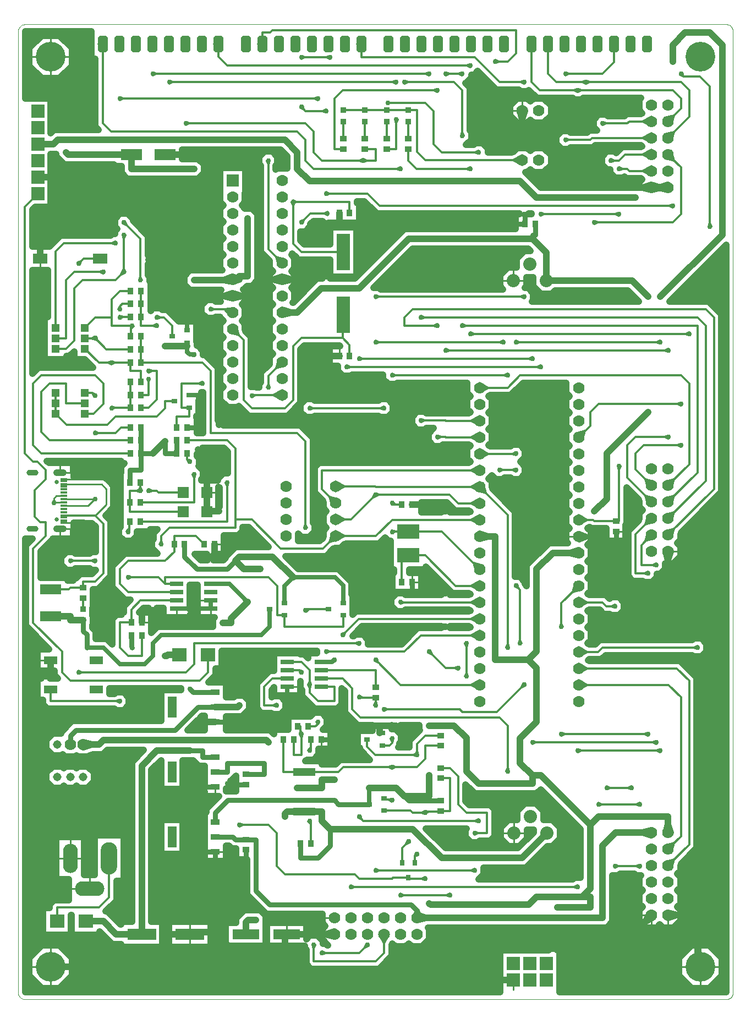
<source format=gbr>
G04 PROTEUS GERBER X2 FILE*
%TF.GenerationSoftware,Labcenter,Proteus,8.15-SP0-Build33980*%
%TF.CreationDate,2023-03-15T16:04:22+00:00*%
%TF.FileFunction,Copper,L1,Top*%
%TF.FilePolarity,Positive*%
%TF.Part,Single*%
%TF.SameCoordinates,{4545a914-5e6f-4f91-a9de-dead5439e7db}*%
%FSLAX45Y45*%
%MOMM*%
G01*
%TA.AperFunction,Conductor*%
%ADD10C,0.304800*%
%ADD11C,1.016000*%
%ADD12C,0.762000*%
%ADD13C,0.635000*%
%ADD14C,0.254000*%
%TA.AperFunction,ViaPad*%
%ADD15C,0.762000*%
%TA.AperFunction,SMDPad,CuDef*%
%ADD16R,1.140000X0.300000*%
%TA.AperFunction,ComponentPad*%
%ADD17C,0.635000*%
%AMPPAD008*
4,1,34,
1.000000,-0.000010,
0.990050,-0.102240,
0.961430,-0.196780,
0.915960,-0.281800,
0.855470,-0.355470,
0.781800,-0.415960,
0.696780,-0.461430,
0.602240,-0.490050,
0.500010,-0.500000,
-0.500010,-0.500000,
-0.602240,-0.490050,
-0.696780,-0.461430,
-0.781800,-0.415960,
-0.855470,-0.355470,
-0.915960,-0.281800,
-0.961430,-0.196780,
-0.990050,-0.102240,
-1.000000,0.000010,
-0.990050,0.102240,
-0.961430,0.196780,
-0.915960,0.281800,
-0.855470,0.355470,
-0.781800,0.415960,
-0.696780,0.461430,
-0.602240,0.490050,
-0.500010,0.500000,
0.500010,0.500000,
0.602240,0.490050,
0.696780,0.461430,
0.781800,0.415960,
0.855470,0.355470,
0.915960,0.281800,
0.961430,0.196780,
0.990050,0.102240,
1.000000,-0.000010,
0*%
%ADD18PPAD008*%
%AMPPAD009*
4,1,34,
0.900000,-0.000010,
0.891050,-0.092020,
0.865280,-0.177100,
0.824360,-0.253620,
0.769920,-0.319920,
0.703620,-0.374360,
0.627100,-0.415280,
0.542020,-0.441050,
0.450010,-0.450000,
-0.450010,-0.450000,
-0.542020,-0.441050,
-0.627100,-0.415280,
-0.703620,-0.374360,
-0.769920,-0.319920,
-0.824360,-0.253620,
-0.865280,-0.177100,
-0.891050,-0.092020,
-0.900000,0.000010,
-0.891050,0.092020,
-0.865280,0.177100,
-0.824360,0.253620,
-0.769920,0.319920,
-0.703620,0.374360,
-0.627100,0.415280,
-0.542020,0.441050,
-0.450010,0.450000,
0.450010,0.450000,
0.542020,0.441050,
0.627100,0.415280,
0.703620,0.374360,
0.769920,0.319920,
0.824360,0.253620,
0.865280,0.177100,
0.891050,0.092020,
0.900000,-0.000010,
0*%
%ADD19PPAD009*%
%AMDIL010*
4,1,8,
-0.762000,0.965200,-0.457200,1.270000,0.457200,1.270000,0.762000,0.965200,0.762000,-0.965200,
0.457200,-1.270000,-0.457200,-1.270000,-0.762000,-0.965200,-0.762000,0.965200,
0*%
%TA.AperFunction,ComponentPad*%
%ADD70DIL010*%
%TA.AperFunction,WasherPad*%
%ADD71C,1.778000*%
%AMPPAD012*
4,1,34,
-0.000010,-2.500000,
-0.255590,-2.475130,
-0.491950,-2.403560,
-0.704500,-2.289890,
-0.888670,-2.138670,
-1.039880,-1.954500,
-1.153560,-1.741950,
-1.225130,-1.505590,
-1.250000,-1.250010,
-1.250000,1.250010,
-1.225130,1.505590,
-1.153560,1.741950,
-1.039880,1.954500,
-0.888670,2.138670,
-0.704500,2.289890,
-0.491950,2.403560,
-0.255590,2.475130,
0.000010,2.500000,
0.255590,2.475130,
0.491950,2.403560,
0.704500,2.289890,
0.888670,2.138670,
1.039880,1.954500,
1.153560,1.741950,
1.225130,1.505590,
1.250000,1.250010,
1.250000,-1.250010,
1.225130,-1.505590,
1.153560,-1.741950,
1.039880,-1.954500,
0.888670,-2.138670,
0.704500,-2.289890,
0.491950,-2.403560,
0.255590,-2.475130,
-0.000010,-2.500000,
0*%
%TA.AperFunction,ComponentPad*%
%ADD20PPAD012*%
%AMPPAD013*
4,1,34,
-0.000010,-2.250000,
-0.230030,-2.227620,
-0.442750,-2.163210,
-0.634050,-2.060900,
-0.799800,-1.924800,
-0.935900,-1.759050,
-1.038210,-1.567750,
-1.102620,-1.355030,
-1.125000,-1.125010,
-1.125000,1.125010,
-1.102620,1.355030,
-1.038210,1.567750,
-0.935900,1.759050,
-0.799800,1.924800,
-0.634050,2.060900,
-0.442750,2.163210,
-0.230030,2.227620,
0.000010,2.250000,
0.230030,2.227620,
0.442750,2.163210,
0.634050,2.060900,
0.799800,1.924800,
0.935900,1.759050,
1.038210,1.567750,
1.102620,1.355030,
1.125000,1.125010,
1.125000,-1.125010,
1.102620,-1.355030,
1.038210,-1.567750,
0.935900,-1.759050,
0.799800,-1.924800,
0.634050,-2.060900,
0.442750,-2.163210,
0.230030,-2.227620,
-0.000010,-2.250000,
0*%
%ADD21PPAD013*%
%AMPPAD014*
4,1,34,
1.125010,-1.125000,
-1.125010,-1.125000,
-1.355030,-1.102620,
-1.567750,-1.038210,
-1.759050,-0.935900,
-1.924800,-0.799800,
-2.060900,-0.634050,
-2.163210,-0.442750,
-2.227620,-0.230030,
-2.250000,0.000010,
-2.227620,0.230030,
-2.163210,0.442750,
-2.060900,0.634050,
-1.924800,0.799800,
-1.759050,0.935900,
-1.567750,1.038210,
-1.355030,1.102620,
-1.125010,1.125000,
1.125010,1.125000,
1.355030,1.102620,
1.567750,1.038210,
1.759050,0.935900,
1.924800,0.799800,
2.060900,0.634050,
2.163210,0.442750,
2.227620,0.230030,
2.250000,-0.000010,
2.227620,-0.230030,
2.163210,-0.442750,
2.060900,-0.634050,
1.924800,-0.799800,
1.759050,-0.935900,
1.567750,-1.038210,
1.355030,-1.102620,
1.125010,-1.125000,
0*%
%ADD22PPAD014*%
%TA.AperFunction,SMDPad,CuDef*%
%ADD23R,1.300000X1.300000*%
%TA.AperFunction,SMDPad,CuDef*%
%ADD24R,2.000000X1.300000*%
%TA.AperFunction,ComponentPad*%
%ADD25C,1.308100*%
%ADD26C,1.778000*%
%ADD27R,2.032000X2.032000*%
%TA.AperFunction,ComponentPad*%
%ADD28R,1.905000X1.905000*%
%TA.AperFunction,SMDPad,CuDef*%
%ADD29R,0.889000X0.889000*%
%TA.AperFunction,ComponentPad*%
%ADD72C,2.032000*%
%TA.AperFunction,SMDPad,CuDef*%
%ADD73R,3.200000X1.500000*%
%ADD30R,2.032000X5.588000*%
%AMPPAD025*
4,1,36,
-0.655000,-0.395000,
-0.655000,0.395000,
-0.653610,0.409310,
-0.649600,0.422550,
-0.643230,0.434450,
-0.634760,0.444760,
-0.624450,0.453230,
-0.612550,0.459600,
-0.599310,0.463610,
-0.585000,0.465000,
0.585000,0.465000,
0.599310,0.463610,
0.612550,0.459600,
0.624450,0.453230,
0.634760,0.444760,
0.643230,0.434450,
0.649600,0.422550,
0.653610,0.409310,
0.655000,0.395000,
0.655000,-0.395000,
0.653610,-0.409310,
0.649600,-0.422550,
0.643230,-0.434450,
0.634760,-0.444760,
0.624450,-0.453230,
0.612550,-0.459600,
0.599310,-0.463610,
0.585000,-0.465000,
-0.585000,-0.465000,
-0.599310,-0.463610,
-0.612550,-0.459600,
-0.624450,-0.453230,
-0.634760,-0.444760,
-0.643230,-0.434450,
-0.649600,-0.422550,
-0.653610,-0.409310,
-0.655000,-0.395000,
0*%
%TA.AperFunction,SMDPad,CuDef*%
%ADD31PPAD025*%
%AMPPAD026*
4,1,36,
-0.655000,-1.520000,
-0.655000,1.520000,
-0.653010,1.540450,
-0.647290,1.559360,
-0.638190,1.576360,
-0.626090,1.591090,
-0.611360,1.603190,
-0.594360,1.612280,
-0.575450,1.618010,
-0.555000,1.620000,
0.555000,1.620000,
0.575450,1.618010,
0.594360,1.612280,
0.611360,1.603190,
0.626090,1.591090,
0.638190,1.576360,
0.647290,1.559360,
0.653010,1.540450,
0.655000,1.520000,
0.655000,-1.520000,
0.653010,-1.540450,
0.647290,-1.559360,
0.638190,-1.576360,
0.626090,-1.591090,
0.611360,-1.603190,
0.594360,-1.612280,
0.575450,-1.618010,
0.555000,-1.620000,
-0.555000,-1.620000,
-0.575450,-1.618010,
-0.594360,-1.612280,
-0.611360,-1.603190,
-0.626090,-1.591090,
-0.638190,-1.576360,
-0.647290,-1.559360,
-0.653010,-1.540450,
-0.655000,-1.520000,
0*%
%ADD32PPAD026*%
%TA.AperFunction,SMDPad,CuDef*%
%ADD33R,2.180000X1.600000*%
%TA.AperFunction,SMDPad,CuDef*%
%ADD34R,2.032000X0.635000*%
%TA.AperFunction,SMDPad,CuDef*%
%ADD35R,2.300000X2.150000*%
%ADD36R,3.400000X2.250000*%
%ADD37R,3.403600X1.244600*%
%ADD38R,0.939800X0.990600*%
%ADD39R,1.651000X1.651000*%
%ADD40R,0.990600X0.939800*%
%ADD41R,4.394200X1.803400*%
%ADD42R,4.140200X1.600200*%
%ADD43R,3.302000X1.651000*%
%TA.AperFunction,SMDPad,CuDef*%
%ADD44R,0.889000X0.660400*%
%ADD45R,0.660400X0.889000*%
%TA.AperFunction,OtherPad,Unknown*%
%ADD46C,4.572000*%
%TA.AperFunction,Profile*%
%ADD47C,0.101600*%
%TD.AperFunction*%
%TA.AperFunction,Conductor*%
G36*
X-4859000Y+1103000D02*
X-4859000Y+1065700D01*
X-4784000Y+1103000D01*
X-4859000Y+1140300D01*
X-4859000Y+1103000D01*
G37*
%TD.AperFunction*%
%TA.AperFunction,Conductor*%
G36*
X-4859000Y+237000D02*
X-4859000Y+199700D01*
X-4784000Y+237000D01*
X-4859000Y+274300D01*
X-4859000Y+237000D01*
G37*
%TD.AperFunction*%
%TA.AperFunction,Conductor*%
G36*
X+2400000Y+7700000D02*
X+2339040Y+7700000D01*
X+2400000Y+7585700D01*
X+2460960Y+7700000D01*
X+2400000Y+7700000D01*
G37*
%TD.AperFunction*%
%TA.AperFunction,Conductor*%
G36*
X+2654000Y+7700000D02*
X+2593040Y+7700000D01*
X+2654000Y+7585700D01*
X+2714960Y+7700000D01*
X+2654000Y+7700000D01*
G37*
%TD.AperFunction*%
%TA.AperFunction,Conductor*%
G36*
X+3670000Y+7700000D02*
X+3609040Y+7700000D01*
X+3670000Y+7585700D01*
X+3730960Y+7700000D01*
X+3670000Y+7700000D01*
G37*
%TD.AperFunction*%
%TA.AperFunction,Conductor*%
G36*
X-1746000Y+7700000D02*
X-1685040Y+7700000D01*
X-1746000Y+7814300D01*
X-1806960Y+7700000D01*
X-1746000Y+7700000D01*
G37*
%TD.AperFunction*%
%TA.AperFunction,Conductor*%
G36*
X-222000Y+7700000D02*
X-282960Y+7700000D01*
X-222000Y+7585700D01*
X-161040Y+7700000D01*
X-222000Y+7700000D01*
G37*
%TD.AperFunction*%
%TA.AperFunction,Conductor*%
G36*
X-4200000Y+7700000D02*
X-4260960Y+7700000D01*
X-4200000Y+7585700D01*
X-4139040Y+7700000D01*
X-4200000Y+7700000D01*
G37*
%TD.AperFunction*%
%TA.AperFunction,Conductor*%
G36*
X-2422000Y+7700000D02*
X-2482960Y+7700000D01*
X-2422000Y+7585700D01*
X-2361040Y+7700000D01*
X-2422000Y+7700000D01*
G37*
%TD.AperFunction*%
%TA.AperFunction,Conductor*%
G36*
X+4246000Y+6508000D02*
X+4246000Y+6581660D01*
X+4112650Y+6508000D01*
X+4246000Y+6434340D01*
X+4246000Y+6508000D01*
G37*
%TD.AperFunction*%
%TA.AperFunction,Conductor*%
G36*
X+4500000Y+6508000D02*
X+4552085Y+6455915D01*
X+4594293Y+6602293D01*
X+4447915Y+6560085D01*
X+4500000Y+6508000D01*
G37*
%TD.AperFunction*%
%TA.AperFunction,Conductor*%
G36*
X+4246000Y+6254000D02*
X+4246000Y+6327660D01*
X+4112650Y+6254000D01*
X+4246000Y+6180340D01*
X+4246000Y+6254000D01*
G37*
%TD.AperFunction*%
%TA.AperFunction,Conductor*%
G36*
X+4500000Y+6254000D02*
X+4552085Y+6201915D01*
X+4594293Y+6348293D01*
X+4447915Y+6306085D01*
X+4500000Y+6254000D01*
G37*
%TD.AperFunction*%
%TA.AperFunction,Conductor*%
G36*
X+4246000Y+6000000D02*
X+4246000Y+6073660D01*
X+4112650Y+6000000D01*
X+4246000Y+5926340D01*
X+4246000Y+6000000D01*
G37*
%TD.AperFunction*%
%TA.AperFunction,Conductor*%
G36*
X+4500000Y+6000000D02*
X+4447915Y+5947915D01*
X+4594293Y+5905707D01*
X+4552085Y+6052085D01*
X+4500000Y+6000000D01*
G37*
%TD.AperFunction*%
%TA.AperFunction,Conductor*%
G36*
X+4246000Y+5746000D02*
X+4246000Y+5819660D01*
X+4112650Y+5746000D01*
X+4246000Y+5672340D01*
X+4246000Y+5746000D01*
G37*
%TD.AperFunction*%
%TA.AperFunction,Conductor*%
G36*
X+4246000Y+5492000D02*
X+4246000Y+5530100D01*
X+4112650Y+5492000D01*
X+4246000Y+5453900D01*
X+4246000Y+5492000D01*
G37*
%TD.AperFunction*%
%TA.AperFunction,Conductor*%
G36*
X+4246000Y+5492000D02*
X+4246000Y+5453900D01*
X+4379350Y+5492000D01*
X+4246000Y+5530100D01*
X+4246000Y+5492000D01*
G37*
%TD.AperFunction*%
%TA.AperFunction,Conductor*%
G36*
X+4500000Y+5492000D02*
X+4500000Y+5530100D01*
X+4366650Y+5492000D01*
X+4500000Y+5453900D01*
X+4500000Y+5492000D01*
G37*
%TD.AperFunction*%
%TA.AperFunction,Conductor*%
G36*
X+4246000Y+908000D02*
X+4298085Y+960085D01*
X+4151707Y+1002293D01*
X+4193915Y+855915D01*
X+4246000Y+908000D01*
G37*
%TD.AperFunction*%
%TA.AperFunction,Conductor*%
G36*
X+4500000Y+908000D02*
X+4552085Y+855915D01*
X+4594293Y+1002293D01*
X+4447915Y+960085D01*
X+4500000Y+908000D01*
G37*
%TD.AperFunction*%
%TA.AperFunction,Conductor*%
G36*
X+4246000Y+654000D02*
X+4298085Y+706085D01*
X+4151707Y+748293D01*
X+4193915Y+601915D01*
X+4246000Y+654000D01*
G37*
%TD.AperFunction*%
%TA.AperFunction,Conductor*%
G36*
X+4500000Y+654000D02*
X+4552085Y+601915D01*
X+4594293Y+748293D01*
X+4447915Y+706085D01*
X+4500000Y+654000D01*
G37*
%TD.AperFunction*%
%TA.AperFunction,Conductor*%
G36*
X+4246000Y+400000D02*
X+4193915Y+452085D01*
X+4151707Y+305707D01*
X+4298085Y+347915D01*
X+4246000Y+400000D01*
G37*
%TD.AperFunction*%
%TA.AperFunction,Conductor*%
G36*
X+4500000Y+400000D02*
X+4552085Y+347915D01*
X+4594293Y+494293D01*
X+4447915Y+452085D01*
X+4500000Y+400000D01*
G37*
%TD.AperFunction*%
%TA.AperFunction,Conductor*%
G36*
X+4246000Y+146000D02*
X+4193915Y+198085D01*
X+4151707Y+51707D01*
X+4298085Y+93915D01*
X+4246000Y+146000D01*
G37*
%TD.AperFunction*%
%TA.AperFunction,Conductor*%
G36*
X+4500000Y+146000D02*
X+4552085Y+93915D01*
X+4594293Y+240293D01*
X+4447915Y+198085D01*
X+4500000Y+146000D01*
G37*
%TD.AperFunction*%
%TA.AperFunction,Conductor*%
G36*
X+4500000Y-108000D02*
X+4461900Y-108000D01*
X+4500000Y-241350D01*
X+4538100Y-108000D01*
X+4500000Y-108000D01*
G37*
%TD.AperFunction*%
%TA.AperFunction,Conductor*%
G36*
X+4246000Y-4438000D02*
X+4246000Y-4399900D01*
X+4112650Y-4438000D01*
X+4246000Y-4476100D01*
X+4246000Y-4438000D01*
G37*
%TD.AperFunction*%
%TA.AperFunction,Conductor*%
G36*
X+4500000Y-4438000D02*
X+4538100Y-4438000D01*
X+4500000Y-4304650D01*
X+4461900Y-4438000D01*
X+4500000Y-4438000D01*
G37*
%TD.AperFunction*%
%TA.AperFunction,Conductor*%
G36*
X+4500000Y-4692000D02*
X+4552085Y-4744085D01*
X+4594293Y-4597707D01*
X+4447915Y-4639915D01*
X+4500000Y-4692000D01*
G37*
%TD.AperFunction*%
%TA.AperFunction,Conductor*%
G36*
X+4500000Y-4946000D02*
X+4552085Y-4998085D01*
X+4594293Y-4851707D01*
X+4447915Y-4893915D01*
X+4500000Y-4946000D01*
G37*
%TD.AperFunction*%
%TA.AperFunction,Conductor*%
G36*
X+4246000Y-5708000D02*
X+4219060Y-5681060D01*
X+4151707Y-5802293D01*
X+4272940Y-5734940D01*
X+4246000Y-5708000D01*
G37*
%TD.AperFunction*%
%TA.AperFunction,Conductor*%
G36*
X+4500000Y-5708000D02*
X+4500000Y-5746100D01*
X+4633350Y-5708000D01*
X+4500000Y-5669900D01*
X+4500000Y-5708000D01*
G37*
%TD.AperFunction*%
%TA.AperFunction,Conductor*%
G36*
X+637000Y-5746000D02*
X+687800Y-5746000D01*
X+637000Y-5635250D01*
X+586200Y-5746000D01*
X+637000Y-5746000D01*
G37*
%TD.AperFunction*%
%TA.AperFunction,Conductor*%
G36*
X+637000Y-5746000D02*
X+637000Y-5784100D01*
X+770350Y-5746000D01*
X+637000Y-5707900D01*
X+637000Y-5746000D01*
G37*
%TD.AperFunction*%
%TA.AperFunction,Conductor*%
G36*
X+129000Y-6000000D02*
X+55340Y-6000000D01*
X+129000Y-6133350D01*
X+202660Y-6000000D01*
X+129000Y-6000000D01*
G37*
%TD.AperFunction*%
%TA.AperFunction,Conductor*%
G36*
X-633000Y-6000000D02*
X-633000Y-5961900D01*
X-766350Y-6000000D01*
X-633000Y-6038100D01*
X-633000Y-6000000D01*
G37*
%TD.AperFunction*%
%TA.AperFunction,Conductor*%
G36*
X-4500000Y-3080000D02*
X-4500000Y-3118100D01*
X-4366650Y-3080000D01*
X-4500000Y-3041900D01*
X-4500000Y-3080000D01*
G37*
%TD.AperFunction*%
%TA.AperFunction,Conductor*%
G36*
X+1600000Y+2411000D02*
X+1600000Y+2337340D01*
X+1733350Y+2411000D01*
X+1600000Y+2484660D01*
X+1600000Y+2411000D01*
G37*
%TD.AperFunction*%
%TA.AperFunction,Conductor*%
G36*
X+1600000Y+1903000D02*
X+1600000Y+1976660D01*
X+1466650Y+1903000D01*
X+1600000Y+1829340D01*
X+1600000Y+1903000D01*
G37*
%TD.AperFunction*%
%TA.AperFunction,Conductor*%
G36*
X+1600000Y+1649000D02*
X+1600000Y+1722660D01*
X+1466650Y+1649000D01*
X+1600000Y+1575340D01*
X+1600000Y+1649000D01*
G37*
%TD.AperFunction*%
%TA.AperFunction,Conductor*%
G36*
X+1600000Y+1395000D02*
X+1600000Y+1321340D01*
X+1733350Y+1395000D01*
X+1600000Y+1468660D01*
X+1600000Y+1395000D01*
G37*
%TD.AperFunction*%
%TA.AperFunction,Conductor*%
G36*
X+1600000Y+1141000D02*
X+1600000Y+1214660D01*
X+1466650Y+1141000D01*
X+1600000Y+1067340D01*
X+1600000Y+1141000D01*
G37*
%TD.AperFunction*%
%TA.AperFunction,Conductor*%
G36*
X+1600000Y+887000D02*
X+1547915Y+834915D01*
X+1694293Y+792707D01*
X+1652085Y+939085D01*
X+1600000Y+887000D01*
G37*
%TD.AperFunction*%
%TA.AperFunction,Conductor*%
G36*
X+1600000Y+887000D02*
X+1600000Y+960660D01*
X+1466650Y+887000D01*
X+1600000Y+813340D01*
X+1600000Y+887000D01*
G37*
%TD.AperFunction*%
%TA.AperFunction,Conductor*%
G36*
X+1600000Y+633000D02*
X+1600000Y+706660D01*
X+1466650Y+633000D01*
X+1600000Y+559340D01*
X+1600000Y+633000D01*
G37*
%TD.AperFunction*%
%TA.AperFunction,Conductor*%
G36*
X+1600000Y+379000D02*
X+1600000Y+452660D01*
X+1466650Y+379000D01*
X+1600000Y+305340D01*
X+1600000Y+379000D01*
G37*
%TD.AperFunction*%
%TA.AperFunction,Conductor*%
G36*
X+1600000Y+125000D02*
X+1600000Y+86900D01*
X+1733350Y+125000D01*
X+1600000Y+163100D01*
X+1600000Y+125000D01*
G37*
%TD.AperFunction*%
%TA.AperFunction,Conductor*%
G36*
X+1600000Y-383000D02*
X+1652085Y-330915D01*
X+1505707Y-288707D01*
X+1547915Y-435085D01*
X+1600000Y-383000D01*
G37*
%TD.AperFunction*%
%TA.AperFunction,Conductor*%
G36*
X+1600000Y-637000D02*
X+1600000Y-563340D01*
X+1466650Y-637000D01*
X+1600000Y-710660D01*
X+1600000Y-637000D01*
G37*
%TD.AperFunction*%
%TA.AperFunction,Conductor*%
G36*
X+1600000Y-891000D02*
X+1600000Y-817340D01*
X+1466650Y-891000D01*
X+1600000Y-964660D01*
X+1600000Y-891000D01*
G37*
%TD.AperFunction*%
%TA.AperFunction,Conductor*%
G36*
X+1600000Y-1145000D02*
X+1600000Y-1071340D01*
X+1466650Y-1145000D01*
X+1600000Y-1218660D01*
X+1600000Y-1145000D01*
G37*
%TD.AperFunction*%
%TA.AperFunction,Conductor*%
G36*
X+1600000Y-1399000D02*
X+1600000Y-1325340D01*
X+1466650Y-1399000D01*
X+1600000Y-1472660D01*
X+1600000Y-1399000D01*
G37*
%TD.AperFunction*%
%TA.AperFunction,Conductor*%
G36*
X+1600000Y-2161000D02*
X+1600000Y-2087340D01*
X+1466650Y-2161000D01*
X+1600000Y-2234660D01*
X+1600000Y-2161000D01*
G37*
%TD.AperFunction*%
%TA.AperFunction,Conductor*%
G36*
X+3124000Y-2161000D02*
X+3124000Y-2234660D01*
X+3257350Y-2161000D01*
X+3124000Y-2087340D01*
X+3124000Y-2161000D01*
G37*
%TD.AperFunction*%
%TA.AperFunction,Conductor*%
G36*
X+3124000Y-1907000D02*
X+3124000Y-1980660D01*
X+3257350Y-1907000D01*
X+3124000Y-1833340D01*
X+3124000Y-1907000D01*
G37*
%TD.AperFunction*%
%TA.AperFunction,Conductor*%
G36*
X+3124000Y-1653000D02*
X+3124000Y-1726660D01*
X+3257350Y-1653000D01*
X+3124000Y-1579340D01*
X+3124000Y-1653000D01*
G37*
%TD.AperFunction*%
%TA.AperFunction,Conductor*%
G36*
X+3124000Y-891000D02*
X+3124000Y-964660D01*
X+3257350Y-891000D01*
X+3124000Y-817340D01*
X+3124000Y-891000D01*
G37*
%TD.AperFunction*%
%TA.AperFunction,Conductor*%
G36*
X+3124000Y-637000D02*
X+3071915Y-584915D01*
X+3029707Y-731293D01*
X+3176085Y-689085D01*
X+3124000Y-637000D01*
G37*
%TD.AperFunction*%
%TA.AperFunction,Conductor*%
G36*
X+3124000Y-129000D02*
X+3124000Y-90900D01*
X+2990650Y-129000D01*
X+3124000Y-167100D01*
X+3124000Y-129000D01*
G37*
%TD.AperFunction*%
%TA.AperFunction,Conductor*%
G36*
X+3124000Y+125000D02*
X+3124000Y+74200D01*
X+3257350Y+125000D01*
X+3124000Y+175800D01*
X+3124000Y+125000D01*
G37*
%TD.AperFunction*%
%TA.AperFunction,Conductor*%
G36*
X+3124000Y+379000D02*
X+3124000Y+305340D01*
X+3257350Y+379000D01*
X+3124000Y+452660D01*
X+3124000Y+379000D01*
G37*
%TD.AperFunction*%
%TA.AperFunction,Conductor*%
G36*
X+3124000Y+1649000D02*
X+3176085Y+1596915D01*
X+3218293Y+1743293D01*
X+3071915Y+1701085D01*
X+3124000Y+1649000D01*
G37*
%TD.AperFunction*%
%TA.AperFunction,Conductor*%
G36*
X-2200000Y+4076000D02*
X-2203428Y+4113945D01*
X-2332808Y+4064000D01*
X-2196572Y+4038055D01*
X-2200000Y+4076000D01*
G37*
%TD.AperFunction*%
%TA.AperFunction,Conductor*%
G36*
X-2200000Y+4076000D02*
X-2200000Y+4037900D01*
X-2095500Y+4076000D01*
X-2200000Y+4114100D01*
X-2200000Y+4076000D01*
G37*
%TD.AperFunction*%
%TA.AperFunction,Conductor*%
G36*
X-2200000Y+3822000D02*
X-2200000Y+3860100D01*
X-2333350Y+3822000D01*
X-2200000Y+3783900D01*
X-2200000Y+3822000D01*
G37*
%TD.AperFunction*%
%TA.AperFunction,Conductor*%
G36*
X-2200000Y+3822000D02*
X-2200000Y+3783900D01*
X-2066650Y+3822000D01*
X-2200000Y+3860100D01*
X-2200000Y+3822000D01*
G37*
%TD.AperFunction*%
%TA.AperFunction,Conductor*%
G36*
X-2200000Y+3568000D02*
X-2171553Y+3635944D01*
X-2323003Y+3619500D01*
X-2228447Y+3500056D01*
X-2200000Y+3568000D01*
G37*
%TD.AperFunction*%
%TA.AperFunction,Conductor*%
G36*
X-2200000Y+3314000D02*
X-2252085Y+3261915D01*
X-2105707Y+3219707D01*
X-2147915Y+3366085D01*
X-2200000Y+3314000D01*
G37*
%TD.AperFunction*%
%TA.AperFunction,Conductor*%
G36*
X-1438000Y+2298000D02*
X-1438000Y+2371660D01*
X-1571350Y+2298000D01*
X-1438000Y+2224340D01*
X-1438000Y+2298000D01*
G37*
%TD.AperFunction*%
%TA.AperFunction,Conductor*%
G36*
X-1438000Y+2806000D02*
X-1490085Y+2858085D01*
X-1532293Y+2711707D01*
X-1385915Y+2753915D01*
X-1438000Y+2806000D01*
G37*
%TD.AperFunction*%
%TA.AperFunction,Conductor*%
G36*
X-1438000Y+3568000D02*
X-1438000Y+3529900D01*
X-1304650Y+3568000D01*
X-1438000Y+3606100D01*
X-1438000Y+3568000D01*
G37*
%TD.AperFunction*%
%TA.AperFunction,Conductor*%
G36*
X-1438000Y+4076000D02*
X-1438000Y+4037900D01*
X-1304650Y+4076000D01*
X-1438000Y+4114100D01*
X-1438000Y+4076000D01*
G37*
%TD.AperFunction*%
%TA.AperFunction,Conductor*%
G36*
X-1438000Y+4076000D02*
X-1438000Y+4114100D01*
X-1571350Y+4076000D01*
X-1438000Y+4037900D01*
X-1438000Y+4076000D01*
G37*
%TD.AperFunction*%
%TA.AperFunction,Conductor*%
G36*
X-1438000Y+4330000D02*
X-1385915Y+4382085D01*
X-1532293Y+4424293D01*
X-1490085Y+4277915D01*
X-1438000Y+4330000D01*
G37*
%TD.AperFunction*%
%TA.AperFunction,Conductor*%
G36*
X+2256000Y+5911500D02*
X+2256000Y+5985160D01*
X+2122650Y+5911500D01*
X+2256000Y+5837840D01*
X+2256000Y+5911500D01*
G37*
%TD.AperFunction*%
%TA.AperFunction,Conductor*%
G36*
X-616000Y+130000D02*
X-668085Y+182085D01*
X-710293Y+35707D01*
X-563915Y+77915D01*
X-616000Y+130000D01*
G37*
%TD.AperFunction*%
%TA.AperFunction,Conductor*%
G36*
X-616000Y+130000D02*
X-616000Y+56340D01*
X-482650Y+130000D01*
X-616000Y+203660D01*
X-616000Y+130000D01*
G37*
%TD.AperFunction*%
%TA.AperFunction,Conductor*%
G36*
X-616000Y+384000D02*
X-616000Y+310340D01*
X-482650Y+384000D01*
X-616000Y+457660D01*
X-616000Y+384000D01*
G37*
%TD.AperFunction*%
%TA.AperFunction,Conductor*%
G36*
X-616000Y+638000D02*
X-563915Y+690085D01*
X-710293Y+732293D01*
X-668085Y+585915D01*
X-616000Y+638000D01*
G37*
%TD.AperFunction*%
%TA.AperFunction,Conductor*%
G36*
X-616000Y+892000D02*
X-616000Y+818340D01*
X-482650Y+892000D01*
X-616000Y+965660D01*
X-616000Y+892000D01*
G37*
%TD.AperFunction*%
%TA.AperFunction,Conductor*%
G36*
X+254000Y+635000D02*
X+246000Y+613586D01*
X+307536Y+615000D01*
X+262000Y+656414D01*
X+254000Y+635000D01*
G37*
%TD.AperFunction*%
%TA.AperFunction,Conductor*%
G36*
X+254000Y+190500D02*
X+257800Y+167959D01*
X+310354Y+200000D01*
X+250200Y+213041D01*
X+254000Y+190500D01*
G37*
%TD.AperFunction*%
%TA.AperFunction,Conductor*%
G36*
X-4318000Y+2286000D02*
X-4300699Y+2300941D01*
X-4355353Y+2329253D01*
X-4335301Y+2271059D01*
X-4318000Y+2286000D01*
G37*
%TD.AperFunction*%
%TA.AperFunction,Conductor*%
G36*
X-4318000Y+1714500D02*
X-4318000Y+1691640D01*
X-4260850Y+1714500D01*
X-4318000Y+1737360D01*
X-4318000Y+1714500D01*
G37*
%TD.AperFunction*%
%TA.AperFunction,Conductor*%
G36*
X-4000500Y+4635500D02*
X-4000500Y+4658360D01*
X-4057650Y+4635500D01*
X-4000500Y+4612640D01*
X-4000500Y+4635500D01*
G37*
%TD.AperFunction*%
%TA.AperFunction,Conductor*%
G36*
X-4191000Y+4191000D02*
X-4191000Y+4213860D01*
X-4248150Y+4191000D01*
X-4191000Y+4168140D01*
X-4191000Y+4191000D01*
G37*
%TD.AperFunction*%
%TA.AperFunction,Conductor*%
G36*
X-3873500Y+4953000D02*
X-3889664Y+4936836D01*
X-3833089Y+4912589D01*
X-3857336Y+4969164D01*
X-3873500Y+4953000D01*
G37*
%TD.AperFunction*%
%TA.AperFunction,Conductor*%
G36*
X-3619500Y+4064000D02*
X-3596640Y+4064000D01*
X-3619500Y+4121150D01*
X-3642360Y+4064000D01*
X-3619500Y+4064000D01*
G37*
%TD.AperFunction*%
%TA.AperFunction,Conductor*%
G36*
X-3873500Y+4191000D02*
X-3889664Y+4207164D01*
X-3913911Y+4150589D01*
X-3857336Y+4174836D01*
X-3873500Y+4191000D01*
G37*
%TD.AperFunction*%
%TA.AperFunction,Conductor*%
G36*
X-3873500Y+4191000D02*
X-3850640Y+4191000D01*
X-3873500Y+4248150D01*
X-3896360Y+4191000D01*
X-3873500Y+4191000D01*
G37*
%TD.AperFunction*%
%TA.AperFunction,Conductor*%
G36*
X-3873500Y+4762500D02*
X-3896360Y+4762500D01*
X-3873500Y+4705350D01*
X-3850640Y+4762500D01*
X-3873500Y+4762500D01*
G37*
%TD.AperFunction*%
%TA.AperFunction,Conductor*%
G36*
X-3937000Y+3492500D02*
X-3934000Y+3469838D01*
X-3880345Y+3500000D01*
X-3940000Y+3515162D01*
X-3937000Y+3492500D01*
G37*
%TD.AperFunction*%
%TA.AperFunction,Conductor*%
G36*
X-4064000Y+2794000D02*
X-4064000Y+2816860D01*
X-4121150Y+2794000D01*
X-4064000Y+2771140D01*
X-4064000Y+2794000D01*
G37*
%TD.AperFunction*%
%TA.AperFunction,Conductor*%
G36*
X-4064000Y+2794000D02*
X-4061600Y+2771267D01*
X-4007166Y+2800000D01*
X-4066400Y+2816733D01*
X-4064000Y+2794000D01*
G37*
%TD.AperFunction*%
%TA.AperFunction,Conductor*%
G36*
X-3937000Y+3619500D02*
X-3914140Y+3619500D01*
X-3937000Y+3661900D01*
X-3959860Y+3619500D01*
X-3937000Y+3619500D01*
G37*
%TD.AperFunction*%
%TA.AperFunction,Conductor*%
G36*
X-4318000Y+3175000D02*
X-4334164Y+3158836D01*
X-4277589Y+3134589D01*
X-4301836Y+3191164D01*
X-4318000Y+3175000D01*
G37*
%TD.AperFunction*%
%TA.AperFunction,Conductor*%
G36*
X-4318000Y+3175000D02*
X-4320000Y+3197772D01*
X-4374930Y+3170000D01*
X-4316000Y+3152228D01*
X-4318000Y+3175000D01*
G37*
%TD.AperFunction*%
%TA.AperFunction,Conductor*%
G36*
X-3492500Y+2667000D02*
X-3492500Y+2644140D01*
X-3435350Y+2667000D01*
X-3492500Y+2689860D01*
X-3492500Y+2667000D01*
G37*
%TD.AperFunction*%
%TA.AperFunction,Conductor*%
G36*
X-3746500Y+3365500D02*
X-3768532Y+3371596D01*
X-3761740Y+3310420D01*
X-3724468Y+3359404D01*
X-3746500Y+3365500D01*
G37*
%TD.AperFunction*%
%TA.AperFunction,Conductor*%
G36*
X-3365500Y+3492500D02*
X-3365500Y+3469640D01*
X-3308350Y+3492500D01*
X-3365500Y+3515360D01*
X-3365500Y+3492500D01*
G37*
%TD.AperFunction*%
%TA.AperFunction,Conductor*%
G36*
X+254000Y-3429000D02*
X+254000Y-3451860D01*
X+311150Y-3429000D01*
X+254000Y-3406140D01*
X+254000Y-3429000D01*
G37*
%TD.AperFunction*%
%TA.AperFunction,Conductor*%
G36*
X+254000Y-3429000D02*
X+254000Y-3406140D01*
X+196850Y-3429000D01*
X+254000Y-3451860D01*
X+254000Y-3429000D01*
G37*
%TD.AperFunction*%
%TA.AperFunction,Conductor*%
G36*
X+254000Y-3937000D02*
X+259687Y-3914859D01*
X+198648Y-3922781D01*
X+248313Y-3959141D01*
X+254000Y-3937000D01*
G37*
%TD.AperFunction*%
%TA.AperFunction,Conductor*%
G36*
X+508000Y-4572000D02*
X+491836Y-4555836D01*
X+467589Y-4612411D01*
X+524164Y-4588164D01*
X+508000Y-4572000D01*
G37*
%TD.AperFunction*%
%TA.AperFunction,Conductor*%
G36*
X-1524000Y-2476500D02*
X-1524000Y-2453640D01*
X-1581150Y-2476500D01*
X-1524000Y-2499360D01*
X-1524000Y-2476500D01*
G37*
%TD.AperFunction*%
%TA.AperFunction,Conductor*%
G36*
X-1016000Y-3175000D02*
X-994055Y-3181400D01*
X-1000000Y-3120136D01*
X-1037945Y-3168600D01*
X-1016000Y-3175000D01*
G37*
%TD.AperFunction*%
%TA.AperFunction,Conductor*%
G36*
X-1016000Y-4254500D02*
X-1037945Y-4260900D01*
X-1000000Y-4309364D01*
X-994055Y-4248100D01*
X-1016000Y-4254500D01*
G37*
%TD.AperFunction*%
%TA.AperFunction,Conductor*%
G36*
X-1143000Y-1968500D02*
X-1126836Y-1952336D01*
X-1175000Y-1936500D01*
X-1159164Y-1984664D01*
X-1143000Y-1968500D01*
G37*
%TD.AperFunction*%
%TA.AperFunction,Conductor*%
G36*
X-1143000Y-2921000D02*
X-1165860Y-2921000D01*
X-1143000Y-2978150D01*
X-1120140Y-2921000D01*
X-1143000Y-2921000D01*
G37*
%TD.AperFunction*%
%TA.AperFunction,Conductor*%
G36*
X-1143000Y-2921000D02*
X-1120968Y-2914904D01*
X-1158240Y-2865920D01*
X-1165032Y-2927096D01*
X-1143000Y-2921000D01*
G37*
%TD.AperFunction*%
%TA.AperFunction,Conductor*%
G36*
X-1016000Y-2159000D02*
X-993140Y-2159000D01*
X-1016000Y-2101850D01*
X-1038860Y-2159000D01*
X-1016000Y-2159000D01*
G37*
%TD.AperFunction*%
%TA.AperFunction,Conductor*%
G36*
X-1016000Y-2159000D02*
X-1038860Y-2159000D01*
X-1016000Y-2216150D01*
X-993140Y-2159000D01*
X-1016000Y-2159000D01*
G37*
%TD.AperFunction*%
%TA.AperFunction,Conductor*%
G36*
X-889000Y-2730500D02*
X-911860Y-2730500D01*
X-889000Y-2761900D01*
X-866140Y-2730500D01*
X-889000Y-2730500D01*
G37*
%TD.AperFunction*%
%TA.AperFunction,Conductor*%
G36*
X+2032000Y-3492500D02*
X+2054860Y-3492500D01*
X+2032000Y-3435350D01*
X+2009140Y-3492500D01*
X+2032000Y-3492500D01*
G37*
%TD.AperFunction*%
%TA.AperFunction,Conductor*%
G36*
X+635000Y-4762500D02*
X+618166Y-4747035D01*
X+600000Y-4800600D01*
X+651834Y-4777965D01*
X+635000Y-4762500D01*
G37*
%TD.AperFunction*%
%TA.AperFunction,Conductor*%
G36*
X+635000Y-3238500D02*
X+635000Y-3215640D01*
X+577850Y-3238500D01*
X+635000Y-3261360D01*
X+635000Y-3238500D01*
G37*
%TD.AperFunction*%
%TA.AperFunction,Conductor*%
G36*
X+635000Y-3238500D02*
X+657860Y-3238500D01*
X+635000Y-3181350D01*
X+612140Y-3238500D01*
X+635000Y-3238500D01*
G37*
%TD.AperFunction*%
%TA.AperFunction,Conductor*%
G36*
X-254000Y-2349500D02*
X-258200Y-2371970D01*
X-197823Y-2360000D01*
X-249800Y-2327030D01*
X-254000Y-2349500D01*
G37*
%TD.AperFunction*%
%TA.AperFunction,Conductor*%
G36*
X-4572000Y+4318000D02*
X-4555836Y+4301836D01*
X-4531589Y+4358411D01*
X-4588164Y+4334164D01*
X-4572000Y+4318000D01*
G37*
%TD.AperFunction*%
%TA.AperFunction,Conductor*%
G36*
X-4572000Y-1968500D02*
X-4572000Y-1991360D01*
X-4514850Y-1968500D01*
X-4572000Y-1945640D01*
X-4572000Y-1968500D01*
G37*
%TD.AperFunction*%
%TA.AperFunction,Conductor*%
G36*
X-254000Y-1524000D02*
X-254000Y-1501140D01*
X-311150Y-1524000D01*
X-254000Y-1546860D01*
X-254000Y-1524000D01*
G37*
%TD.AperFunction*%
%TA.AperFunction,Conductor*%
G36*
X+254000Y-2984500D02*
X+231140Y-2984500D01*
X+254000Y-3041650D01*
X+276860Y-2984500D01*
X+254000Y-2984500D01*
G37*
%TD.AperFunction*%
%TA.AperFunction,Conductor*%
G36*
X+1524000Y-4445000D02*
X+1524000Y-4467860D01*
X+1581150Y-4445000D01*
X+1524000Y-4422140D01*
X+1524000Y-4445000D01*
G37*
%TD.AperFunction*%
%TA.AperFunction,Conductor*%
G36*
X+1524000Y-5016500D02*
X+1524000Y-4993640D01*
X+1466850Y-5016500D01*
X+1524000Y-5039360D01*
X+1524000Y-5016500D01*
G37*
%TD.AperFunction*%
%TA.AperFunction,Conductor*%
G36*
X+0Y-5016500D02*
X+0Y-5039360D01*
X+57150Y-5016500D01*
X+0Y-4993640D01*
X+0Y-5016500D01*
G37*
%TD.AperFunction*%
%TA.AperFunction,Conductor*%
G36*
X+0Y-2476500D02*
X+22860Y-2476500D01*
X+0Y-2419350D01*
X-22860Y-2476500D01*
X+0Y-2476500D01*
G37*
%TD.AperFunction*%
%TA.AperFunction,Conductor*%
G36*
X-2794000Y+1079500D02*
X-2816860Y+1079500D01*
X-2794000Y+1022350D01*
X-2771140Y+1079500D01*
X-2794000Y+1079500D01*
G37*
%TD.AperFunction*%
%TA.AperFunction,Conductor*%
G36*
X-2540000Y+3619500D02*
X-2540000Y+3596640D01*
X-2482850Y+3619500D01*
X-2540000Y+3642360D01*
X-2540000Y+3619500D01*
G37*
%TD.AperFunction*%
%TA.AperFunction,Conductor*%
G36*
X-1270000Y+5270500D02*
X-1270000Y+5247640D01*
X-1212850Y+5270500D01*
X-1270000Y+5293360D01*
X-1270000Y+5270500D01*
G37*
%TD.AperFunction*%
%TA.AperFunction,Conductor*%
G36*
X-1270000Y+5270500D02*
X-1292860Y+5270500D01*
X-1270000Y+5213350D01*
X-1247140Y+5270500D01*
X-1270000Y+5270500D01*
G37*
%TD.AperFunction*%
%TA.AperFunction,Conductor*%
G36*
X-2857500Y+1270000D02*
X-2842241Y+1287021D01*
X-2900000Y+1308100D01*
X-2872759Y+1252979D01*
X-2857500Y+1270000D01*
G37*
%TD.AperFunction*%
%TA.AperFunction,Conductor*%
G36*
X-3619500Y+825500D02*
X-3596641Y+825700D01*
X-3620000Y+882647D01*
X-3642359Y+825300D01*
X-3619500Y+825500D01*
G37*
%TD.AperFunction*%
%TA.AperFunction,Conductor*%
G36*
X-3619500Y+825500D02*
X-3619500Y+848360D01*
X-3676650Y+825500D01*
X-3619500Y+802640D01*
X-3619500Y+825500D01*
G37*
%TD.AperFunction*%
%TA.AperFunction,Conductor*%
G36*
X-3492500Y+825500D02*
X-3492500Y+802640D01*
X-3435350Y+825500D01*
X-3492500Y+848360D01*
X-3492500Y+825500D01*
G37*
%TD.AperFunction*%
%TA.AperFunction,Conductor*%
G36*
X-3810000Y+190500D02*
X-3787968Y+184404D01*
X-3794760Y+245580D01*
X-3832032Y+196596D01*
X-3810000Y+190500D01*
G37*
%TD.AperFunction*%
%TA.AperFunction,Conductor*%
G36*
X-3937000Y-2413000D02*
X-3937000Y-2390140D01*
X-3994150Y-2413000D01*
X-3937000Y-2435860D01*
X-3937000Y-2413000D01*
G37*
%TD.AperFunction*%
%TA.AperFunction,Conductor*%
G36*
X-3302000Y+0D02*
X-3279140Y+0D01*
X-3302000Y+57150D01*
X-3324860Y+0D01*
X-3302000Y+0D01*
G37*
%TD.AperFunction*%
%TA.AperFunction,Conductor*%
G36*
X-2794000Y+2921000D02*
X-2794000Y+2927350D01*
X-2851150Y+2921000D01*
X-2794000Y+2914650D01*
X-2794000Y+2921000D01*
G37*
%TD.AperFunction*%
%TA.AperFunction,Conductor*%
G36*
X-1968500Y-889000D02*
X-1964010Y-884510D01*
X-2008911Y-848589D01*
X-1972990Y-893490D01*
X-1968500Y-889000D01*
G37*
%TD.AperFunction*%
%TA.AperFunction,Conductor*%
G36*
X-635000Y-1778000D02*
X-639046Y-1773107D01*
X-673100Y-1809500D01*
X-630954Y-1782893D01*
X-635000Y-1778000D01*
G37*
%TD.AperFunction*%
%TA.AperFunction,Conductor*%
G36*
X+2540000Y+5080000D02*
X+2540000Y+5057140D01*
X+2597150Y+5080000D01*
X+2540000Y+5102860D01*
X+2540000Y+5080000D01*
G37*
%TD.AperFunction*%
%TA.AperFunction,Conductor*%
G36*
X+3746500Y+5080000D02*
X+3746500Y+5102860D01*
X+3689350Y+5080000D01*
X+3746500Y+5057140D01*
X+3746500Y+5080000D01*
G37*
%TD.AperFunction*%
%TA.AperFunction,Conductor*%
G36*
X+3746500Y+1206500D02*
X+3723640Y+1206500D01*
X+3746500Y+1149350D01*
X+3769360Y+1206500D01*
X+3746500Y+1206500D01*
G37*
%TD.AperFunction*%
%TA.AperFunction,Conductor*%
G36*
X-4953000Y+635000D02*
X-4927600Y+635000D01*
X-4953000Y+692150D01*
X-4978400Y+635000D01*
X-4953000Y+635000D01*
G37*
%TD.AperFunction*%
%TA.AperFunction,Conductor*%
G36*
X-4699000Y-254000D02*
X-4699000Y-276860D01*
X-4641850Y-254000D01*
X-4699000Y-231140D01*
X-4699000Y-254000D01*
G37*
%TD.AperFunction*%
%TA.AperFunction,Conductor*%
G36*
X-4318000Y-254000D02*
X-4318000Y-231140D01*
X-4375150Y-254000D01*
X-4318000Y-276860D01*
X-4318000Y-254000D01*
G37*
%TD.AperFunction*%
%TA.AperFunction,Conductor*%
G36*
X-2857500Y-1016000D02*
X-2857500Y-1009650D01*
X-2870100Y-1016000D01*
X-2857500Y-1022350D01*
X-2857500Y-1016000D01*
G37*
%TD.AperFunction*%
%TA.AperFunction,Conductor*%
G36*
X-2857500Y-1016000D02*
X-2853010Y-1020490D01*
X-2832000Y-990500D01*
X-2861990Y-1011510D01*
X-2857500Y-1016000D01*
G37*
%TD.AperFunction*%
%TA.AperFunction,Conductor*%
G36*
X-2730500Y+2286000D02*
X-2730500Y+2279650D01*
X-2673350Y+2286000D01*
X-2730500Y+2292350D01*
X-2730500Y+2286000D01*
G37*
%TD.AperFunction*%
%TA.AperFunction,Conductor*%
G36*
X+762000Y-5143500D02*
X+762000Y-5120640D01*
X+704850Y-5143500D01*
X+762000Y-5166360D01*
X+762000Y-5143500D01*
G37*
%TD.AperFunction*%
%TA.AperFunction,Conductor*%
G36*
X+762000Y-4127500D02*
X+762000Y-4104640D01*
X+704850Y-4127500D01*
X+762000Y-4150360D01*
X+762000Y-4127500D01*
G37*
%TD.AperFunction*%
%TA.AperFunction,Conductor*%
G36*
X+762000Y-4127500D02*
X+768096Y-4149532D01*
X+817080Y-4112260D01*
X+755904Y-4105468D01*
X+762000Y-4127500D01*
G37*
%TD.AperFunction*%
%TA.AperFunction,Conductor*%
G36*
X-2095500Y-4318000D02*
X-2095500Y-4340860D01*
X-2038350Y-4318000D01*
X-2095500Y-4295140D01*
X-2095500Y-4318000D01*
G37*
%TD.AperFunction*%
%TA.AperFunction,Conductor*%
G36*
X-3365500Y+3365500D02*
X-3365500Y+3388360D01*
X-3422650Y+3365500D01*
X-3365500Y+3342640D01*
X-3365500Y+3365500D01*
G37*
%TD.AperFunction*%
%TA.AperFunction,Conductor*%
G36*
X+3111500Y+6985000D02*
X+3111500Y+6962140D01*
X+3168650Y+6985000D01*
X+3111500Y+7007860D01*
X+3111500Y+6985000D01*
G37*
%TD.AperFunction*%
%TA.AperFunction,Conductor*%
G36*
X+3111500Y+6985000D02*
X+3111500Y+7007860D01*
X+3054350Y+6985000D01*
X+3111500Y+6962140D01*
X+3111500Y+6985000D01*
G37*
%TD.AperFunction*%
%TA.AperFunction,Conductor*%
G36*
X+3238500Y+7112000D02*
X+3238500Y+7089140D01*
X+3295650Y+7112000D01*
X+3238500Y+7134860D01*
X+3238500Y+7112000D01*
G37*
%TD.AperFunction*%
%TA.AperFunction,Conductor*%
G36*
X+3238500Y+7112000D02*
X+3238500Y+7134860D01*
X+3181350Y+7112000D01*
X+3238500Y+7089140D01*
X+3238500Y+7112000D01*
G37*
%TD.AperFunction*%
%TA.AperFunction,Conductor*%
G36*
X+3365500Y+4953000D02*
X+3365500Y+4930140D01*
X+3422650Y+4953000D01*
X+3365500Y+4975860D01*
X+3365500Y+4953000D01*
G37*
%TD.AperFunction*%
%TA.AperFunction,Conductor*%
G36*
X+4699000Y+2159000D02*
X+4699000Y+2181860D01*
X+4641850Y+2159000D01*
X+4699000Y+2136140D01*
X+4699000Y+2159000D01*
G37*
%TD.AperFunction*%
%TA.AperFunction,Conductor*%
G36*
X+5143500Y+4889500D02*
X+5166360Y+4889500D01*
X+5143500Y+4946650D01*
X+5120640Y+4889500D01*
X+5143500Y+4889500D01*
G37*
%TD.AperFunction*%
%TA.AperFunction,Conductor*%
G36*
X+4699000Y+7239000D02*
X+4682836Y+7222836D01*
X+4738680Y+7199320D01*
X+4715164Y+7255164D01*
X+4699000Y+7239000D01*
G37*
%TD.AperFunction*%
%TA.AperFunction,Conductor*%
G36*
X+3492500Y+6477000D02*
X+3492500Y+6454140D01*
X+3549650Y+6477000D01*
X+3492500Y+6499860D01*
X+3492500Y+6477000D01*
G37*
%TD.AperFunction*%
%TA.AperFunction,Conductor*%
G36*
X+2921000Y+6223000D02*
X+2921000Y+6200140D01*
X+2978150Y+6223000D01*
X+2921000Y+6245860D01*
X+2921000Y+6223000D01*
G37*
%TD.AperFunction*%
%TA.AperFunction,Conductor*%
G36*
X+2921000Y+7239000D02*
X+2921000Y+7216140D01*
X+2978150Y+7239000D01*
X+2921000Y+7261860D01*
X+2921000Y+7239000D01*
G37*
%TD.AperFunction*%
%TA.AperFunction,Conductor*%
G36*
X+3619500Y+5905500D02*
X+3619500Y+5882640D01*
X+3676650Y+5905500D01*
X+3619500Y+5928360D01*
X+3619500Y+5905500D01*
G37*
%TD.AperFunction*%
%TA.AperFunction,Conductor*%
G36*
X+3746500Y+5778500D02*
X+3746500Y+5755640D01*
X+3803650Y+5778500D01*
X+3746500Y+5801360D01*
X+3746500Y+5778500D01*
G37*
%TD.AperFunction*%
%TA.AperFunction,Conductor*%
G36*
X+1587500Y+6032500D02*
X+1587500Y+6055360D01*
X+1530350Y+6032500D01*
X+1587500Y+6009640D01*
X+1587500Y+6032500D01*
G37*
%TD.AperFunction*%
%TA.AperFunction,Conductor*%
G36*
X+1333500Y+3365500D02*
X+1333500Y+3342640D01*
X+1390650Y+3365500D01*
X+1333500Y+3388360D01*
X+1333500Y+3365500D01*
G37*
%TD.AperFunction*%
%TA.AperFunction,Conductor*%
G36*
X+444500Y+7112000D02*
X+444500Y+7089140D01*
X+501650Y+7112000D01*
X+444500Y+7134860D01*
X+444500Y+7112000D01*
G37*
%TD.AperFunction*%
%TA.AperFunction,Conductor*%
G36*
X+1333500Y+6286500D02*
X+1356360Y+6286500D01*
X+1333500Y+6343650D01*
X+1310640Y+6286500D01*
X+1333500Y+6286500D01*
G37*
%TD.AperFunction*%
%TA.AperFunction,Conductor*%
G36*
X+698500Y+1905000D02*
X+698500Y+1882140D01*
X+755650Y+1905000D01*
X+698500Y+1927860D01*
X+698500Y+1905000D01*
G37*
%TD.AperFunction*%
%TA.AperFunction,Conductor*%
G36*
X+698500Y+3492500D02*
X+698500Y+3469640D01*
X+755650Y+3492500D01*
X+698500Y+3515360D01*
X+698500Y+3492500D01*
G37*
%TD.AperFunction*%
%TA.AperFunction,Conductor*%
G36*
X+952500Y+6985000D02*
X+952500Y+7007860D01*
X+895350Y+6985000D01*
X+952500Y+6962140D01*
X+952500Y+6985000D01*
G37*
%TD.AperFunction*%
%TA.AperFunction,Conductor*%
G36*
X+952500Y+1651000D02*
X+952500Y+1628140D01*
X+1009650Y+1651000D01*
X+952500Y+1673860D01*
X+952500Y+1651000D01*
G37*
%TD.AperFunction*%
%TA.AperFunction,Conductor*%
G36*
X+952500Y+3365500D02*
X+952500Y+3388360D01*
X+895350Y+3365500D01*
X+952500Y+3342640D01*
X+952500Y+3365500D01*
G37*
%TD.AperFunction*%
%TA.AperFunction,Conductor*%
G36*
X+2159000Y+1397000D02*
X+2158200Y+1419845D01*
X+2101886Y+1395000D01*
X+2159800Y+1374155D01*
X+2159000Y+1397000D01*
G37*
%TD.AperFunction*%
%TA.AperFunction,Conductor*%
G36*
X+2159000Y+3111500D02*
X+2159000Y+3088640D01*
X+2216150Y+3111500D01*
X+2159000Y+3134360D01*
X+2159000Y+3111500D01*
G37*
%TD.AperFunction*%
%TA.AperFunction,Conductor*%
G36*
X+4381500Y+3111500D02*
X+4381500Y+3134360D01*
X+4324350Y+3111500D01*
X+4381500Y+3088640D01*
X+4381500Y+3111500D01*
G37*
%TD.AperFunction*%
%TA.AperFunction,Conductor*%
G36*
X+4699000Y+1524000D02*
X+4699000Y+1546860D01*
X+4641850Y+1524000D01*
X+4699000Y+1501140D01*
X+4699000Y+1524000D01*
G37*
%TD.AperFunction*%
%TA.AperFunction,Conductor*%
G36*
X+1397000Y-2032000D02*
X+1419860Y-2032000D01*
X+1397000Y-1974850D01*
X+1374140Y-2032000D01*
X+1397000Y-2032000D01*
G37*
%TD.AperFunction*%
%TA.AperFunction,Conductor*%
G36*
X+1397000Y-1524000D02*
X+1374140Y-1524000D01*
X+1397000Y-1581150D01*
X+1419860Y-1524000D01*
X+1397000Y-1524000D01*
G37*
%TD.AperFunction*%
%TA.AperFunction,Conductor*%
G36*
X+1079500Y+7239000D02*
X+1079500Y+7216140D01*
X+1136650Y+7239000D01*
X+1079500Y+7261860D01*
X+1079500Y+7239000D01*
G37*
%TD.AperFunction*%
%TA.AperFunction,Conductor*%
G36*
X+1333500Y+7239000D02*
X+1333500Y+7261860D01*
X+1276350Y+7239000D01*
X+1333500Y+7216140D01*
X+1333500Y+7239000D01*
G37*
%TD.AperFunction*%
%TA.AperFunction,Conductor*%
G36*
X+1079500Y+2984500D02*
X+1079500Y+2961640D01*
X+1136650Y+2984500D01*
X+1079500Y+3007360D01*
X+1079500Y+2984500D01*
G37*
%TD.AperFunction*%
%TA.AperFunction,Conductor*%
G36*
X+4508500Y+2984500D02*
X+4508500Y+3007360D01*
X+4451350Y+2984500D01*
X+4508500Y+2961640D01*
X+4508500Y+2984500D01*
G37*
%TD.AperFunction*%
%TA.AperFunction,Conductor*%
G36*
X+4508500Y+1651000D02*
X+4508500Y+1673860D01*
X+4451350Y+1651000D01*
X+4508500Y+1628140D01*
X+4508500Y+1651000D01*
G37*
%TD.AperFunction*%
%TA.AperFunction,Conductor*%
G36*
X+2857500Y-2921000D02*
X+2857500Y-2943860D01*
X+2914650Y-2921000D01*
X+2857500Y-2898140D01*
X+2857500Y-2921000D01*
G37*
%TD.AperFunction*%
%TA.AperFunction,Conductor*%
G36*
X+4191000Y-2921000D02*
X+4191000Y-2898140D01*
X+4133850Y-2921000D01*
X+4191000Y-2943860D01*
X+4191000Y-2921000D01*
G37*
%TD.AperFunction*%
%TA.AperFunction,Conductor*%
G36*
X+4191000Y-444500D02*
X+4191000Y-421640D01*
X+4133850Y-444500D01*
X+4191000Y-467360D01*
X+4191000Y-444500D01*
G37*
%TD.AperFunction*%
%TA.AperFunction,Conductor*%
G36*
X+2032000Y-1587500D02*
X+2054860Y-1587500D01*
X+2032000Y-1530350D01*
X+2009140Y-1587500D01*
X+2032000Y-1587500D01*
G37*
%TD.AperFunction*%
%TA.AperFunction,Conductor*%
G36*
X+2413000Y-3048000D02*
X+2413000Y-3070860D01*
X+2470150Y-3048000D01*
X+2413000Y-3025140D01*
X+2413000Y-3048000D01*
G37*
%TD.AperFunction*%
%TA.AperFunction,Conductor*%
G36*
X+4318000Y-3048000D02*
X+4318000Y-3025140D01*
X+4260850Y-3048000D01*
X+4318000Y-3070860D01*
X+4318000Y-3048000D01*
G37*
%TD.AperFunction*%
%TA.AperFunction,Conductor*%
G36*
X+4318000Y-317500D02*
X+4318000Y-294640D01*
X+4260850Y-317500D01*
X+4318000Y-340360D01*
X+4318000Y-317500D01*
G37*
%TD.AperFunction*%
%TA.AperFunction,Conductor*%
G36*
X+1968500Y+3111500D02*
X+1968500Y+3134360D01*
X+1911350Y+3111500D01*
X+1968500Y+3088640D01*
X+1968500Y+3111500D01*
G37*
%TD.AperFunction*%
%TA.AperFunction,Conductor*%
G36*
X+0Y+3111500D02*
X+0Y+3088640D01*
X+57150Y+3111500D01*
X+0Y+3134360D01*
X+0Y+3111500D01*
G37*
%TD.AperFunction*%
%TA.AperFunction,Conductor*%
G36*
X+0Y+762000D02*
X-16164Y+778164D01*
X-40411Y+721589D01*
X+16164Y+745836D01*
X+0Y+762000D01*
G37*
%TD.AperFunction*%
%TA.AperFunction,Conductor*%
G36*
X+0Y+762000D02*
X+0Y+739140D01*
X+57150Y+762000D01*
X+0Y+784860D01*
X+0Y+762000D01*
G37*
%TD.AperFunction*%
%TA.AperFunction,Conductor*%
G36*
X+2286000Y-2159000D02*
X+2269836Y-2142836D01*
X+2245589Y-2199411D01*
X+2302164Y-2175164D01*
X+2286000Y-2159000D01*
G37*
%TD.AperFunction*%
%TA.AperFunction,Conductor*%
G36*
X+127000Y-2540000D02*
X+127000Y-2562860D01*
X+184150Y-2540000D01*
X+127000Y-2517140D01*
X+127000Y-2540000D01*
G37*
%TD.AperFunction*%
%TA.AperFunction,Conductor*%
G36*
X+2222500Y-1524000D02*
X+2245360Y-1524000D01*
X+2222500Y-1466850D01*
X+2199640Y-1524000D01*
X+2222500Y-1524000D01*
G37*
%TD.AperFunction*%
%TA.AperFunction,Conductor*%
G36*
X+2159000Y-635000D02*
X+2142836Y-651164D01*
X+2199411Y-675411D01*
X+2175164Y-618836D01*
X+2159000Y-635000D01*
G37*
%TD.AperFunction*%
%TA.AperFunction,Conductor*%
G36*
X+2159000Y+1143000D02*
X+2159000Y+1165860D01*
X+2101850Y+1143000D01*
X+2159000Y+1120140D01*
X+2159000Y+1143000D01*
G37*
%TD.AperFunction*%
%TA.AperFunction,Conductor*%
G36*
X+1905000Y+1143000D02*
X+1905000Y+1120140D01*
X+1962150Y+1143000D01*
X+1905000Y+1165860D01*
X+1905000Y+1143000D01*
G37*
%TD.AperFunction*%
%TA.AperFunction,Conductor*%
G36*
X+1841500Y+7429500D02*
X+1841500Y+7406640D01*
X+1898650Y+7429500D01*
X+1841500Y+7452360D01*
X+1841500Y+7429500D01*
G37*
%TD.AperFunction*%
%TA.AperFunction,Conductor*%
G36*
X-1143000Y+6731000D02*
X-1159164Y+6714836D01*
X-1102589Y+6690589D01*
X-1126836Y+6747164D01*
X-1143000Y+6731000D01*
G37*
%TD.AperFunction*%
%TA.AperFunction,Conductor*%
G36*
X-762000Y+6667500D02*
X-762000Y+6690360D01*
X-819150Y+6667500D01*
X-762000Y+6644640D01*
X-762000Y+6667500D01*
G37*
%TD.AperFunction*%
%TA.AperFunction,Conductor*%
G36*
X-762000Y+5397500D02*
X-762000Y+5374640D01*
X-704850Y+5397500D01*
X-762000Y+5420360D01*
X-762000Y+5397500D01*
G37*
%TD.AperFunction*%
%TA.AperFunction,Conductor*%
G36*
X+4572000Y+5207000D02*
X+4572000Y+5229860D01*
X+4514850Y+5207000D01*
X+4572000Y+5184140D01*
X+4572000Y+5207000D01*
G37*
%TD.AperFunction*%
%TA.AperFunction,Conductor*%
G36*
X+4953000Y-1587500D02*
X+4953000Y-1564640D01*
X+4895850Y-1587500D01*
X+4953000Y-1610360D01*
X+4953000Y-1587500D01*
G37*
%TD.AperFunction*%
%TA.AperFunction,Conductor*%
G36*
X+2032000Y+2603500D02*
X+2032000Y+2626360D01*
X+1974850Y+2603500D01*
X+2032000Y+2580640D01*
X+2032000Y+2603500D01*
G37*
%TD.AperFunction*%
%TA.AperFunction,Conductor*%
G36*
X+254000Y+2603500D02*
X+254000Y+2580640D01*
X+311150Y+2603500D01*
X+254000Y+2626360D01*
X+254000Y+2603500D01*
G37*
%TD.AperFunction*%
%TA.AperFunction,Conductor*%
G36*
X+2413000Y+2857500D02*
X+2413000Y+2880360D01*
X+2355850Y+2857500D01*
X+2413000Y+2834640D01*
X+2413000Y+2857500D01*
G37*
%TD.AperFunction*%
%TA.AperFunction,Conductor*%
G36*
X-254000Y+2857500D02*
X-254000Y+2834640D01*
X-196850Y+2857500D01*
X-254000Y+2880360D01*
X-254000Y+2857500D01*
G37*
%TD.AperFunction*%
%TA.AperFunction,Conductor*%
G36*
X+4064000Y-4000500D02*
X+4064000Y-3977640D01*
X+4006850Y-4000500D01*
X+4064000Y-4023360D01*
X+4064000Y-4000500D01*
G37*
%TD.AperFunction*%
%TA.AperFunction,Conductor*%
G36*
X+3429000Y-4000500D02*
X+3429000Y-4023360D01*
X+3486150Y-4000500D01*
X+3429000Y-3977640D01*
X+3429000Y-4000500D01*
G37*
%TD.AperFunction*%
%TA.AperFunction,Conductor*%
G36*
X+4064000Y-4953000D02*
X+4064000Y-4930140D01*
X+4006850Y-4953000D01*
X+4064000Y-4975860D01*
X+4064000Y-4953000D01*
G37*
%TD.AperFunction*%
%TA.AperFunction,Conductor*%
G36*
X+3683000Y-4953000D02*
X+3683000Y-4975860D01*
X+3740150Y-4953000D01*
X+3683000Y-4930140D01*
X+3683000Y-4953000D01*
G37*
%TD.AperFunction*%
%TA.AperFunction,Conductor*%
G36*
X+3683000Y-952500D02*
X+3683000Y-929640D01*
X+3625850Y-952500D01*
X+3683000Y-975360D01*
X+3683000Y-952500D01*
G37*
%TD.AperFunction*%
%TA.AperFunction,Conductor*%
G36*
X-698500Y+7493000D02*
X-698500Y+7515860D01*
X-755650Y+7493000D01*
X-698500Y+7470140D01*
X-698500Y+7493000D01*
G37*
%TD.AperFunction*%
%TA.AperFunction,Conductor*%
G36*
X-1143000Y+7493000D02*
X-1143000Y+7470140D01*
X-1085850Y+7493000D01*
X-1143000Y+7515860D01*
X-1143000Y+7493000D01*
G37*
%TD.AperFunction*%
%TA.AperFunction,Conductor*%
G36*
X-444500Y+2730500D02*
X-444500Y+2707640D01*
X-387350Y+2730500D01*
X-444500Y+2753360D01*
X-444500Y+2730500D01*
G37*
%TD.AperFunction*%
%TA.AperFunction,Conductor*%
G36*
X+2540000Y+2730500D02*
X+2540000Y+2753360D01*
X+2482850Y+2730500D01*
X+2540000Y+2707640D01*
X+2540000Y+2730500D01*
G37*
%TD.AperFunction*%
%TA.AperFunction,Conductor*%
G36*
X+3937000Y-3746500D02*
X+3937000Y-3723640D01*
X+3879850Y-3746500D01*
X+3937000Y-3769360D01*
X+3937000Y-3746500D01*
G37*
%TD.AperFunction*%
%TA.AperFunction,Conductor*%
G36*
X+3556000Y-3746500D02*
X+3556000Y-3769360D01*
X+3613150Y-3746500D01*
X+3556000Y-3723640D01*
X+3556000Y-3746500D01*
G37*
%TD.AperFunction*%
%TA.AperFunction,Conductor*%
G36*
X+0Y+3810000D02*
X+0Y+3787140D01*
X+57150Y+3810000D01*
X+0Y+3832860D01*
X+0Y+3810000D01*
G37*
%TD.AperFunction*%
%TA.AperFunction,Conductor*%
G36*
X+2286000Y+3810000D02*
X+2286000Y+3832860D01*
X+2228850Y+3810000D01*
X+2286000Y+3787140D01*
X+2286000Y+3810000D01*
G37*
%TD.AperFunction*%
%TA.AperFunction,Conductor*%
G36*
X+2857500Y-1270000D02*
X+2880360Y-1270000D01*
X+2857500Y-1212850D01*
X+2834640Y-1270000D01*
X+2857500Y-1270000D01*
G37*
%TD.AperFunction*%
%TA.AperFunction,Conductor*%
G36*
X+2286000Y+7112000D02*
X+2286000Y+7134860D01*
X+2228850Y+7112000D01*
X+2286000Y+7089140D01*
X+2286000Y+7112000D01*
G37*
%TD.AperFunction*%
%TA.AperFunction,Conductor*%
G36*
X+381000Y+5778500D02*
X+381000Y+5801360D01*
X+323850Y+5778500D01*
X+381000Y+5755640D01*
X+381000Y+5778500D01*
G37*
%TD.AperFunction*%
%TA.AperFunction,Conductor*%
G36*
X+381000Y-889000D02*
X+380200Y-911845D01*
X+438114Y-891000D01*
X+381800Y-866155D01*
X+381000Y-889000D01*
G37*
%TD.AperFunction*%
%TA.AperFunction,Conductor*%
G36*
X-952500Y-6159500D02*
X-975360Y-6159500D01*
X-952500Y-6216650D01*
X-929640Y-6159500D01*
X-952500Y-6159500D01*
G37*
%TD.AperFunction*%
%TA.AperFunction,Conductor*%
G36*
X-508000Y-1397000D02*
X-491836Y-1413164D01*
X-467589Y-1356589D01*
X-524164Y-1380836D01*
X-508000Y-1397000D01*
G37*
%TD.AperFunction*%
%TA.AperFunction,Conductor*%
G36*
X-3937000Y+6858000D02*
X-3937000Y+6835140D01*
X-3879850Y+6858000D01*
X-3937000Y+6880860D01*
X-3937000Y+6858000D01*
G37*
%TD.AperFunction*%
%TA.AperFunction,Conductor*%
G36*
X-889000Y+6858000D02*
X-889000Y+6880860D01*
X-946150Y+6858000D01*
X-889000Y+6835140D01*
X-889000Y+6858000D01*
G37*
%TD.AperFunction*%
%TA.AperFunction,Conductor*%
G36*
X-127000Y-6159500D02*
X-143164Y-6143336D01*
X-167411Y-6199911D01*
X-110836Y-6175664D01*
X-127000Y-6159500D01*
G37*
%TD.AperFunction*%
%TA.AperFunction,Conductor*%
G36*
X-825500Y-6286500D02*
X-825500Y-6309360D01*
X-768350Y-6286500D01*
X-825500Y-6263640D01*
X-825500Y-6286500D01*
G37*
%TD.AperFunction*%
%TA.AperFunction,Conductor*%
G36*
X-762000Y-1651000D02*
X-762000Y-1673860D01*
X-704850Y-1651000D01*
X-762000Y-1628140D01*
X-762000Y-1651000D01*
G37*
%TD.AperFunction*%
%TA.AperFunction,Conductor*%
G36*
X+825500Y+7239000D02*
X+825500Y+7261860D01*
X+768350Y+7239000D01*
X+825500Y+7216140D01*
X+825500Y+7239000D01*
G37*
%TD.AperFunction*%
%TA.AperFunction,Conductor*%
G36*
X-3429000Y+7239000D02*
X-3429000Y+7216140D01*
X-3371850Y+7239000D01*
X-3429000Y+7261860D01*
X-3429000Y+7239000D01*
G37*
%TD.AperFunction*%
%TA.AperFunction,Conductor*%
G36*
X+825500Y-1651000D02*
X+809336Y-1667164D01*
X+865911Y-1691411D01*
X+841664Y-1634836D01*
X+825500Y-1651000D01*
G37*
%TD.AperFunction*%
%TA.AperFunction,Conductor*%
G36*
X+1270000Y-1905000D02*
X+1270000Y-1882140D01*
X+1212850Y-1905000D01*
X+1270000Y-1927860D01*
X+1270000Y-1905000D01*
G37*
%TD.AperFunction*%
%TA.AperFunction,Conductor*%
G36*
X+317500Y+7112000D02*
X+317500Y+7134860D01*
X+260350Y+7112000D01*
X+317500Y+7089140D01*
X+317500Y+7112000D01*
G37*
%TD.AperFunction*%
%TA.AperFunction,Conductor*%
G36*
X-3175000Y+7112000D02*
X-3175000Y+7089140D01*
X-3117850Y+7112000D01*
X-3175000Y+7134860D01*
X-3175000Y+7112000D01*
G37*
%TD.AperFunction*%
%TA.AperFunction,Conductor*%
G36*
X+1143000Y-5397500D02*
X+1143000Y-5374640D01*
X+1085850Y-5397500D01*
X+1143000Y-5420360D01*
X+1143000Y-5397500D01*
G37*
%TD.AperFunction*%
%TA.AperFunction,Conductor*%
G36*
X+381000Y-5397500D02*
X+381000Y-5420360D01*
X+438150Y-5397500D01*
X+381000Y-5374640D01*
X+381000Y-5397500D01*
G37*
%TD.AperFunction*%
%TA.AperFunction,Conductor*%
G36*
X+317500Y+6540500D02*
X+294640Y+6540500D01*
X+317500Y+6483350D01*
X+340360Y+6540500D01*
X+317500Y+6540500D01*
G37*
%TD.AperFunction*%
%TA.AperFunction,Conductor*%
G36*
X+0Y-1778000D02*
X-16164Y-1794164D01*
X+40411Y-1818411D01*
X+16164Y-1761836D01*
X+0Y-1778000D01*
G37*
%TD.AperFunction*%
%TA.AperFunction,Conductor*%
G36*
X-2921000Y+6477000D02*
X-2921000Y+6454140D01*
X-2863850Y+6477000D01*
X-2921000Y+6499860D01*
X-2921000Y+6477000D01*
G37*
%TD.AperFunction*%
%TA.AperFunction,Conductor*%
G36*
X-190500Y+5905500D02*
X-190500Y+5928360D01*
X-247650Y+5905500D01*
X-190500Y+5882640D01*
X-190500Y+5905500D01*
G37*
%TD.AperFunction*%
%TA.AperFunction,Conductor*%
G36*
X-190500Y+5905500D02*
X-190500Y+5882640D01*
X-133350Y+5905500D01*
X-190500Y+5928360D01*
X-190500Y+5905500D01*
G37*
%TD.AperFunction*%
%TA.AperFunction,Conductor*%
G36*
X+1587500Y-4254500D02*
X+1587500Y-4231640D01*
X+1530350Y-4254500D01*
X+1587500Y-4277360D01*
X+1587500Y-4254500D01*
G37*
%TD.AperFunction*%
%TA.AperFunction,Conductor*%
G36*
X+1460500Y+5778500D02*
X+1460500Y+5801360D01*
X+1403350Y+5778500D01*
X+1460500Y+5755640D01*
X+1460500Y+5778500D01*
G37*
%TD.AperFunction*%
%TA.AperFunction,Conductor*%
G36*
X+3111500Y-5270500D02*
X+3111500Y-5247640D01*
X+3054350Y-5270500D01*
X+3111500Y-5293360D01*
X+3111500Y-5270500D01*
G37*
%TD.AperFunction*%
%TA.AperFunction,Conductor*%
G36*
X-381000Y-5270500D02*
X-381000Y-5293360D01*
X-323850Y-5270500D01*
X-381000Y-5247640D01*
X-381000Y-5270500D01*
G37*
%TD.AperFunction*%
%TA.AperFunction,Conductor*%
G36*
X+1460500Y+3238500D02*
X+1460500Y+3215640D01*
X+1517650Y+3238500D01*
X+1460500Y+3261360D01*
X+1460500Y+3238500D01*
G37*
%TD.AperFunction*%
%TA.AperFunction,Conductor*%
G36*
X+4826000Y+3238500D02*
X+4826000Y+3261360D01*
X+4768850Y+3238500D01*
X+4826000Y+3215640D01*
X+4826000Y+3238500D01*
G37*
%TD.AperFunction*%
%TA.AperFunction,Conductor*%
G36*
X+4381500Y-3175000D02*
X+4381500Y-3152140D01*
X+4324350Y-3175000D01*
X+4381500Y-3197860D01*
X+4381500Y-3175000D01*
G37*
%TD.AperFunction*%
%TA.AperFunction,Conductor*%
G36*
X+3111500Y-3175000D02*
X+3111500Y-3197860D01*
X+3168650Y-3175000D01*
X+3111500Y-3152140D01*
X+3111500Y-3175000D01*
G37*
%TD.AperFunction*%
%TA.AperFunction,Conductor*%
G36*
X+1460500Y+7366000D02*
X+1460500Y+7388860D01*
X+1403350Y+7366000D01*
X+1460500Y+7343140D01*
X+1460500Y+7366000D01*
G37*
%TD.AperFunction*%
%TA.AperFunction,Conductor*%
G36*
X-1651000Y+2413000D02*
X-1628140Y+2413000D01*
X-1651000Y+2470150D01*
X-1673860Y+2413000D01*
X-1651000Y+2413000D01*
G37*
%TD.AperFunction*%
%TA.AperFunction,Conductor*%
G36*
X-1905000Y+2286000D02*
X-1900200Y+2263650D01*
X-1849125Y+2298000D01*
X-1909800Y+2308350D01*
X-1905000Y+2286000D01*
G37*
%TD.AperFunction*%
%TA.AperFunction,Conductor*%
G36*
X-2286000Y+952500D02*
X-2308860Y+952500D01*
X-2286000Y+895350D01*
X-2263140Y+952500D01*
X-2286000Y+952500D01*
G37*
%TD.AperFunction*%
%TA.AperFunction,Conductor*%
G36*
X-1651000Y+5905500D02*
X-1673860Y+5905500D01*
X-1651000Y+5848350D01*
X-1628140Y+5905500D01*
X-1651000Y+5905500D01*
G37*
%TD.AperFunction*%
%TA.AperFunction,Conductor*%
G36*
X-2667000Y+2476500D02*
X-2667000Y+2499360D01*
X-2724150Y+2476500D01*
X-2667000Y+2453640D01*
X-2667000Y+2476500D01*
G37*
%TD.AperFunction*%
%TA.AperFunction,Conductor*%
G36*
X-1079500Y-1016000D02*
X-1071100Y-1037260D01*
X-1026349Y-995000D01*
X-1087900Y-994740D01*
X-1079500Y-1016000D01*
G37*
%TD.AperFunction*%
%TA.AperFunction,Conductor*%
G36*
X-1079500Y+254000D02*
X-1056640Y+254000D01*
X-1079500Y+311150D01*
X-1102360Y+254000D01*
X-1079500Y+254000D01*
G37*
%TD.AperFunction*%
%TA.AperFunction,Conductor*%
G36*
X-4064000Y+2095500D02*
X-4062200Y+2072711D01*
X-4007028Y+2100000D01*
X-4065800Y+2118289D01*
X-4064000Y+2095500D01*
G37*
%TD.AperFunction*%
%TA.AperFunction,Conductor*%
G36*
X-3810000Y-508000D02*
X-3810000Y-530860D01*
X-3752850Y-508000D01*
X-3810000Y-485140D01*
X-3810000Y-508000D01*
G37*
%TD.AperFunction*%
%TA.AperFunction,Conductor*%
G36*
X-254000Y-4191000D02*
X-270164Y-4207164D01*
X-213589Y-4231411D01*
X-237836Y-4174836D01*
X-254000Y-4191000D01*
G37*
%TD.AperFunction*%
%TA.AperFunction,Conductor*%
G36*
X-740000Y+5090000D02*
X-740000Y+5112860D01*
X-797150Y+5090000D01*
X-740000Y+5067140D01*
X-740000Y+5090000D01*
G37*
%TD.AperFunction*%
%TA.AperFunction,Conductor*%
G36*
X-1143000Y+4953000D02*
X-1126836Y+4936836D01*
X-1102589Y+4993411D01*
X-1159164Y+4969164D01*
X-1143000Y+4953000D01*
G37*
%TD.AperFunction*%
%TA.AperFunction,Conductor*%
G36*
X-4376999Y+7472201D02*
X-4316039Y+7472201D01*
X-4316038Y+6428936D01*
X-4261701Y+6374599D01*
X-4952293Y+6374599D01*
X-4997601Y+6329291D01*
X-4997601Y+6864399D01*
X-5393320Y+6864399D01*
X-5393320Y+7893320D01*
X-4376999Y+7893320D01*
X-4376999Y+7472201D01*
G37*
%TD.AperFunction*%
%LPC*%
G36*
X-5329399Y+7363558D02*
X-5329399Y+7636442D01*
X-5136442Y+7829399D01*
X-4863558Y+7829399D01*
X-4670601Y+7636442D01*
X-4670601Y+7363558D01*
X-4863558Y+7170601D01*
X-5136442Y+7170601D01*
X-5329399Y+7363558D01*
G37*
%LPD*%
%TA.AperFunction,Conductor*%
G36*
X+5393320Y-6893320D02*
X+2832399Y-6893320D01*
X+2832399Y-6243601D01*
X+2800350Y-6243601D01*
X+2800350Y-6194067D01*
X+2759433Y-6153150D01*
X+2701567Y-6153150D01*
X+2660650Y-6194067D01*
X+2660650Y-6243601D01*
X+1919601Y-6243601D01*
X+1919601Y-6893320D01*
X-5393320Y-6893320D01*
X-5393320Y+91201D01*
X-5279901Y+91201D01*
X-5386539Y-15437D01*
X-5386539Y-1254563D01*
X-5026901Y-1614201D01*
X-5200799Y-1614201D01*
X-5200799Y-1945799D01*
X-4942039Y-1945799D01*
X-4942039Y-2016563D01*
X-4894401Y-2064201D01*
X-5013418Y-2064201D01*
X-5010150Y-2060933D01*
X-5010150Y-2003067D01*
X-5051067Y-1962150D01*
X-5108933Y-1962150D01*
X-5149850Y-2003067D01*
X-5149850Y-2060933D01*
X-5146582Y-2064201D01*
X-5200799Y-2064201D01*
X-5200799Y-2395799D01*
X-5116039Y-2395799D01*
X-5116039Y-2461063D01*
X-5048063Y-2529039D01*
X-4017394Y-2529039D01*
X-3994534Y-2551899D01*
X-3879466Y-2551899D01*
X-3798101Y-2470534D01*
X-3798101Y-2355466D01*
X-3879466Y-2274101D01*
X-3994534Y-2274101D01*
X-4017394Y-2296961D01*
X-4099201Y-2296961D01*
X-4099201Y-2211539D01*
X-2996399Y-2211539D01*
X-2996399Y-2237201D01*
X-3300299Y-2237201D01*
X-3300299Y-2718601D01*
X-4668633Y-2718601D01*
X-4838899Y-2888867D01*
X-4838899Y-2913796D01*
X-4968844Y-2913796D01*
X-5066204Y-3011156D01*
X-5066204Y-3148844D01*
X-4968844Y-3246204D01*
X-4831156Y-3246204D01*
X-4816614Y-3231662D01*
X-4778576Y-3269699D01*
X-4621424Y-3269699D01*
X-4600000Y-3248275D01*
X-4578576Y-3269699D01*
X-4421424Y-3269699D01*
X-4398487Y-3246762D01*
X-4345419Y-3231599D01*
X-4194107Y-3231599D01*
X-4128207Y-3165699D01*
X-3570591Y-3165699D01*
X-3751599Y-3346707D01*
X-3751599Y-5809031D01*
X-3920509Y-5809031D01*
X-3920509Y-5848401D01*
X-3928207Y-5848401D01*
X-4128207Y-5648401D01*
X-4150799Y-5648401D01*
X-3983961Y-5481563D01*
X-3983961Y-5180799D01*
X-3874201Y-5180799D01*
X-3874201Y-4479201D01*
X-4325799Y-4479201D01*
X-4325799Y-5086701D01*
X-4486701Y-5086701D01*
X-4486701Y-4504201D01*
X-4913299Y-4504201D01*
X-4913299Y-5155799D01*
X-4725799Y-5155799D01*
X-4725799Y-5471961D01*
X-4948063Y-5471961D01*
X-5016039Y-5539937D01*
X-5016039Y-5591701D01*
X-5115799Y-5591701D01*
X-5115799Y-6008299D01*
X-4684201Y-6008299D01*
X-4684201Y-5704039D01*
X-4675799Y-5704039D01*
X-4675799Y-6008299D01*
X-4244201Y-6008299D01*
X-4244201Y-5961191D01*
X-4053793Y-6151599D01*
X-3920509Y-6151599D01*
X-3920509Y-6190969D01*
X-3279491Y-6190969D01*
X-3279491Y-5809031D01*
X-3448401Y-5809031D01*
X-3448401Y-3472293D01*
X-3302707Y-3326599D01*
X-3300299Y-3326599D01*
X-3300299Y-3762799D01*
X-2967701Y-3762799D01*
X-2967701Y-3326599D01*
X-2805899Y-3326599D01*
X-2805899Y-3328533D01*
X-2724533Y-3409899D01*
X-2632299Y-3409899D01*
X-2632299Y-3682418D01*
X-2638067Y-3676650D01*
X-2695933Y-3676650D01*
X-2736850Y-3717567D01*
X-2736850Y-3775433D01*
X-2695933Y-3816350D01*
X-2638067Y-3816350D01*
X-2632299Y-3810582D01*
X-2632299Y-3876299D01*
X-2411231Y-3876299D01*
X-2604899Y-4069967D01*
X-2604899Y-4123701D01*
X-2632299Y-4123701D01*
X-2632299Y-4876299D01*
X-2299701Y-4876299D01*
X-2299701Y-4638899D01*
X-2256533Y-4638899D01*
X-2216533Y-4678899D01*
X-2150329Y-4678899D01*
X-2150329Y-4847789D01*
X-1980399Y-4847789D01*
X-1980399Y-5391533D01*
X-1686683Y-5685249D01*
X-822699Y-5685249D01*
X-822699Y-5824576D01*
X-774275Y-5873000D01*
X-822699Y-5921424D01*
X-822699Y-6078576D01*
X-730814Y-6170461D01*
X-745106Y-6170461D01*
X-767966Y-6147601D01*
X-813601Y-6147601D01*
X-813601Y-6101966D01*
X-894966Y-6020601D01*
X-1010034Y-6020601D01*
X-1062191Y-6072758D01*
X-1062191Y-5819191D01*
X-1677809Y-5819191D01*
X-1677809Y-6180809D01*
X-1091399Y-6180809D01*
X-1091399Y-6217034D01*
X-1068539Y-6239894D01*
X-1068539Y-6461563D01*
X-1000563Y-6529539D01*
X+50063Y-6529539D01*
X+245039Y-6334563D01*
X+245039Y-6163266D01*
X+256764Y-6142040D01*
X+304424Y-6189699D01*
X+461576Y-6189699D01*
X+510000Y-6141275D01*
X+558424Y-6189699D01*
X+715576Y-6189699D01*
X+826699Y-6078576D01*
X+826699Y-5921424D01*
X+802874Y-5897599D01*
X+3555293Y-5897599D01*
X+3644099Y-5808793D01*
X+3644099Y-5091899D01*
X+3740534Y-5091899D01*
X+3763394Y-5069039D01*
X+3983606Y-5069039D01*
X+4006466Y-5091899D01*
X+4085826Y-5091899D01*
X+4056301Y-5121424D01*
X+4056301Y-5278576D01*
X+4104725Y-5327000D01*
X+4056301Y-5375424D01*
X+4056301Y-5532576D01*
X+4104725Y-5581000D01*
X+4056301Y-5629424D01*
X+4056301Y-5786576D01*
X+4167424Y-5897699D01*
X+4324576Y-5897699D01*
X+4373000Y-5849275D01*
X+4421424Y-5897699D01*
X+4578576Y-5897699D01*
X+4689699Y-5786576D01*
X+4689699Y-5629424D01*
X+4641275Y-5581000D01*
X+4689699Y-5532576D01*
X+4689699Y-5375424D01*
X+4641275Y-5327000D01*
X+4689699Y-5278576D01*
X+4689699Y-5121424D01*
X+4641274Y-5073001D01*
X+4689699Y-5024576D01*
X+4689699Y-4939649D01*
X+4697498Y-4912604D01*
X+4942039Y-4668063D01*
X+4942039Y-2047437D01*
X+4685563Y-1790961D01*
X+3287265Y-1790961D01*
X+3267422Y-1780000D01*
X+3287265Y-1769039D01*
X+3475063Y-1769039D01*
X+3540563Y-1703539D01*
X+4872606Y-1703539D01*
X+4895466Y-1726399D01*
X+5010534Y-1726399D01*
X+5091899Y-1645034D01*
X+5091899Y-1529966D01*
X+5010534Y-1448601D01*
X+4895466Y-1448601D01*
X+4872606Y-1471461D01*
X+3444437Y-1471461D01*
X+3378937Y-1536961D01*
X+3287265Y-1536961D01*
X+3266038Y-1525237D01*
X+3313699Y-1477576D01*
X+3313699Y-1320424D01*
X+3265275Y-1272000D01*
X+3313699Y-1223576D01*
X+3313699Y-1066424D01*
X+3266039Y-1018765D01*
X+3287266Y-1007039D01*
X+3444437Y-1007039D01*
X+3505937Y-1068539D01*
X+3602606Y-1068539D01*
X+3625466Y-1091399D01*
X+3740534Y-1091399D01*
X+3821899Y-1010034D01*
X+3821899Y-894966D01*
X+3740534Y-813601D01*
X+3625466Y-813601D01*
X+3602606Y-836461D01*
X+3602063Y-836461D01*
X+3540563Y-774961D01*
X+3287265Y-774961D01*
X+3266038Y-763237D01*
X+3313699Y-715576D01*
X+3313699Y-558424D01*
X+3265275Y-510000D01*
X+3313699Y-461576D01*
X+3313699Y-304424D01*
X+3265275Y-256000D01*
X+3313699Y-207576D01*
X+3313699Y-50424D01*
X+3265275Y-2000D01*
X+3313699Y+46424D01*
X+3313699Y+203576D01*
X+3266039Y+251235D01*
X+3287265Y+262961D01*
X+3298437Y+262961D01*
X+3317436Y+243962D01*
X+3365500Y+243962D01*
X+3549671Y+243961D01*
X+3549671Y+52211D01*
X+3850329Y+52211D01*
X+3850329Y+299727D01*
X+3862539Y+311937D01*
X+3862539Y+873358D01*
X+4048499Y+687398D01*
X+4056301Y+660341D01*
X+4056301Y+575424D01*
X+4104725Y+527000D01*
X+4056301Y+478576D01*
X+4056301Y+393658D01*
X+4048499Y+366601D01*
X+3884461Y+202563D01*
X+3884461Y-492564D01*
X+3952435Y-560538D01*
X+4000500Y-560538D01*
X+4110605Y-560539D01*
X+4133466Y-583399D01*
X+4248534Y-583399D01*
X+4329899Y-502034D01*
X+4329899Y-456399D01*
X+4375534Y-456399D01*
X+4456899Y-375034D01*
X+4456899Y-297699D01*
X+4578576Y-297699D01*
X+4689699Y-186576D01*
X+4689699Y-29424D01*
X+4641274Y+18999D01*
X+4689699Y+67424D01*
X+4689699Y+152351D01*
X+4697498Y+179396D01*
X+5323039Y+804937D01*
X+5323039Y+3540563D01*
X+5128064Y+3735538D01*
X+4521430Y+3735538D01*
X+5393320Y+4607428D01*
X+5393320Y-6893320D01*
G37*
%TD.AperFunction*%
%LPC*%
G36*
X-4333796Y-3511156D02*
X-4333796Y-3648844D01*
X-4431156Y-3746204D01*
X-4568844Y-3746204D01*
X-4600000Y-3715048D01*
X-4631156Y-3746204D01*
X-4768844Y-3746204D01*
X-4800000Y-3715048D01*
X-4831156Y-3746204D01*
X-4968844Y-3746204D01*
X-5066204Y-3648844D01*
X-5066204Y-3511156D01*
X-4968844Y-3413796D01*
X-4831156Y-3413796D01*
X-4800000Y-3444952D01*
X-4768844Y-3413796D01*
X-4631156Y-3413796D01*
X-4600000Y-3444952D01*
X-4568844Y-3413796D01*
X-4431156Y-3413796D01*
X-4333796Y-3511156D01*
G37*
G36*
X-3300299Y-4762799D02*
X-3300299Y-4237201D01*
X-2967701Y-4237201D01*
X-2967701Y-4762799D01*
X-3300299Y-4762799D01*
G37*
G36*
X-3180509Y-6190969D02*
X-3180509Y-5809031D01*
X-2539491Y-5809031D01*
X-2539491Y-6190969D01*
X-3180509Y-6190969D01*
G37*
G36*
X-1689901Y-5715706D02*
X-1689901Y-5841294D01*
X-1692191Y-5843584D01*
X-1692191Y-6180809D01*
X-2307809Y-6180809D01*
X-2307809Y-5819191D01*
X-2151599Y-5819191D01*
X-2151599Y-5753807D01*
X-2024693Y-5626901D01*
X-1778706Y-5626901D01*
X-1689901Y-5715706D01*
G37*
G36*
X-5329399Y-6636442D02*
X-5329399Y-6363558D01*
X-5136442Y-6170601D01*
X-4863558Y-6170601D01*
X-4670601Y-6363558D01*
X-4670601Y-6636442D01*
X-4863558Y-6829399D01*
X-5136442Y-6829399D01*
X-5329399Y-6636442D01*
G37*
G36*
X+4670601Y-6636442D02*
X+4670601Y-6363558D01*
X+4863558Y-6170601D01*
X+5136442Y-6170601D01*
X+5329399Y-6363558D01*
X+5329399Y-6636442D01*
X+5136442Y-6829399D01*
X+4863558Y-6829399D01*
X+4670601Y-6636442D01*
G37*
%LPD*%
%TA.AperFunction,Conductor*%
G36*
X+1822949Y+7029949D02*
X+1856936Y+6995962D01*
X+1905000Y+6995962D01*
X+2205605Y+6995961D01*
X+2228466Y+6973101D01*
X+2343534Y+6973101D01*
X+2359165Y+6988732D01*
X+2478937Y+6868961D01*
X+3031106Y+6868961D01*
X+3053966Y+6846101D01*
X+3169034Y+6846101D01*
X+3191894Y+6868961D01*
X+4084686Y+6868961D01*
X+4056301Y+6840576D01*
X+4056301Y+6683424D01*
X+4103960Y+6635764D01*
X+4082734Y+6624039D01*
X+3856437Y+6624039D01*
X+3825436Y+6593038D01*
X+3572895Y+6593038D01*
X+3550034Y+6615899D01*
X+3434966Y+6615899D01*
X+3353601Y+6534534D01*
X+3353601Y+6419466D01*
X+3403028Y+6370039D01*
X+3284937Y+6370039D01*
X+3253936Y+6339038D01*
X+3001395Y+6339038D01*
X+2978534Y+6361899D01*
X+2863466Y+6361899D01*
X+2782101Y+6280534D01*
X+2782101Y+6165466D01*
X+2863466Y+6084101D01*
X+2978534Y+6084101D01*
X+3001394Y+6106961D01*
X+3350064Y+6106962D01*
X+3381063Y+6137961D01*
X+4082734Y+6137961D01*
X+4102577Y+6127000D01*
X+4082734Y+6116039D01*
X+3792937Y+6116039D01*
X+3699165Y+6022267D01*
X+3677034Y+6044399D01*
X+3561966Y+6044399D01*
X+3480601Y+5963034D01*
X+3480601Y+5847966D01*
X+3561966Y+5766601D01*
X+3607601Y+5766601D01*
X+3607601Y+5720966D01*
X+3688966Y+5639601D01*
X+3804034Y+5639601D01*
X+3826165Y+5661732D01*
X+3857937Y+5629961D01*
X+4082734Y+5629961D01*
X+4103960Y+5618235D01*
X+4056301Y+5570576D01*
X+4056301Y+5485599D01*
X+2539293Y+5485599D01*
X+2303091Y+5721801D01*
X+2334576Y+5721801D01*
X+2383000Y+5770225D01*
X+2431424Y+5721801D01*
X+2588576Y+5721801D01*
X+2699699Y+5832924D01*
X+2699699Y+5990076D01*
X+2588576Y+6101199D01*
X+2431424Y+6101199D01*
X+2383000Y+6052775D01*
X+2334576Y+6101199D01*
X+2177424Y+6101199D01*
X+2117375Y+6041150D01*
X+2092734Y+6027539D01*
X+1726399Y+6027539D01*
X+1726399Y+6090034D01*
X+1645034Y+6171399D01*
X+1529966Y+6171399D01*
X+1507106Y+6148539D01*
X+1391972Y+6148539D01*
X+1472399Y+6228966D01*
X+1472399Y+6344034D01*
X+1449539Y+6366894D01*
X+1449539Y+7033063D01*
X+1382501Y+7100101D01*
X+1391034Y+7100101D01*
X+1472399Y+7181466D01*
X+1472399Y+7227101D01*
X+1518034Y+7227101D01*
X+1571915Y+7280982D01*
X+1822949Y+7029949D01*
G37*
%TD.AperFunction*%
%LPC*%
G36*
X+2699699Y+6752076D02*
X+2699699Y+6594924D01*
X+2588576Y+6483801D01*
X+2431424Y+6483801D01*
X+2383000Y+6532225D01*
X+2334576Y+6483801D01*
X+2177424Y+6483801D01*
X+2066301Y+6594924D01*
X+2066301Y+6752076D01*
X+2177424Y+6863199D01*
X+2334576Y+6863199D01*
X+2383000Y+6814775D01*
X+2431424Y+6863199D01*
X+2588576Y+6863199D01*
X+2699699Y+6752076D01*
G37*
%LPD*%
%TA.AperFunction,Conductor*%
G36*
X+2256000Y+6673500D02*
X+2217900Y+6673500D01*
X+2256000Y+6540150D01*
X+2294100Y+6673500D01*
X+2256000Y+6673500D01*
G37*
%TD.AperFunction*%
%TA.AperFunction,Conductor*%
G36*
X-1358099Y+5969707D02*
X-1358099Y+5786374D01*
X-1359424Y+5787699D01*
X-1516576Y+5787699D01*
X-1534961Y+5769314D01*
X-1534961Y+5825106D01*
X-1512101Y+5847966D01*
X-1512101Y+5963034D01*
X-1593466Y+6044399D01*
X-1708534Y+6044399D01*
X-1789899Y+5963034D01*
X-1789899Y+5847966D01*
X-1767039Y+5825106D01*
X-1767039Y+4494937D01*
X-1635501Y+4363398D01*
X-1627699Y+4336341D01*
X-1627699Y+4251424D01*
X-1579275Y+4203000D01*
X-1627699Y+4154576D01*
X-1627699Y+3997424D01*
X-1579275Y+3949000D01*
X-1627699Y+3900576D01*
X-1627699Y+3743424D01*
X-1579275Y+3695000D01*
X-1627699Y+3646576D01*
X-1627699Y+3489424D01*
X-1579275Y+3441000D01*
X-1627699Y+3392576D01*
X-1627699Y+3235424D01*
X-1579275Y+3187000D01*
X-1627699Y+3138576D01*
X-1627699Y+2981424D01*
X-1579276Y+2932999D01*
X-1627699Y+2884576D01*
X-1627699Y+2799659D01*
X-1635501Y+2772601D01*
X-1767039Y+2641063D01*
X-1767039Y+2493394D01*
X-1789899Y+2470534D01*
X-1789899Y+2414039D01*
X-1836606Y+2414039D01*
X-1847466Y+2424899D01*
X-1915961Y+2424899D01*
X-1915961Y+3194063D01*
X-2002501Y+3280602D01*
X-2010301Y+3307653D01*
X-2010301Y+3392576D01*
X-2058725Y+3441000D01*
X-2010301Y+3489424D01*
X-2010301Y+3646576D01*
X-2058725Y+3695000D01*
X-2010301Y+3743424D01*
X-2010301Y+3900576D01*
X-2034126Y+3924401D01*
X-2032707Y+3924401D01*
X-1981207Y+3975901D01*
X-1905707Y+3975901D01*
X-1816901Y+4064707D01*
X-1816901Y+5079294D01*
X-1905706Y+5168099D01*
X-2010301Y+5168099D01*
X-2010301Y+5170576D01*
X-2058725Y+5219000D01*
X-2010301Y+5267424D01*
X-2010301Y+5403951D01*
X-2003951Y+5403951D01*
X-2003951Y+5796049D01*
X-2396049Y+5796049D01*
X-2396049Y+5403951D01*
X-2389699Y+5403951D01*
X-2389699Y+5267424D01*
X-2341275Y+5219000D01*
X-2389699Y+5170576D01*
X-2389699Y+5013424D01*
X-2341275Y+4965000D01*
X-2389699Y+4916576D01*
X-2389699Y+4759424D01*
X-2341275Y+4711000D01*
X-2389699Y+4662576D01*
X-2389699Y+4505424D01*
X-2341275Y+4457000D01*
X-2389699Y+4408576D01*
X-2389699Y+4251424D01*
X-2355874Y+4217598D01*
X-2361053Y+4215599D01*
X-2856794Y+4215599D01*
X-2945599Y+4126794D01*
X-2945599Y+4001206D01*
X-2856794Y+3912401D01*
X-2377874Y+3912401D01*
X-2389699Y+3900576D01*
X-2389699Y+3743424D01*
X-2381814Y+3735539D01*
X-2459606Y+3735539D01*
X-2482466Y+3758399D01*
X-2597534Y+3758399D01*
X-2678899Y+3677034D01*
X-2678899Y+3561966D01*
X-2597534Y+3480601D01*
X-2482466Y+3480601D01*
X-2459606Y+3503461D01*
X-2389699Y+3503461D01*
X-2389699Y+3489424D01*
X-2341275Y+3441000D01*
X-2389699Y+3392576D01*
X-2389699Y+3235424D01*
X-2341275Y+3187000D01*
X-2389699Y+3138576D01*
X-2389699Y+2981424D01*
X-2341275Y+2933000D01*
X-2389699Y+2884576D01*
X-2389699Y+2727424D01*
X-2341275Y+2679000D01*
X-2389699Y+2630576D01*
X-2389699Y+2473424D01*
X-2341275Y+2425000D01*
X-2389699Y+2376576D01*
X-2389699Y+2219424D01*
X-2278576Y+2108301D01*
X-2121424Y+2108301D01*
X-2101664Y+2128061D01*
X-1953063Y+1979461D01*
X-1348937Y+1979461D01*
X-1153961Y+2174437D01*
X-1153961Y+2999937D01*
X-1094937Y+3058961D01*
X-556063Y+3058961D01*
X-547431Y+3050329D01*
X-707789Y+3050329D01*
X-707789Y+2965572D01*
X-733067Y+2990850D01*
X-790933Y+2990850D01*
X-831850Y+2949933D01*
X-831850Y+2892067D01*
X-790933Y+2851150D01*
X-733067Y+2851150D01*
X-707789Y+2876428D01*
X-707789Y+2749671D01*
X-583399Y+2749671D01*
X-583399Y+2672966D01*
X-502034Y+2591601D01*
X-386966Y+2591601D01*
X-364106Y+2614461D01*
X+115101Y+2614461D01*
X+115101Y+2545966D01*
X+196466Y+2464601D01*
X+311534Y+2464601D01*
X+334394Y+2487461D01*
X+1410301Y+2487461D01*
X+1410301Y+2332424D01*
X+1458725Y+2284000D01*
X+1410301Y+2235576D01*
X+1410301Y+2078424D01*
X+1457961Y+2030763D01*
X+1436733Y+2019038D01*
X+1129564Y+2019038D01*
X+1127564Y+2021038D01*
X+778895Y+2021038D01*
X+756034Y+2043899D01*
X+640966Y+2043899D01*
X+559601Y+1962534D01*
X+559601Y+1847466D01*
X+640966Y+1766101D01*
X+756034Y+1766101D01*
X+778894Y+1788961D01*
X+894028Y+1788961D01*
X+813601Y+1708534D01*
X+813601Y+1593466D01*
X+894966Y+1512101D01*
X+1010034Y+1512101D01*
X+1032165Y+1534232D01*
X+1033436Y+1532962D01*
X+1081500Y+1532962D01*
X+1436732Y+1532961D01*
X+1457960Y+1521235D01*
X+1410301Y+1473576D01*
X+1410301Y+1316424D01*
X+1457960Y+1268764D01*
X+1436734Y+1257039D01*
X-873563Y+1257039D01*
X-941539Y+1189063D01*
X-941539Y+799437D01*
X-813501Y+671398D01*
X-805699Y+644341D01*
X-805699Y+559424D01*
X-757275Y+511000D01*
X-805699Y+462576D01*
X-805699Y+305424D01*
X-757276Y+256999D01*
X-805699Y+208576D01*
X-805699Y+123659D01*
X-813501Y+96601D01*
X-857563Y+52539D01*
X-1188301Y+52539D01*
X-1188301Y+166368D01*
X-1137034Y+115101D01*
X-1021966Y+115101D01*
X-940601Y+196466D01*
X-940601Y+311534D01*
X-963461Y+334394D01*
X-963461Y+1635563D01*
X-1158437Y+1830539D01*
X-2343150Y+1830539D01*
X-2343150Y+1870433D01*
X-2384067Y+1911350D01*
X-2423961Y+1911350D01*
X-2423961Y+2721063D01*
X-2618937Y+2916039D01*
X-2655101Y+2916039D01*
X-2655101Y+2978534D01*
X-2736466Y+3059899D01*
X-2748401Y+3059899D01*
X-2748401Y+3110794D01*
X-2754751Y+3117144D01*
X-2754751Y+3428819D01*
X-3029217Y+3428819D01*
X-3208937Y+3608539D01*
X-3285106Y+3608539D01*
X-3307966Y+3631399D01*
X-3423034Y+3631399D01*
X-3462211Y+3592222D01*
X-3462211Y+4050329D01*
X-3480601Y+4050329D01*
X-3480601Y+4121534D01*
X-3503461Y+4144394D01*
X-3503461Y+4311650D01*
X-3463567Y+4311650D01*
X-3422650Y+4352567D01*
X-3422650Y+4410433D01*
X-3463567Y+4451350D01*
X-3503461Y+4451350D01*
X-3503461Y+4747063D01*
X-3734601Y+4978202D01*
X-3734601Y+5010534D01*
X-3815966Y+5091899D01*
X-3931034Y+5091899D01*
X-4012399Y+5010534D01*
X-4012399Y+4895466D01*
X-3974683Y+4857750D01*
X-4012399Y+4820034D01*
X-4012399Y+4774399D01*
X-4058034Y+4774399D01*
X-4080894Y+4751539D01*
X-4846063Y+4751539D01*
X-5016803Y+4580799D01*
X-5281461Y+4580799D01*
X-5281461Y+5146437D01*
X-5238297Y+5189601D01*
X-4997601Y+5189601D01*
X-4997601Y+6002401D01*
X-4914098Y+6002401D01*
X-4914098Y+5969706D01*
X-4792793Y+5848401D01*
X-4025899Y+5848401D01*
X-4025899Y+5816651D01*
X-3911599Y+5816651D01*
X-3911599Y+5715707D01*
X-3822793Y+5626901D01*
X-2731206Y+5626901D01*
X-2642401Y+5715706D01*
X-2642401Y+5841294D01*
X-2731206Y+5930099D01*
X-2974101Y+5930099D01*
X-2974101Y+6071401D01*
X-1459793Y+6071401D01*
X-1358099Y+5969707D01*
G37*
%TD.AperFunction*%
%LPC*%
G36*
X+265899Y+2153034D02*
X+265899Y+2037966D01*
X+184534Y+1956601D01*
X+69466Y+1956601D01*
X+46606Y+1979461D01*
X-935606Y+1979461D01*
X-958466Y+1956601D01*
X-1073534Y+1956601D01*
X-1154899Y+2037966D01*
X-1154899Y+2153034D01*
X-1073534Y+2234399D01*
X-958466Y+2234399D01*
X-935606Y+2211539D01*
X+46606Y+2211539D01*
X+69466Y+2234399D01*
X+184534Y+2234399D01*
X+265899Y+2153034D01*
G37*
%LPD*%
%TA.AperFunction,Conductor*%
G36*
X+127000Y+2095500D02*
X+127000Y+2118360D01*
X+69850Y+2095500D01*
X+127000Y+2072640D01*
X+127000Y+2095500D01*
G37*
%TD.AperFunction*%
%TA.AperFunction,Conductor*%
G36*
X-1016000Y+2095500D02*
X-1016000Y+2072640D01*
X-958850Y+2095500D01*
X-1016000Y+2118360D01*
X-1016000Y+2095500D01*
G37*
%TD.AperFunction*%
%TA.AperFunction,Conductor*%
G36*
X+2401101Y+5080329D02*
X+2355850Y+5080329D01*
X+2355850Y+5090961D01*
X+2401101Y+5090961D01*
X+2401101Y+5080329D01*
G37*
%TD.AperFunction*%
%TA.AperFunction,Conductor*%
G36*
X-18551Y+5124949D02*
X+15436Y+5090962D01*
X+63500Y+5090962D01*
X+2216150Y+5090961D01*
X+2216150Y+5080329D01*
X+2152211Y+5080329D01*
X+2152211Y+4850599D01*
X+445207Y+4850599D01*
X-316793Y+4088599D01*
X-702118Y+4088599D01*
X-692150Y+4098567D01*
X-692150Y+4119801D01*
X-297601Y+4119801D01*
X-297601Y+4880199D01*
X-692150Y+4880199D01*
X-692150Y+4918433D01*
X-724818Y+4951101D01*
X-707789Y+4951101D01*
X-707789Y+4949671D01*
X-252211Y+4949671D01*
X-252211Y+5250329D01*
X-283961Y+5250329D01*
X-283961Y+5281461D01*
X-175063Y+5281461D01*
X-18551Y+5124949D01*
G37*
%TD.AperFunction*%
%TA.AperFunction,Conductor*%
G36*
X-798358Y+4951925D02*
X-831850Y+4918433D01*
X-831850Y+4860567D01*
X-790933Y+4819650D01*
X-733067Y+4819650D01*
X-702399Y+4850318D01*
X-702399Y+4616039D01*
X-1094937Y+4616039D01*
X-1153961Y+4675063D01*
X-1153961Y+4814101D01*
X-1085466Y+4814101D01*
X-1004101Y+4895466D01*
X-1004101Y+4927797D01*
X-957937Y+4973961D01*
X-820394Y+4973961D01*
X-798358Y+4951925D01*
G37*
%TD.AperFunction*%
%TA.AperFunction,Conductor*%
G36*
X-1225051Y+4417949D02*
X-1191063Y+4383961D01*
X-702399Y+4383961D01*
X-702399Y+4166682D01*
X-733067Y+4197350D01*
X-790933Y+4197350D01*
X-831850Y+4156433D01*
X-831850Y+4098567D01*
X-821882Y+4088599D01*
X-900293Y+4088599D01*
X-1269293Y+3719599D01*
X-1272126Y+3719599D01*
X-1248301Y+3743424D01*
X-1248301Y+3900576D01*
X-1296725Y+3949000D01*
X-1248301Y+3997424D01*
X-1248301Y+4154576D01*
X-1296725Y+4203000D01*
X-1248301Y+4251424D01*
X-1248301Y+4408576D01*
X-1296725Y+4457000D01*
X-1280414Y+4473311D01*
X-1225051Y+4417949D01*
G37*
%TD.AperFunction*%
%TA.AperFunction,Conductor*%
G36*
X+2385209Y+4512399D02*
X+2286164Y+4512399D01*
X+2167601Y+4393836D01*
X+2167601Y+4258399D01*
X+2032164Y+4258399D01*
X+1913601Y+4139836D01*
X+1913601Y+3972164D01*
X+1959726Y+3926039D01*
X+80394Y+3926039D01*
X+57534Y+3948899D01*
X-27709Y+3948899D01*
X+570793Y+4547401D01*
X+2350207Y+4547401D01*
X+2385209Y+4512399D01*
G37*
%TD.AperFunction*%
%TA.AperFunction,Conductor*%
G36*
X+2421601Y+3972164D02*
X+2540164Y+3853601D01*
X+2707836Y+3853601D01*
X+2758636Y+3904401D01*
X+3882207Y+3904401D01*
X+4051070Y+3735538D01*
X+2407971Y+3735538D01*
X+2424899Y+3752466D01*
X+2424899Y+3867534D01*
X+2343534Y+3948899D01*
X+2295134Y+3948899D01*
X+2318399Y+3972164D01*
X+2318399Y+4107601D01*
X+2421601Y+4107601D01*
X+2421601Y+3972164D01*
G37*
%TD.AperFunction*%
%TA.AperFunction,Conductor*%
G36*
X-5041039Y+3495799D02*
X-5090799Y+3495799D01*
X-5090799Y+2844201D01*
X-4759201Y+2844201D01*
X-4759201Y+2893962D01*
X-4714436Y+2893962D01*
X-4640799Y+2967599D01*
X-4640799Y+2844201D01*
X-4473303Y+2844201D01*
X-4348641Y+2719539D01*
X-5191563Y+2719539D01*
X-5281461Y+2629641D01*
X-5281461Y+4219201D01*
X-5041039Y+4219201D01*
X-5041039Y+3495799D01*
G37*
%TD.AperFunction*%
%TA.AperFunction,Conductor*%
G36*
X-2656039Y+1716039D02*
X-2752211Y+1716039D01*
X-2752211Y+1950329D01*
X-2753961Y+1950329D01*
X-2753961Y+1971181D01*
X-2724751Y+1971181D01*
X-2724751Y+2216150D01*
X-2701567Y+2216150D01*
X-2660650Y+2257067D01*
X-2660650Y+2314933D01*
X-2683318Y+2337601D01*
X-2656039Y+2337601D01*
X-2656039Y+1716039D01*
G37*
%TD.AperFunction*%
%TA.AperFunction,Conductor*%
G36*
X+2934301Y+2332424D02*
X+2982725Y+2284000D01*
X+2934301Y+2235576D01*
X+2934301Y+2078424D01*
X+2982725Y+2030000D01*
X+2934301Y+1981576D01*
X+2934301Y+1824424D01*
X+2982724Y+1775999D01*
X+2934301Y+1727576D01*
X+2934301Y+1570424D01*
X+2982725Y+1522000D01*
X+2934301Y+1473576D01*
X+2934301Y+1316424D01*
X+2982725Y+1268000D01*
X+2934301Y+1219576D01*
X+2934301Y+1062424D01*
X+2982725Y+1014000D01*
X+2934301Y+965576D01*
X+2934301Y+808424D01*
X+2982725Y+760000D01*
X+2934301Y+711576D01*
X+2934301Y+554424D01*
X+2982724Y+505999D01*
X+2934301Y+457576D01*
X+2934301Y+300424D01*
X+2982725Y+252000D01*
X+2934301Y+203576D01*
X+2934301Y+46424D01*
X+2958126Y+22599D01*
X+2665707Y+22599D01*
X+2324901Y-318207D01*
X+2324901Y-636800D01*
X+2304550Y-616450D01*
X+2304551Y-616449D01*
X+2297899Y-609798D01*
X+2297899Y-577466D01*
X+2216534Y-496101D01*
X+2148039Y-496101D01*
X+2148039Y+503063D01*
X+1797500Y+853601D01*
X+1789699Y+880655D01*
X+1789699Y+965576D01*
X+1741274Y+1013999D01*
X+1789421Y+1062146D01*
X+1847466Y+1004101D01*
X+1962534Y+1004101D01*
X+1985394Y+1026961D01*
X+2078606Y+1026961D01*
X+2101466Y+1004101D01*
X+2216534Y+1004101D01*
X+2297899Y+1085466D01*
X+2297899Y+1200534D01*
X+2228433Y+1270000D01*
X+2297899Y+1339466D01*
X+2297899Y+1454534D01*
X+2216534Y+1535899D01*
X+2101466Y+1535899D01*
X+2076605Y+1511038D01*
X+1763266Y+1511038D01*
X+1742038Y+1522763D01*
X+1789699Y+1570424D01*
X+1789699Y+1727576D01*
X+1741274Y+1775999D01*
X+1789699Y+1824424D01*
X+1789699Y+1981576D01*
X+1741275Y+2030000D01*
X+1789699Y+2078424D01*
X+1789699Y+2235576D01*
X+1742038Y+2283236D01*
X+1763265Y+2294961D01*
X+2080063Y+2294961D01*
X+2272563Y+2487461D01*
X+2934301Y+2487461D01*
X+2934301Y+2332424D01*
G37*
%TD.AperFunction*%
%TA.AperFunction,Conductor*%
G36*
X-2275039Y+1424937D02*
X-2275039Y+1091399D01*
X-2343534Y+1091399D01*
X-2424899Y+1010034D01*
X-2424899Y+983349D01*
X-2677961Y+983349D01*
X-2677961Y+999106D01*
X-2655101Y+1021966D01*
X-2655101Y+1137034D01*
X-2724567Y+1206500D01*
X-2718601Y+1212466D01*
X-2718601Y+1327534D01*
X-2752211Y+1361144D01*
X-2752211Y+1390650D01*
X-2701567Y+1390650D01*
X-2660650Y+1431567D01*
X-2660650Y+1483961D01*
X-2334063Y+1483961D01*
X-2275039Y+1424937D01*
G37*
%TD.AperFunction*%
%TA.AperFunction,Conductor*%
G36*
X-2402039Y+872106D02*
X-2402039Y+577850D01*
X-2416651Y+577850D01*
X-2416651Y+886718D01*
X-2402039Y+872106D01*
G37*
%TD.AperFunction*%
%TA.AperFunction,Conductor*%
G36*
X+1187949Y+550949D02*
X+1221937Y+516961D01*
X+1436734Y+516961D01*
X+1456577Y+506000D01*
X+1436734Y+495039D01*
X+1149350Y+495039D01*
X+1149350Y+536933D01*
X+1108433Y+577850D01*
X+1050567Y+577850D01*
X+1009650Y+536933D01*
X+1009650Y+495039D01*
X+707789Y+495039D01*
X+707789Y+645961D01*
X+1092937Y+645961D01*
X+1187949Y+550949D01*
G37*
%TD.AperFunction*%
%TA.AperFunction,Conductor*%
G36*
X-4492563Y+328461D02*
X-4366063Y+328461D01*
X-4307038Y+269436D01*
X-4307038Y-115101D01*
X-4375534Y-115101D01*
X-4398395Y-137962D01*
X-4618605Y-137962D01*
X-4641466Y-115101D01*
X-4756534Y-115101D01*
X-4837899Y-196466D01*
X-4837899Y-311534D01*
X-4756534Y-392899D01*
X-4641466Y-392899D01*
X-4618606Y-370039D01*
X-4398394Y-370039D01*
X-4375534Y-392899D01*
X-4307038Y-392899D01*
X-4307038Y-396436D01*
X-4366063Y-455461D01*
X-4548063Y-455461D01*
X-4614813Y-522211D01*
X-4650329Y-522211D01*
X-4650329Y-553961D01*
X-4739201Y-553961D01*
X-4739201Y-514201D01*
X-5154461Y-514201D01*
X-5154461Y-111563D01*
X-4963961Y+78937D01*
X-4963961Y+86201D01*
X-4658201Y+86201D01*
X-4658201Y+219201D01*
X-4642201Y+219201D01*
X-4642201Y+328961D01*
X-4493063Y+328961D01*
X-4492563Y+328461D01*
G37*
%TD.AperFunction*%
%TA.AperFunction,Conductor*%
G36*
X-1649202Y-38901D02*
X-2158293Y-38901D01*
X-2310598Y-191206D01*
X-2310598Y-209166D01*
X-2343533Y-242101D01*
X-2492818Y-242101D01*
X-2470150Y-219433D01*
X-2470150Y-161567D01*
X-2481388Y-150329D01*
X-2332211Y-150329D01*
X-2332211Y+137961D01*
X-2110937Y+137961D01*
X-2042961Y+205937D01*
X-2042961Y+264961D01*
X-1953064Y+264961D01*
X-1649202Y-38901D01*
G37*
%TD.AperFunction*%
%TA.AperFunction,Conductor*%
G36*
X-2609850Y-161567D02*
X-2609850Y-219433D01*
X-2587182Y-242101D01*
X-2691967Y-242101D01*
X-2783739Y-150329D01*
X-2598612Y-150329D01*
X-2609850Y-161567D01*
G37*
%TD.AperFunction*%
%TA.AperFunction,Conductor*%
G36*
X+196466Y+51601D02*
X+229201Y+51601D01*
X+229201Y-383299D01*
X+283961Y-383299D01*
X+283961Y-434671D01*
X+252211Y-434671D01*
X+252211Y-735329D01*
X+707789Y-735329D01*
X+707789Y-434671D01*
X+516039Y-434671D01*
X+516039Y-383299D01*
X+770799Y-383299D01*
X+770799Y-342901D01*
X+1180937Y-753039D01*
X+1436732Y-753039D01*
X+1456577Y-764001D01*
X+1436734Y-774961D01*
X+1149350Y-774961D01*
X+1149350Y-733067D01*
X+1108433Y-692150D01*
X+1050567Y-692150D01*
X+1009650Y-733067D01*
X+1009650Y-774961D01*
X+463394Y-774961D01*
X+438534Y-750101D01*
X+323466Y-750101D01*
X+242101Y-831466D01*
X+242101Y-946534D01*
X+323466Y-1027899D01*
X+438534Y-1027899D01*
X+459394Y-1007039D01*
X+1436732Y-1007039D01*
X+1456577Y-1018001D01*
X+1436734Y-1028961D01*
X-304063Y-1028961D01*
X-354751Y-1079649D01*
X-354751Y-766181D01*
X-367451Y-766181D01*
X-367451Y-580097D01*
X-572097Y-375451D01*
X-1188157Y-375451D01*
X-1384069Y-179539D01*
X-761437Y-179539D01*
X-649399Y-67501D01*
X-622343Y-59699D01*
X-537424Y-59699D01*
X-477375Y+350D01*
X-452735Y+13961D01*
X+53063Y+13961D01*
X+143584Y+104482D01*
X+196466Y+51601D01*
G37*
%TD.AperFunction*%
%TA.AperFunction,Conductor*%
G36*
X-3498850Y-987067D02*
X-3498850Y-1044933D01*
X-3494112Y-1049671D01*
X-3641569Y-1049671D01*
X-3571437Y-979539D01*
X-3491322Y-979539D01*
X-3498850Y-987067D01*
G37*
%TD.AperFunction*%
%TA.AperFunction,Conductor*%
G36*
X-2742049Y-730951D02*
X-2742049Y-1123049D01*
X-2480442Y-1123049D01*
X-2501099Y-1143706D01*
X-2501099Y-1264451D01*
X-3356903Y-1264451D01*
X-3452211Y-1359759D01*
X-3452211Y-1085850D01*
X-3400067Y-1085850D01*
X-3359150Y-1044933D01*
X-3359150Y-987067D01*
X-3366678Y-979539D01*
X-3262749Y-979539D01*
X-3262749Y-1123049D01*
X-2857951Y-1123049D01*
X-2857951Y-1085850D01*
X-2828567Y-1085850D01*
X-2787650Y-1044933D01*
X-2787650Y-987067D01*
X-2828567Y-946150D01*
X-2857951Y-946150D01*
X-2857951Y-624039D01*
X-2742049Y-624039D01*
X-2742049Y-730951D01*
G37*
%TD.AperFunction*%
%TA.AperFunction,Conductor*%
G36*
X+1456577Y-1272000D02*
X+1436734Y-1282961D01*
X+1149350Y-1282961D01*
X+1149350Y-1261039D01*
X+1436734Y-1261039D01*
X+1456577Y-1272000D01*
G37*
%TD.AperFunction*%
%TA.AperFunction,Conductor*%
G36*
X+1009650Y-1282961D02*
X+648437Y-1282961D01*
X+396436Y-1534962D01*
X-115101Y-1534962D01*
X-115101Y-1466466D01*
X-196466Y-1385101D01*
X-311534Y-1385101D01*
X-334394Y-1407961D01*
X-354859Y-1407961D01*
X-207937Y-1261039D01*
X+1009650Y-1261039D01*
X+1009650Y-1282961D01*
G37*
%TD.AperFunction*%
%LPC*%
G36*
X+184150Y-1489433D02*
X+184150Y-1431567D01*
X+225067Y-1390650D01*
X+282933Y-1390650D01*
X+323850Y-1431567D01*
X+323850Y-1489433D01*
X+282933Y-1530350D01*
X+225067Y-1530350D01*
X+184150Y-1489433D01*
G37*
%LPD*%
%TA.AperFunction,Conductor*%
G36*
X-3917789Y+1249671D02*
X-3869761Y+1249671D01*
X-3918899Y+1200533D01*
X-3918899Y+1100329D01*
X-3927789Y+1100329D01*
X-3927789Y+269144D01*
X-3948899Y+248034D01*
X-3948899Y+132966D01*
X-3867534Y+51601D01*
X-3752466Y+51601D01*
X-3671101Y+132966D01*
X-3671101Y+199671D01*
X-3472211Y+199671D01*
X-3472211Y+233961D01*
X-3359141Y+233961D01*
X-3418039Y+175063D01*
X-3418039Y+80394D01*
X-3440899Y+57534D01*
X-3440899Y-57534D01*
X-3360472Y-137961D01*
X-3858063Y-137961D01*
X-4053039Y-332937D01*
X-4053039Y-657563D01*
X-3858063Y-852539D01*
X-3772641Y-852539D01*
X-3876039Y-955937D01*
X-3876039Y-1049671D01*
X-3907789Y-1049671D01*
X-3907789Y-1083961D01*
X-3985063Y-1083961D01*
X-4053039Y-1151937D01*
X-4053039Y-1538009D01*
X-4136097Y-1454951D01*
X-4306101Y-1454951D01*
X-4306101Y-1330967D01*
X-4354751Y-1282318D01*
X-4354751Y-1239144D01*
X-4348401Y-1232794D01*
X-4348401Y-1107206D01*
X-4354751Y-1100857D01*
X-4354751Y-977789D01*
X-4349671Y-977789D01*
X-4349671Y-687539D01*
X-4269937Y-687539D01*
X-4074962Y-492564D01*
X-4074962Y+365564D01*
X-4154784Y+445386D01*
X-4033102Y+567068D01*
X-4033102Y+900412D01*
X-4099588Y+966898D01*
X-4099590Y+966898D01*
X-4171191Y+1038499D01*
X-4642201Y+1038499D01*
X-4642201Y+1120799D01*
X-4658201Y+1120799D01*
X-4658201Y+1253799D01*
X-5026697Y+1253799D01*
X-5056859Y+1283961D01*
X-3917789Y+1283961D01*
X-3917789Y+1249671D01*
G37*
%TD.AperFunction*%
%TA.AperFunction,Conductor*%
G36*
X-900899Y-1676951D02*
X-1042049Y-1676951D01*
X-1042049Y-1746349D01*
X-1094937Y-1693461D01*
X-1157951Y-1693461D01*
X-1157951Y-1676951D01*
X-1562749Y-1676951D01*
X-1562749Y-1947461D01*
X-1635563Y-1947461D01*
X-1830539Y-2142437D01*
X-1830539Y-2524564D01*
X-1762565Y-2592538D01*
X-1714500Y-2592538D01*
X-1604395Y-2592539D01*
X-1581534Y-2615399D01*
X-1466466Y-2615399D01*
X-1385101Y-2534034D01*
X-1385101Y-2418966D01*
X-1466466Y-2337601D01*
X-1581534Y-2337601D01*
X-1598461Y-2354528D01*
X-1598461Y-2238563D01*
X-1562749Y-2202851D01*
X-1562749Y-2323049D01*
X-1157951Y-2323049D01*
X-1157951Y-2107399D01*
X-1154899Y-2107399D01*
X-1154899Y-2216534D01*
X-1132039Y-2239394D01*
X-1132039Y-2334063D01*
X-937063Y-2529039D01*
X-586937Y-2529039D01*
X-518961Y-2461063D01*
X-518961Y-2216641D01*
X-475987Y-2259615D01*
X-475987Y-2588063D01*
X-281011Y-2783039D01*
X-45249Y-2783039D01*
X-45249Y-2866181D01*
X-275249Y-2866181D01*
X-275249Y-3133819D01*
X-246039Y-3133819D01*
X-246039Y-3159563D01*
X-92641Y-3312961D01*
X-548563Y-3312961D01*
X-619563Y-3383961D01*
X-829021Y-3383961D01*
X-829021Y-3336971D01*
X-1077369Y-3336971D01*
X-1054297Y-3313899D01*
X-958466Y-3313899D01*
X-877101Y-3232534D01*
X-877101Y-3150329D01*
X-692211Y-3150329D01*
X-692211Y-2849671D01*
X-811738Y-2849671D01*
X-750101Y-2788034D01*
X-750101Y-2672966D01*
X-831466Y-2591601D01*
X-946534Y-2591601D01*
X-1004604Y-2649671D01*
X-1347789Y-2649671D01*
X-1347789Y-2849671D01*
X-1567789Y-2849671D01*
X-1567789Y-2916819D01*
X-1622107Y-2862501D01*
X-2299701Y-2862501D01*
X-2299701Y-2651599D01*
X-2056207Y-2651599D01*
X-1943902Y-2539294D01*
X-1943902Y-2413706D01*
X-2032706Y-2324902D01*
X-2158294Y-2324902D01*
X-2181793Y-2348401D01*
X-2299701Y-2348401D01*
X-2299701Y-2123701D01*
X-2571099Y-2123701D01*
X-2463962Y-2016564D01*
X-2463962Y-1908299D01*
X-2364201Y-1908299D01*
X-2364201Y-1640039D01*
X-900899Y-1640039D01*
X-900899Y-1676951D01*
G37*
%TD.AperFunction*%
%TA.AperFunction,Conductor*%
G36*
X-2632299Y-2647299D02*
X-2632299Y-2666418D01*
X-2638067Y-2660650D01*
X-2694718Y-2660650D01*
X-2672967Y-2638899D01*
X-2632299Y-2638899D01*
X-2632299Y-2647299D01*
G37*
%TD.AperFunction*%
%TA.AperFunction,Conductor*%
G36*
X+247650Y-2822933D02*
X+270318Y-2845601D01*
X+245249Y-2845601D01*
X+245249Y-2783039D01*
X+247650Y-2783039D01*
X+247650Y-2822933D01*
G37*
%TD.AperFunction*%
%TA.AperFunction,Conductor*%
G36*
X-2736850Y-2759433D02*
X-2695933Y-2800350D01*
X-2638067Y-2800350D01*
X-2632299Y-2794582D01*
X-2632299Y-2862501D01*
X-2896569Y-2862501D01*
X-2736850Y-2702782D01*
X-2736850Y-2759433D01*
G37*
%TD.AperFunction*%
%TA.AperFunction,Conductor*%
G36*
X+673902Y-2856794D02*
X+677503Y-2860395D01*
X+518961Y-3018937D01*
X+518961Y-3122461D01*
X+352541Y-3122461D01*
X+370039Y-3104963D01*
X+370039Y-3064894D01*
X+392899Y-3042034D01*
X+392899Y-2926966D01*
X+329783Y-2863850D01*
X+346433Y-2863850D01*
X+387350Y-2822933D01*
X+387350Y-2783039D01*
X+673902Y-2783039D01*
X+673902Y-2856794D01*
G37*
%TD.AperFunction*%
%TA.AperFunction,Conductor*%
G36*
X-2150329Y-3687789D02*
X-2150329Y-3798101D01*
X-2299701Y-3798101D01*
X-2299701Y-3752850D01*
X-2257067Y-3752850D01*
X-2216150Y-3711933D01*
X-2216150Y-3654067D01*
X-2231318Y-3638899D01*
X-2228467Y-3638899D01*
X-2150329Y-3560761D01*
X-2150329Y-3687789D01*
G37*
%TD.AperFunction*%
%TA.AperFunction,Conductor*%
G36*
X+1480304Y-3790196D02*
X+1524707Y-3834599D01*
X+2475793Y-3834599D01*
X+2540000Y-3770392D01*
X+3150401Y-4380793D01*
X+3150401Y-5131601D01*
X+3053966Y-5131601D01*
X+3031106Y-5154461D01*
X+1582472Y-5154461D01*
X+1662899Y-5074034D01*
X+1662899Y-4977598D01*
X+2314794Y-4977598D01*
X+2645993Y-4646399D01*
X+2717836Y-4646399D01*
X+2836399Y-4527836D01*
X+2836399Y-4360164D01*
X+2717836Y-4241601D01*
X+2582399Y-4241601D01*
X+2582399Y-4106164D01*
X+2463836Y-3987601D01*
X+2296164Y-3987601D01*
X+2177601Y-4106164D01*
X+2177601Y-4241601D01*
X+2042164Y-4241601D01*
X+1923601Y-4360164D01*
X+1923601Y-4527836D01*
X+2042164Y-4646399D01*
X+2209836Y-4646399D01*
X+2328399Y-4527836D01*
X+2328399Y-4392399D01*
X+2431601Y-4392399D01*
X+2431601Y-4432007D01*
X+2189206Y-4674402D01*
X+1078794Y-4674402D01*
X+774931Y-4370539D01*
X+1402028Y-4370539D01*
X+1385101Y-4387466D01*
X+1385101Y-4502534D01*
X+1466466Y-4583899D01*
X+1581534Y-4583899D01*
X+1604394Y-4561039D01*
X+1762565Y-4561038D01*
X+1830539Y-4493064D01*
X+1830539Y-4079437D01*
X+1762563Y-4011461D01*
X+1445063Y-4011461D01*
X+1386039Y-3952437D01*
X+1386039Y-3695931D01*
X+1480304Y-3790196D01*
G37*
%TD.AperFunction*%
D10*
X+500000Y+200000D02*
X+1017000Y+200000D01*
X+1600000Y-383000D01*
X+254000Y+635000D02*
X+274000Y+615000D01*
X+400000Y+615000D01*
X+500000Y+200000D02*
X+263500Y+200000D01*
X+254000Y+190500D01*
X+500000Y-170000D02*
X+762000Y-170000D01*
X+1229000Y-637000D01*
X+1600000Y-637000D01*
X+500000Y-170000D02*
X+400000Y-170000D01*
X+400000Y-585000D01*
X-4800000Y+445000D02*
X-4445000Y+445000D01*
X-4444500Y+444500D01*
X-4318000Y+444500D01*
X-4500000Y-670000D02*
X-4699000Y-670000D01*
X-4719000Y-690000D01*
X-5000000Y-690000D01*
X-4900000Y-5800000D02*
X-4900000Y-5588000D01*
X-4254500Y-5588000D01*
X-4100000Y-5433500D01*
X-4100000Y-4830000D01*
X-4500000Y-997280D02*
X-4500000Y-830000D01*
X-4925000Y+2010000D02*
X-4756500Y+1841500D01*
X-4127500Y+1841500D01*
X-4000500Y+1968500D01*
X-3365500Y+1968500D01*
X-3238500Y+2095500D01*
X-3238500Y+2200000D01*
X-3100000Y+2200000D01*
X-4925000Y+2170000D02*
X-4925000Y+2330000D01*
X-4925000Y+2170000D02*
X-4925000Y+2010000D01*
X-3770000Y+1400000D02*
X-5143500Y+1400000D01*
X-5270500Y+1527000D01*
X-5270500Y+2476500D01*
X-5143500Y+2603500D01*
X-4318000Y+2603500D01*
X-4191000Y+2476500D01*
X-4191000Y+2159000D01*
X-4340000Y+2010000D01*
X-4475000Y+2010000D01*
X-3770000Y+1600000D02*
X-5016500Y+1600000D01*
X-5143500Y+1727000D01*
X-5143500Y+2349500D01*
X-5016500Y+2476500D01*
X-4762500Y+2476500D01*
X-4762500Y+2170000D01*
X-4475000Y+2170000D01*
X-4318000Y+2286000D02*
X-4318000Y+2291900D01*
X-4356100Y+2330000D01*
X-4475000Y+2330000D01*
X-4318000Y+1714500D02*
X-4000500Y+1714500D01*
X-3915000Y+1800000D01*
X-3770000Y+1800000D01*
X-4000500Y+4635500D02*
X-4798000Y+4635500D01*
X-4925000Y+4508500D01*
X-4925000Y+3330000D01*
X-4191000Y+4191000D02*
X-4635500Y+4191000D01*
X-4762500Y+4064000D01*
X-4762500Y+3170000D01*
X-4925000Y+3170000D01*
X-3619500Y+4064000D02*
X-3619500Y+4699000D01*
X-3873500Y+4953000D01*
X-3873500Y+4191000D02*
X-4000500Y+4064000D01*
X-4508500Y+4064000D01*
X-4635500Y+3937000D01*
X-4635500Y+3137000D01*
X-4762500Y+3010000D01*
X-4925000Y+3010000D01*
X-3873500Y+4762500D02*
X-3873500Y+4191000D01*
X-4064000Y+2794000D02*
X-4259000Y+2794000D01*
X-4475000Y+3010000D01*
X-3770000Y+2800000D02*
X-3770000Y+2667000D01*
X-3610000Y+2667000D01*
X-3610000Y+2500000D01*
X-3770000Y+2800000D02*
X-4058000Y+2800000D01*
X-4064000Y+2794000D01*
X-3937000Y+3492500D02*
X-3929500Y+3500000D01*
X-3770000Y+3500000D01*
X-4318000Y+3175000D02*
X-4143000Y+3000000D01*
X-3770000Y+3000000D01*
X-3492500Y+2540000D02*
X-3492500Y+2300000D01*
X-3610000Y+2300000D01*
X-3937000Y+3619500D02*
X-3937000Y+3661900D01*
X-3898900Y+3700000D01*
X-3770000Y+3700000D01*
X-4318000Y+3175000D02*
X-4323000Y+3170000D01*
X-4475000Y+3170000D01*
X-4064000Y+3492500D02*
X-4064000Y+3773000D01*
X-3937000Y+3900000D01*
X-3770000Y+3900000D01*
X-3492500Y+2667000D02*
X-3365500Y+2667000D01*
X-3365500Y+2227000D01*
X-3492500Y+2100000D01*
X-3610000Y+2100000D01*
X-4064000Y+3492500D02*
X-4312500Y+3492500D01*
X-4475000Y+3330000D01*
X-3746500Y+3365500D02*
X-3761740Y+3350260D01*
X-3761740Y+3200000D01*
X-3770000Y+3200000D01*
X-4064000Y+3492500D02*
X-4064000Y+3365500D01*
X-3746500Y+3365500D01*
X-3365500Y+3492500D02*
X-3257000Y+3492500D01*
X-3130000Y+3365500D01*
X-3130000Y+3200000D01*
X-496666Y+6240000D02*
X-496666Y+6507500D01*
X-163333Y+6240000D02*
X-163333Y+6507500D01*
X+170000Y+6240000D02*
X+170000Y+6507500D01*
X+503334Y+6240000D02*
X+503334Y+6507500D01*
X+254000Y-3429000D02*
X+635000Y-3429000D01*
X+762000Y-3302000D01*
X+762000Y-3100000D01*
X+1000000Y-3100000D01*
X-1100000Y-3500000D02*
X-1420000Y-3500000D01*
X-1420000Y-3000000D01*
X-1100000Y-3500000D02*
X-571500Y-3500000D01*
X-500500Y-3429000D01*
X+254000Y-3429000D01*
X+254000Y-3937000D02*
X+239781Y-3922781D01*
X+130000Y-3922781D01*
X+130000Y-3905000D01*
X+508000Y-4572000D02*
X+410000Y-4670000D01*
X+410000Y-4900000D01*
X-1016000Y-3175000D02*
X-1000000Y-3159000D01*
X-1000000Y-3000000D01*
X-1524000Y-2476500D02*
X-1714500Y-2476500D01*
X-1714500Y-2190500D01*
X-1587500Y-2063500D01*
X-1360350Y-2063500D01*
X-1016000Y-4254500D02*
X-1000000Y-4270500D01*
X-1000000Y-4600000D01*
X-1143000Y-2921000D02*
X-1143000Y-3238500D01*
X-1260000Y-3238500D01*
X-1260000Y-3000000D01*
X-1143000Y-2921000D02*
X-1143000Y-2898140D01*
X-1158240Y-2882900D01*
X-1158240Y-2800000D01*
X-1200000Y-2800000D01*
X-1143000Y-1968500D02*
X-1175000Y-1936500D01*
X-1360350Y-1936500D01*
X-1016000Y-2159000D02*
X-1016000Y-1936500D01*
X-1143000Y-1809500D01*
X-1360350Y-1809500D01*
X-1016000Y-2159000D02*
X-1016000Y-2286000D01*
X-889000Y-2413000D01*
X-635000Y-2413000D01*
X-635000Y-2190500D01*
X-839650Y-2190500D01*
X-889000Y-2730500D02*
X-889000Y-2761900D01*
X-927100Y-2800000D01*
X-1040000Y-2800000D01*
X+2032000Y-3492500D02*
X+2032000Y-2794000D01*
X+1905000Y-2667000D01*
X-232948Y-2667000D01*
X-359948Y-2540000D01*
X-359948Y-2211552D01*
X-508000Y-2063500D01*
X-839650Y-2063500D01*
X+0Y-2200000D02*
X+0Y-1936500D01*
X-839650Y-1936500D01*
X+635000Y-3238500D02*
X-3000Y-3238500D01*
X-130000Y-3111500D01*
X-130000Y-3000000D01*
X+635000Y-3238500D02*
X+635000Y-3067000D01*
X+762000Y-2940000D01*
X+1000000Y-2940000D01*
X+635000Y-4762500D02*
X+635000Y-4765600D01*
X+600000Y-4800600D01*
X+600000Y-4900000D01*
X+0Y-2360000D02*
X-243500Y-2360000D01*
X-254000Y-2349500D01*
X-4572000Y+4318000D02*
X-4490000Y+4400000D01*
X-4240006Y+4400000D01*
X-254000Y-1524000D02*
X-2794000Y-1524000D01*
X-2794000Y-1841500D01*
X-2921000Y-1968500D01*
X-4572000Y-1968500D01*
X+0Y-2360000D02*
X+0Y-2476500D01*
X+254000Y-2984500D02*
X+254000Y-3056900D01*
X+215900Y-3095000D01*
X+100000Y-3095000D01*
X+1524000Y-4445000D02*
X+1714500Y-4445000D01*
X+1714500Y-4127500D01*
X+1397000Y-4127500D01*
X+1270000Y-4000500D01*
X+1270000Y-3567000D01*
X+1143000Y-3440000D01*
X+1000000Y-3440000D01*
X+0Y-5016500D02*
X+1524000Y-5016500D01*
X-3760000Y-1200000D02*
X-3760000Y-1004000D01*
X-3619500Y-863500D01*
X-3060350Y-863500D01*
X-3760000Y-1200000D02*
X-3937000Y-1200000D01*
X-3937000Y-1587500D01*
X-3810000Y-1714500D01*
X-3600000Y-1714500D01*
X-3600000Y-1400000D01*
X-3100000Y+0D02*
X-3100000Y-115500D01*
X-3238500Y-254000D01*
X-3810000Y-254000D01*
X-3937000Y-381000D01*
X-3937000Y-609500D01*
X-3810000Y-736500D01*
X-3060350Y-736500D01*
X-3100000Y+0D02*
X-3100000Y+127000D01*
X-2767000Y+127000D01*
X-2640000Y+0D01*
X-2794000Y+1079500D02*
X-2794000Y+650000D01*
X-3620000Y+650000D01*
X-1270000Y+5270500D02*
X-1270000Y+4627000D01*
X-1143000Y+4500000D01*
X-500000Y+4500000D01*
X-1270000Y+5270500D02*
X-400000Y+5270500D01*
X-400000Y+5100000D01*
X-2540000Y+3619500D02*
X-2251500Y+3619500D01*
X-2200000Y+3568000D01*
X-508000Y+3175000D02*
X-1143000Y+3175000D01*
X-1270000Y+3048000D01*
X-1270000Y+2222500D01*
X-1397000Y+2095500D01*
X-1905000Y+2095500D01*
X-2032000Y+2222500D01*
X-2032000Y+3146000D01*
X-2200000Y+3314000D01*
X-508000Y+3175000D02*
X-400000Y+3067000D01*
X-400000Y+2900000D01*
X-508000Y+3302000D02*
X-508000Y+3175000D01*
X-508000Y+3302000D02*
X-508000Y+3357500D01*
X-500000Y+3365500D01*
X-500000Y+3534800D01*
X-2857500Y+1270000D02*
X-2861900Y+1270000D01*
X-2900000Y+1308100D01*
X-2900000Y+1400000D01*
X-3780000Y+650000D02*
X-3780000Y+500000D01*
X-2960680Y+500000D01*
X-3780000Y+650000D02*
X-3780000Y+825500D01*
X-3619500Y+825500D01*
X-3620000Y+826000D01*
X-3620000Y+950000D01*
X-3492500Y+825500D02*
X-3365500Y+825500D01*
X-3340000Y+800000D01*
X-2960680Y+800000D01*
X-3810000Y+190500D02*
X-3794760Y+205740D01*
X-3794760Y+350000D01*
X-3780000Y+350000D01*
D11*
X+4246000Y-4438000D02*
X+3690000Y-4438000D01*
X+3492500Y-4635500D01*
X+3492500Y-5746000D01*
X+637000Y-5746000D01*
D12*
X+637000Y-5635250D01*
X+548100Y-5546350D01*
X-1629150Y-5546350D01*
X-1841500Y-5334000D01*
X-1841500Y-4540000D01*
X-2000000Y-4540000D01*
D11*
X+4000500Y+5334000D02*
X+2476500Y+5334000D01*
X+2222500Y+5588000D01*
X-1016000Y+5588000D01*
X-1206500Y+5778500D01*
X-1206500Y+6032500D01*
X-1397000Y+6223000D01*
X-4889500Y+6223000D01*
X-4958500Y+6154000D01*
X-5200000Y+6154000D01*
D12*
X-2000000Y-4540000D02*
X-2159000Y-4540000D01*
X-2199000Y-4500000D01*
X-2466000Y-4500000D01*
D10*
X-2159000Y+381000D02*
X-2159000Y+1473000D01*
X-2286000Y+1600000D01*
X-2900000Y+1600000D01*
X+1600000Y+379000D02*
X+254000Y+379000D01*
X+5000Y+130000D01*
X-616000Y+130000D01*
X-3302000Y+0D02*
X-3302000Y+127000D01*
X-3175000Y+254000D01*
X-2159000Y+254000D01*
X-2159000Y+381000D01*
X-616000Y+130000D02*
X-809500Y-63500D01*
X-1460500Y-63500D01*
X-1905000Y+381000D01*
X-2159000Y+381000D01*
X-3937000Y-2413000D02*
X-5000000Y-2413000D01*
X-5000000Y-2230000D01*
D12*
X-3610000Y+1397460D02*
X-3610000Y+1143000D01*
X-3780000Y+1143000D01*
X-3780000Y+950000D01*
X-3429000Y+1397000D02*
X-3429460Y+1397460D01*
X-3610000Y+1397460D01*
D11*
X+2984500Y-5588000D02*
X+3302000Y-5588000D01*
X+3302000Y-5422900D01*
X+3175000Y-5422900D01*
X-1438000Y+3568000D02*
X-1206500Y+3568000D01*
X-837500Y+3937000D01*
X-254000Y+3937000D01*
X+508000Y+4699000D01*
X+2413000Y+4699000D01*
X+2349500Y-1778000D02*
X+1841500Y-1778000D01*
X+1841500Y+125000D01*
X+1600000Y+125000D01*
X+3124000Y-129000D02*
X+2728500Y-129000D01*
X+2476500Y-381000D01*
X+2476500Y-1651000D01*
X+2349500Y-1778000D01*
D12*
X-100000Y-4000000D02*
X-571500Y-4000000D01*
X-634500Y-3937000D01*
X-2275500Y-3937000D01*
X-2466000Y-4127500D01*
X-2466000Y-4271000D01*
D11*
X+2349500Y-1778000D02*
X+2476500Y-1905000D01*
X+2476500Y-2730500D01*
X+2222500Y-2984500D01*
X+2222500Y-3365500D01*
X+2413000Y-3556000D01*
X+2222500Y-3683000D02*
X+2413000Y-3683000D01*
X+2413000Y-3556000D01*
X+2624000Y+4056000D02*
X+3945000Y+4056000D01*
X+4191000Y+3810000D01*
X+3302000Y-4318000D02*
X+3429000Y-4191000D01*
X+4500000Y-4191000D01*
X+4500000Y-4438000D01*
X+444500Y-3873500D02*
X+317500Y-3746500D01*
X-100000Y-3746500D01*
X+2624000Y+4056000D02*
X+2624000Y+4488000D01*
X+2413000Y+4699000D01*
D12*
X+444500Y-3873500D02*
X+511000Y-3940000D01*
X+1000000Y-3940000D01*
D11*
X-3760000Y+6000000D02*
X-4730000Y+6000000D01*
X-4762500Y+6032500D01*
D12*
X-3610000Y+1400000D02*
X-3610000Y+1397460D01*
X+2413000Y+4699000D02*
X+2413000Y+4762500D01*
X+2460000Y+4762500D01*
X+2460000Y+4930000D01*
D11*
X-2200000Y+4076000D02*
X-2212000Y+4064000D01*
X-2794000Y+4064000D01*
D12*
X-3060000Y+1400000D02*
X-3238500Y+1400000D01*
X-3238500Y+1587500D01*
D11*
X+3175000Y-5422900D02*
X+3302000Y-5295900D01*
X+3302000Y-4318000D01*
D12*
X-3060000Y+1400000D02*
X-3060000Y+1600000D01*
X-3610000Y+1600000D02*
X-3610000Y+1800000D01*
X-3610000Y+1400000D02*
X-3610000Y+1600000D01*
D11*
X+3302000Y-4318000D02*
X+2540000Y-3556000D01*
X+2413000Y-3556000D01*
D13*
X-100000Y-4000000D02*
X-100000Y-3746500D01*
D11*
X-3238500Y+1587500D02*
X-3429000Y+1397000D01*
D13*
X-2900000Y+3105000D02*
X-2900000Y+3048000D01*
X-2900000Y+2959100D01*
X-2861900Y+2921000D01*
X-2794000Y+2921000D01*
D11*
X-2900000Y+3048000D02*
X-3238500Y+3048000D01*
X+3175000Y-5422900D02*
X+2476500Y-5422900D01*
X+2353050Y-5546350D01*
X+847350Y-5546350D01*
X+825500Y-5524500D01*
X+2984500Y-5588000D02*
X+2794000Y-5588000D01*
X+2222500Y-3683000D02*
X+1587500Y-3683000D01*
X+1397000Y-3492500D01*
X+1397000Y-2978125D01*
X+1206500Y-2787625D01*
X+831875Y-2787625D01*
X+825500Y-2794000D01*
X+444500Y-3873500D02*
X+825500Y-3873500D01*
X+825500Y-3556000D01*
X+4191000Y+2032000D02*
X+3556000Y+1397000D01*
X+3556000Y+698500D01*
X+3365500Y+508000D01*
X-2200000Y+4076000D02*
X-2095500Y+4076000D01*
X-2095500Y+4127500D01*
X-1968500Y+4127500D01*
X-1968500Y+5016500D01*
X+4381500Y+3810000D02*
X+5334000Y+4762500D01*
X+5334000Y+7683500D01*
X+5143500Y+7874000D01*
X+4762500Y+7874000D01*
X+4572000Y+7683500D01*
X+4572000Y+7429500D01*
X-3760000Y+6000000D02*
X-3760000Y+5778500D01*
X-2794000Y+5778500D01*
D12*
X-2466000Y-2500000D02*
X-2730500Y-2500000D01*
X-3088000Y-2857500D01*
X-4611100Y-2857500D01*
X-4700000Y-2946400D01*
X-4700000Y-3080000D01*
D13*
X-1270000Y-508000D02*
X-627000Y-508000D01*
X-500000Y-635000D01*
X-500000Y-900000D01*
D12*
X-2159000Y-254000D02*
X-2286000Y-381000D01*
X-2749500Y-381000D01*
X-2940000Y-190500D01*
X-2940000Y+0D01*
D11*
X-2159000Y-254000D02*
X-2095500Y-190500D01*
X-1587500Y-190500D01*
X-1270000Y-508000D01*
D13*
X-1968500Y-889000D02*
X-2248000Y-609500D01*
X-2539650Y-609500D01*
D12*
X-1905000Y-3365500D02*
X-1714500Y-3365500D01*
X-1714500Y-3540000D01*
X-2000000Y-3540000D01*
X-2095500Y-3365500D02*
X-2286000Y-3365500D01*
X-2286000Y-3500000D01*
X-2466000Y-3500000D01*
X-2095500Y-3365500D02*
X-1905000Y-3365500D01*
D13*
X-1270000Y-508000D02*
X-1400000Y-638000D01*
X-1400000Y-900000D01*
D11*
X-1968500Y-889000D02*
X-2222500Y-1143000D01*
X-2222500Y-1206500D01*
X-2349500Y-1206500D01*
X-1841500Y-5778500D02*
X-1961900Y-5778500D01*
X-2000000Y-5816600D01*
X-2000000Y-6000000D01*
X-2159000Y-254000D02*
X-2032000Y-381000D01*
X-1778000Y-381000D01*
X-2466000Y-2500000D02*
X-2119000Y-2500000D01*
X-2095500Y-2476500D01*
X-698500Y-4381500D02*
X+571500Y-4381500D01*
X+1016000Y-4826000D01*
X+2252000Y-4826000D01*
X+2634000Y-4444000D01*
X-1100000Y-4110000D02*
X-825500Y-4110000D01*
X-825500Y-4254500D01*
X-698500Y-4381500D01*
D12*
X-698500Y-4635500D01*
X-889000Y-4826000D01*
X-1160000Y-4826000D01*
X-1160000Y-4600000D01*
D11*
X-1651000Y-3048000D02*
X-1684900Y-3014100D01*
X-4191000Y-3014100D01*
X-4256900Y-3080000D01*
X-4500000Y-3080000D01*
X-1100000Y-4110000D02*
X-1358900Y-4110000D01*
X-1397000Y-4148100D01*
X-1397000Y-4191000D01*
D13*
X-635000Y-1778000D02*
X-641600Y-1778000D01*
X-673100Y-1809500D01*
X-839650Y-1809500D01*
D11*
X-635000Y-3619500D02*
X-825500Y-3619500D01*
X-825500Y-3746500D01*
X-952500Y-3746500D01*
X-1143000Y-3746500D01*
X-1206500Y-3746500D02*
X-1143000Y-3746500D01*
D10*
X+3700000Y+360000D02*
X+3365500Y+360000D01*
X+3346500Y+379000D01*
X+3124000Y+379000D01*
X+3746500Y+5080000D02*
X+2540000Y+5080000D01*
X+3700000Y+360000D02*
X+3746500Y+360000D01*
X+3746500Y+1206500D01*
D14*
X-4953000Y+635000D02*
X-4953000Y+706900D01*
X-4914900Y+745000D01*
X-4800000Y+745000D01*
D10*
X-4318000Y-254000D02*
X-4699000Y-254000D01*
D11*
X-508000Y-2794000D02*
X+63500Y-2794000D01*
X+100000Y-2794000D02*
X+63500Y-2794000D01*
X+4246000Y-5708000D02*
X+3731000Y-6223000D01*
X+2730500Y-6223000D01*
D14*
X-4800000Y+335000D02*
X-4635500Y+335000D01*
X-4635500Y+237000D01*
X-4859000Y+237000D01*
X-4800000Y+1005000D02*
X-4508500Y+1005000D01*
X-4508500Y+1103000D01*
X-4859000Y+1103000D01*
D11*
X+4246000Y+5492000D02*
X+3207500Y+5492000D01*
X+2256000Y+6443500D01*
X+2256000Y+6673500D01*
X+4953000Y-5842000D02*
X+5143500Y-5651500D01*
X+5143500Y-1143000D01*
X+4508500Y-508000D01*
X-2860000Y-6000000D02*
X-3238500Y-6000000D01*
X-3238500Y-6309500D01*
X-3429000Y-6500000D01*
X-5000000Y-6500000D01*
X+2730500Y-6223000D02*
X+2540000Y-6223000D01*
X+1651000Y-6540500D02*
X+1968500Y-6223000D01*
X+2540000Y-6223000D01*
X+1651000Y-6540500D02*
X-1333500Y-6540500D01*
X-1524000Y-6350000D01*
D12*
X-2466000Y-2729000D02*
X-1360350Y-2729000D01*
X-1360350Y-2476500D01*
D11*
X-1524000Y-6350000D02*
X-2095500Y-6350000D01*
X-2476500Y-5969000D01*
D12*
X-2466000Y-4729000D02*
X-2667000Y-4729000D01*
X-2667000Y-3746500D01*
D11*
X-3492500Y+4381500D02*
X-3111500Y+4000500D01*
X-3111500Y+3937000D01*
X-2857500Y+3683000D01*
X-2200000Y+3822000D02*
X-1905000Y+3822000D01*
X-1651000Y+4076000D01*
X-1438000Y+4076000D01*
X-4953000Y+5270500D02*
X-5159994Y+5063506D01*
X-5159994Y+4400000D01*
X-5200000Y+5646000D02*
X-4953000Y+5646000D01*
X-4953000Y+5270500D01*
X-3111500Y+5016500D02*
X-2603500Y+5524500D01*
X-2603500Y+5809500D01*
X-2794000Y+6000000D01*
X-3240000Y+6000000D01*
D12*
X-2413000Y-5080000D02*
X-2190500Y-5080000D01*
X-2000000Y-4889500D01*
X-2000000Y-4700000D01*
X-2730500Y+2286000D02*
X-2730500Y+2249840D01*
X-2728560Y+2247900D01*
X-2728560Y+1800000D01*
X-2900000Y+1800000D01*
D11*
X-2200000Y+3822000D02*
X-2718500Y+3822000D01*
X-2857500Y+3683000D01*
X-2476500Y-5969000D02*
X-2413000Y-5905500D01*
X-2413000Y-5080000D01*
X+1651000Y-6540500D02*
X+1810500Y-6700000D01*
X+2122000Y-6700000D01*
D12*
X-508000Y-2794000D02*
X-508000Y-3000000D01*
X-840000Y-3000000D01*
D11*
X+4953000Y-5842000D02*
X+4953000Y-6453000D01*
X+5000000Y-6500000D01*
D13*
X-2730500Y+3556000D02*
X-2773000Y+3556000D01*
X-2900000Y+3429000D01*
X-2900000Y+3295000D01*
D11*
X-2860000Y-6000000D02*
X-2794000Y-6000000D01*
X-2763000Y-5969000D01*
X-2476500Y-5969000D01*
D12*
X-2466000Y-4729000D02*
X-2466000Y-4889500D01*
X-2413000Y-4942500D01*
X-2413000Y-5080000D01*
D11*
X-1370000Y-6000000D02*
X-1397000Y-6000000D01*
X-1397000Y-6223000D01*
X-1524000Y-6350000D01*
D13*
X-2539650Y-990500D02*
X-2832000Y-990500D01*
X-2857500Y-1016000D01*
X-2870100Y-1016000D01*
X-2895600Y-990500D01*
X-3060350Y-990500D01*
D11*
X+4500000Y-108000D02*
X+4500000Y-381000D01*
X+4508500Y-389500D01*
X+4508500Y-508000D01*
D13*
X+63500Y-2905000D02*
X+100000Y-2905000D01*
D12*
X+3683000Y+0D02*
X+3490500Y+0D01*
X+3365500Y+125000D01*
X+3124000Y+125000D01*
X+4508500Y-508000D02*
X+4381500Y-635000D01*
X+3873500Y-635000D01*
X+3683000Y-444500D01*
X+3683000Y+0D01*
X+3700000Y+17000D01*
X+3700000Y+200000D01*
D11*
X+4500000Y-5708000D02*
X+4819000Y-5708000D01*
X+4953000Y-5842000D01*
X-2600000Y+500000D02*
X-2592000Y+508000D01*
X-2413000Y+508000D01*
X-3492500Y+4953000D02*
X-3810000Y+5270500D01*
X-4953000Y+5270500D01*
X-762000Y+2921000D02*
X-741000Y+2900000D01*
X-560000Y+2900000D01*
X-3492500Y+4381500D02*
X-3111500Y+4762500D01*
X-3111500Y+5016500D01*
X-633000Y-6000000D02*
X-1370000Y-6000000D01*
X+63500Y-2905000D02*
X+63500Y-2794000D01*
X-3429000Y-1016000D02*
X-3561900Y-1016000D01*
X-3600000Y-1054100D01*
X-3600000Y-1200000D01*
X-3492500Y+4953000D02*
X-3302000Y+5143500D01*
X-3111500Y+5143500D01*
X-3111500Y+5016500D01*
X-2600000Y+500000D02*
X-2600000Y+800000D01*
X+4246000Y+5492000D02*
X+4500000Y+5492000D01*
X-2730500Y+3556000D02*
X-2730500Y+3683000D01*
X-2857500Y+3683000D01*
X-2540000Y-190500D02*
X-2518100Y-190500D01*
X-2480000Y-152400D01*
X-2480000Y+0D01*
D13*
X-1360350Y-2476500D02*
X-1360350Y-2349500D01*
X-1360350Y-2190500D01*
D11*
X-1360350Y-2349500D02*
X-1270000Y-2349500D01*
X-1079500Y-2540000D01*
X-762000Y-2540000D01*
X-508000Y-2794000D01*
X-2730500Y+3556000D02*
X-2413000Y+3238500D01*
X-2413000Y+1841500D01*
D13*
X-2539650Y-990500D02*
X-2539650Y-863500D01*
D12*
X+1079500Y-762000D02*
X+560000Y-762000D01*
X+560000Y-585000D01*
D11*
X-1438000Y+4076000D02*
X-1206500Y+4076000D01*
X-1155000Y+4127500D01*
X-762000Y+4127500D01*
D12*
X-2286000Y-3683000D02*
X-2269000Y-3700000D01*
X-2000000Y-3700000D01*
D11*
X-2466000Y-2729000D02*
X-2665500Y-2729000D01*
X-2667000Y-2730500D01*
X-5080000Y-2032000D02*
X-5000000Y-1952000D01*
X-5000000Y-1780000D01*
D12*
X+2300000Y+4930000D02*
X+2300000Y+5041900D01*
X+2286000Y+5055900D01*
X+2286000Y+5080000D01*
D13*
X-2730500Y+2286000D02*
X-2667000Y+2286000D01*
X-2667000Y+2295000D01*
X-2870000Y+2295000D01*
D11*
X-2600000Y+800000D02*
X-2600000Y+1330000D01*
X-2730500Y+1460500D01*
X-560000Y+5100000D02*
X-560000Y+4889500D01*
X-762000Y+4889500D01*
D12*
X-560000Y+4889500D02*
X-317500Y+4889500D01*
X-277000Y+4930000D01*
X+2300000Y+4930000D01*
D11*
X+317500Y-2794000D02*
X+100000Y-2794000D01*
X+1079500Y-1270000D02*
X+444500Y-1270000D01*
X+254000Y-1460500D01*
D12*
X-2667000Y-3746500D02*
X-2649500Y-3729000D01*
X-2466000Y-3729000D01*
D11*
X+1079500Y+508000D02*
X+825500Y+508000D01*
X+718500Y+615000D01*
X+560000Y+615000D01*
D10*
X+762000Y-4127500D02*
X+571500Y-4127500D01*
X+539000Y-4095000D01*
X+130000Y-4095000D01*
X+1000000Y-4100000D02*
X+1000000Y-4112260D01*
X+777240Y-4112260D01*
X+762000Y-4127500D01*
X+1000000Y-4100000D02*
X+1143000Y-4100000D01*
X+1143000Y-3600000D01*
X+1000000Y-3600000D01*
X-3610000Y+3500000D02*
X-3610000Y+3700000D01*
X-3610000Y+3900000D01*
X+505000Y-5130000D02*
X+505000Y-5143500D01*
X+762000Y-5143500D01*
X+505000Y-5130000D02*
X+267500Y-5130000D01*
X+254000Y-5143500D01*
X-2095500Y-4318000D02*
X-1651000Y-4318000D01*
X-1524000Y-4445000D01*
X-1524000Y-4953000D01*
X-1397000Y-5080000D01*
X-317500Y-5080000D01*
X-254000Y-5143500D01*
X+254000Y-5143500D01*
X-3610000Y+3500000D02*
X-3610000Y+3365500D01*
X-3365500Y+3365500D01*
X+3111500Y+6985000D02*
X+4572000Y+6985000D01*
X+4699000Y+6858000D01*
X+4699000Y+6707000D01*
X+4500000Y+6508000D01*
X+3111500Y+6985000D02*
X+2527000Y+6985000D01*
X+2400000Y+7112000D01*
X+2400000Y+7700000D01*
X+3238500Y+7112000D02*
X+4699000Y+7112000D01*
X+4826000Y+6985000D01*
X+4826000Y+6580000D01*
X+4500000Y+6254000D01*
X+3238500Y+7112000D02*
X+2781000Y+7112000D01*
X+2654000Y+7239000D01*
X+2654000Y+7700000D01*
X+3365500Y+4953000D02*
X+4572000Y+4953000D01*
X+4699000Y+5080000D01*
X+4699000Y+5801000D01*
X+4500000Y+6000000D01*
X+4699000Y+2159000D02*
X+3429000Y+2159000D01*
X+3302000Y+2032000D01*
X+3302000Y+1827000D01*
X+3124000Y+1649000D01*
X+4699000Y+7239000D02*
X+4738680Y+7199320D01*
X+4992680Y+7199320D01*
X+5143500Y+7048500D01*
X+5143500Y+4889500D01*
X+3492500Y+6477000D02*
X+3873500Y+6477000D01*
X+3904500Y+6508000D01*
X+4246000Y+6508000D01*
X+2921000Y+6223000D02*
X+3302000Y+6223000D01*
X+3333000Y+6254000D01*
X+4246000Y+6254000D01*
X+2921000Y+7239000D02*
X+3492500Y+7239000D01*
X+3670000Y+7416500D01*
X+3670000Y+7700000D01*
X+3619500Y+5905500D02*
X+3746500Y+5905500D01*
X+3841000Y+6000000D01*
X+4246000Y+6000000D01*
X+3746500Y+5778500D02*
X+3873500Y+5778500D01*
X+3906000Y+5746000D01*
X+4246000Y+5746000D01*
X+1600000Y+2411000D02*
X+2032000Y+2411000D01*
X+2224500Y+2603500D01*
X+4699000Y+2603500D01*
X+4826000Y+2476500D01*
X+4826000Y+1234000D01*
X+4500000Y+908000D01*
X+1587500Y+6032500D02*
X+1016000Y+6032500D01*
X+889000Y+6159500D01*
X+889000Y+6667500D01*
X+762000Y+6794500D01*
X+190500Y+6794500D01*
X+1333500Y+3365500D02*
X+4953000Y+3365500D01*
X+4953000Y+1107000D01*
X+4500000Y+654000D01*
X+1333500Y+6286500D02*
X+1333500Y+6985000D01*
X+1206500Y+7112000D01*
X+444500Y+7112000D01*
X+698500Y+3492500D02*
X+4953000Y+3492500D01*
X+5080000Y+3365500D01*
X+5080000Y+980000D01*
X+4500000Y+400000D01*
X+698500Y+1905000D02*
X+1079500Y+1905000D01*
X+1081500Y+1903000D01*
X+1600000Y+1903000D01*
X+952500Y+6985000D02*
X-508000Y+6985000D01*
X-635000Y+6858000D01*
X-635000Y+6080000D01*
X-496666Y+6080000D01*
X+952500Y+3365500D02*
X+444500Y+3365500D01*
X+444500Y+3492500D01*
X+571500Y+3619500D01*
X+5080000Y+3619500D01*
X+5207000Y+3492500D01*
X+5207000Y+853000D01*
X+4500000Y+146000D01*
X+952500Y+1651000D02*
X+1079500Y+1651000D01*
X+1081500Y+1649000D01*
X+1600000Y+1649000D01*
X+1600000Y+1395000D02*
X+2157000Y+1395000D01*
X+2159000Y+1397000D01*
X+4381500Y+3111500D02*
X+2159000Y+3111500D01*
X+4699000Y+1524000D02*
X+4127500Y+1524000D01*
X+4000500Y+1397000D01*
X+4000500Y+1153500D01*
X+4246000Y+908000D01*
X+1600000Y+1141000D02*
X-825500Y+1141000D01*
X-825500Y+847500D01*
X-616000Y+638000D01*
X+1397000Y-1524000D02*
X+1397000Y-2032000D01*
X+1333500Y+7239000D02*
X+1079500Y+7239000D01*
X+4508500Y+2984500D02*
X+1079500Y+2984500D01*
X+4508500Y+1651000D02*
X+4000500Y+1651000D01*
X+3873500Y+1524000D01*
X+3873500Y+1026500D01*
X+4246000Y+654000D01*
X+1600000Y+887000D02*
X+0Y+887000D01*
X-5000Y+892000D01*
X-616000Y+892000D01*
X+4191000Y-2921000D02*
X+2857500Y-2921000D01*
X+4191000Y-444500D02*
X+4000500Y-444500D01*
X+4000500Y+154500D01*
X+4246000Y+400000D01*
X+1600000Y+887000D02*
X+2032000Y+455000D01*
X+2032000Y-1587500D01*
X+0Y+762000D02*
X-378000Y+384000D01*
X-616000Y+384000D01*
X+1600000Y+633000D02*
X+1270000Y+633000D01*
X+1141000Y+762000D01*
X+0Y+762000D01*
X+4318000Y-3048000D02*
X+2413000Y-3048000D01*
X+4318000Y-317500D02*
X+4089760Y-317500D01*
X+4089760Y-10240D01*
X+4246000Y+146000D01*
X+0Y+3111500D02*
X+1968500Y+3111500D01*
X+3124000Y-2161000D02*
X+4510500Y-2161000D01*
X+4699000Y-2349500D01*
X+4699000Y-4493000D01*
X+4500000Y-4692000D01*
X+127000Y-2540000D02*
X+1295670Y-2540000D01*
X+1333500Y-2577830D01*
X+1867170Y-2577830D01*
X+2286000Y-2159000D01*
X-1016000Y+2095500D02*
X+127000Y+2095500D01*
X+3124000Y-1907000D02*
X+4637500Y-1907000D01*
X+4826000Y-2095500D01*
X+4826000Y-4620000D01*
X+4500000Y-4946000D01*
X+2159000Y-635000D02*
X+2222500Y-698500D01*
X+2222500Y-1524000D01*
X+1905000Y+1143000D02*
X+2159000Y+1143000D01*
X+1841500Y+7429500D02*
X+2032000Y+7429500D01*
X+2159000Y+7556500D01*
X+2159000Y+7910560D01*
X-1587500Y+7910560D01*
X-1624060Y+7874000D01*
X-1746000Y+7874000D01*
X-1746000Y+7700000D01*
X+4953000Y-1587500D02*
X+3492500Y-1587500D01*
X+3427000Y-1653000D01*
X+3124000Y-1653000D01*
X-762000Y+6667500D02*
X-1079500Y+6667500D01*
X-1143000Y+6731000D01*
X+4572000Y+5207000D02*
X+63500Y+5207000D01*
X-127000Y+5397500D01*
X-762000Y+5397500D01*
X+254000Y+2603500D02*
X+2032000Y+2603500D01*
X-254000Y+2857500D02*
X+2413000Y+2857500D01*
X+3429000Y-4000500D02*
X+4064000Y-4000500D01*
X+3683000Y-4953000D02*
X+4064000Y-4953000D01*
X+3124000Y-891000D02*
X+3492500Y-891000D01*
X+3554000Y-952500D01*
X+3683000Y-952500D01*
X-1143000Y+7493000D02*
X-698500Y+7493000D01*
X+2540000Y+2730500D02*
X-444500Y+2730500D01*
X+3556000Y-3746500D02*
X+3937000Y-3746500D01*
X+2286000Y+3810000D02*
X+0Y+3810000D01*
X+3124000Y-637000D02*
X+2857500Y-903500D01*
X+2857500Y-1270000D01*
X+2286000Y+7112000D02*
X+1905000Y+7112000D01*
X+1524000Y+7493000D01*
X-222000Y+7493000D01*
X-222000Y+7700000D01*
X+381000Y-889000D02*
X+383000Y-891000D01*
X+1600000Y-891000D01*
X+381000Y+5778500D02*
X-952500Y+5778500D01*
X-1079500Y+5905500D01*
X-1079500Y+6223000D01*
X-1206500Y+6350000D01*
X-4073000Y+6350000D01*
X-4200000Y+6477000D01*
X-4200000Y+7700000D01*
X-508000Y-1397000D02*
X-256000Y-1145000D01*
X+1600000Y-1145000D01*
X-952500Y-6159500D02*
X-952500Y-6413500D01*
X+2000Y-6413500D01*
X+129000Y-6286500D01*
X+129000Y-6000000D01*
X-889000Y+6858000D02*
X-3937000Y+6858000D01*
X-762000Y-1651000D02*
X+444500Y-1651000D01*
X+696500Y-1399000D01*
X+1600000Y-1399000D01*
X-825500Y-6286500D02*
X-254000Y-6286500D01*
X-127000Y-6159500D01*
X-3429000Y+7239000D02*
X+825500Y+7239000D01*
X+1270000Y-1905000D02*
X+1079500Y-1905000D01*
X+825500Y-1651000D01*
X-3175000Y+7112000D02*
X+317500Y+7112000D01*
X+381000Y-5397500D02*
X+1143000Y-5397500D01*
X+317500Y+6540500D02*
X+317500Y+6080000D01*
X+170000Y+6080000D01*
X+0Y-1778000D02*
X+383000Y-2161000D01*
X+1600000Y-2161000D01*
X-190500Y+5905500D02*
X+0Y+5905500D01*
X+0Y+6080000D01*
X-163333Y+6080000D01*
X-190500Y+5905500D02*
X-825500Y+5905500D01*
X-952500Y+6032500D01*
X-952500Y+6350000D01*
X-1079500Y+6477000D01*
X-2921000Y+6477000D01*
X+1587500Y-4254500D02*
X-190500Y-4254500D01*
X-254000Y-4191000D01*
X+1460500Y+5778500D02*
X+630334Y+5778500D01*
X+503334Y+5905500D01*
X+503334Y+6080000D01*
X-381000Y-5270500D02*
X+3111500Y-5270500D01*
X+4826000Y+3238500D02*
X+1460500Y+3238500D01*
X+3111500Y-3175000D02*
X+4381500Y-3175000D01*
X+1460500Y+7366000D02*
X-2286000Y+7366000D01*
X-2422000Y+7502000D01*
X-2422000Y+7700000D01*
X+503334Y+6680220D02*
X+635000Y+6680220D01*
X+635000Y+6038500D01*
X+762000Y+5911500D01*
X+2256000Y+5911500D01*
X+170000Y+6680220D02*
X+317500Y+6680220D01*
X+317501Y+6680219D01*
X+503334Y+6680219D01*
X+503334Y+6680220D01*
X-163333Y+6680220D02*
X+0Y+6680220D01*
X+1Y+6680219D01*
X+170000Y+6680219D01*
X+170000Y+6680220D01*
X-163333Y+6680220D02*
X-163333Y+6680219D01*
X-381000Y+6680219D01*
X-381001Y+6680220D01*
X-496666Y+6680220D01*
D13*
X-4445000Y-1587500D02*
X-4191000Y-1587500D01*
X-3937000Y-1841500D01*
X-3556000Y-1841500D01*
X-3429000Y-1714500D01*
X-3429000Y-1524000D01*
X-3302000Y-1397000D01*
X-1757000Y-1397000D01*
X-1630000Y-1270000D01*
X-1630000Y-995000D01*
D11*
X-4500000Y-1170000D02*
X-4699000Y-1170000D01*
X-4699000Y-1110000D01*
X-5000000Y-1110000D01*
D12*
X-4500000Y-1170000D02*
X-4500000Y-1333500D01*
X-4445000Y-1388500D01*
X-4445000Y-1587500D01*
D10*
X-1651000Y+2413000D02*
X-1651000Y+2593000D01*
X-1438000Y+2806000D01*
X-1905000Y+2286000D02*
X-1893000Y+2298000D01*
X-1438000Y+2298000D01*
X-2286000Y+952500D02*
X-2286000Y+350000D01*
X-3620000Y+350000D01*
X-2870000Y+2105000D02*
X-2870000Y+1968500D01*
X-3060000Y+1968500D01*
X-3060000Y+1800000D01*
X-1651000Y+5905500D02*
X-1651000Y+4543000D01*
X-1438000Y+4330000D01*
X-2870000Y+2105000D02*
X-2984500Y+2105000D01*
X-2984500Y+2476500D01*
X-2667000Y+2476500D01*
X-3610000Y+3000000D02*
X-3610000Y+3200000D01*
X-3610000Y+2800000D02*
X-3610000Y+3000000D01*
X-1079500Y-1016000D02*
X-1058500Y-995000D01*
X-730000Y-995000D01*
X-3610000Y+2800000D02*
X-2667000Y+2800000D01*
X-2540000Y+2673000D01*
X-2540000Y+1714500D01*
X-1206500Y+1714500D01*
X-1079500Y+1587500D01*
X-1079500Y+254000D01*
D11*
X-3600000Y-6000000D02*
X-3991000Y-6000000D01*
X-4191000Y-5800000D01*
X-4460000Y-5800000D01*
X-3600000Y-6000000D02*
X-3600000Y-3409500D01*
X-3365500Y-3175000D01*
X-2857500Y-3175000D01*
D12*
X-2667000Y-3175000D01*
X-2667000Y-3271000D01*
X-2466000Y-3271000D01*
D11*
X-3238500Y-1714500D02*
X-3214900Y-1714500D01*
X-3200400Y-1700000D01*
X-3020000Y-1700000D01*
D12*
X-3746500Y-1587500D02*
X-3760000Y-1574000D01*
X-3760000Y-1400000D01*
X-2857500Y-2222500D02*
X-2809000Y-2271000D01*
X-2466000Y-2271000D01*
D10*
X-1400000Y-1090000D02*
X-1516675Y-1090000D01*
X-1516675Y-642325D01*
X-1651000Y-508000D01*
X-3238500Y-508000D01*
X-3238500Y-609500D01*
X-1400000Y-1090000D02*
X-1400000Y-1270000D01*
X-500000Y-1270000D01*
X-500000Y-1090000D01*
X-3770000Y+2300000D02*
X-3770000Y+2500000D01*
X-3770000Y+2300000D02*
X-3770000Y+2100000D01*
X-3238500Y-609500D02*
X-3060350Y-609500D01*
X-3770000Y+2100000D02*
X-4059500Y+2100000D01*
X-4064000Y+2095500D01*
X-3810000Y-508000D02*
X-3340000Y-508000D01*
X-3238500Y-609500D01*
X-4800000Y+975000D02*
X-4800000Y+1005000D01*
D14*
X-4800000Y+925000D02*
X-4800000Y+895000D01*
D10*
X-4500000Y-670000D02*
X-4500000Y-571500D01*
X-4318000Y-571500D01*
X-4191000Y-444500D01*
X-4191000Y+317500D01*
X-4317090Y+443590D01*
X-4318000Y+444500D01*
D14*
X-4800000Y+695000D02*
X-4321500Y+695000D01*
X-4318000Y+698500D02*
X-4321500Y+695000D01*
X-4421500Y+595000D01*
X-4800000Y+595000D01*
X-4800000Y+645000D02*
X-4943000Y+645000D01*
X-4953000Y+635000D01*
X-4800000Y+365000D02*
X-4800000Y+335000D01*
X-4800000Y+445000D02*
X-4773200Y+418200D01*
X-4800000Y+415000D02*
X-4800000Y+445000D01*
D10*
X-2580000Y-1700000D02*
X-2580000Y-1968500D01*
X-2707000Y-2095500D01*
X-4699000Y-2095500D01*
X-4826000Y-1968500D01*
X-4826000Y-1651000D01*
X-5270500Y-1206500D01*
X-5270500Y-63500D01*
X-5080000Y+127000D01*
X-5080000Y+339424D01*
X-5161162Y+339424D01*
X-5244986Y+423248D01*
X-5244986Y+835014D01*
X-5080000Y+1000000D01*
X-5080000Y+1143000D01*
X-5207000Y+1270000D01*
X-5270500Y+1270000D01*
X-5397500Y+1397000D01*
X-5397500Y+5194500D01*
X-5200000Y+5392000D01*
D14*
X-4800000Y+925000D02*
X-4218202Y+925000D01*
X-4146601Y+853399D01*
X-4146601Y+614079D01*
X-4280340Y+480340D01*
X-4317090Y+443590D01*
D10*
X-740000Y+5090000D02*
X-1006000Y+5090000D01*
X-1143000Y+4953000D01*
D14*
X-4859000Y+1103000D02*
X-4859000Y+1065700D01*
X-4784000Y+1103000D01*
X-4859000Y+1140300D01*
X-4859000Y+1103000D01*
X-4859000Y+237000D02*
X-4859000Y+199700D01*
X-4784000Y+237000D01*
X-4859000Y+274300D01*
X-4859000Y+237000D01*
D10*
X+2400000Y+7700000D02*
X+2339040Y+7700000D01*
X+2400000Y+7585700D01*
X+2460960Y+7700000D01*
X+2400000Y+7700000D01*
X+2654000Y+7700000D02*
X+2593040Y+7700000D01*
X+2654000Y+7585700D01*
X+2714960Y+7700000D01*
X+2654000Y+7700000D01*
X+3670000Y+7700000D02*
X+3609040Y+7700000D01*
X+3670000Y+7585700D01*
X+3730960Y+7700000D01*
X+3670000Y+7700000D01*
X-1746000Y+7700000D02*
X-1685040Y+7700000D01*
X-1746000Y+7814300D01*
X-1806960Y+7700000D01*
X-1746000Y+7700000D01*
X-222000Y+7700000D02*
X-282960Y+7700000D01*
X-222000Y+7585700D01*
X-161040Y+7700000D01*
X-222000Y+7700000D01*
X-4200000Y+7700000D02*
X-4260960Y+7700000D01*
X-4200000Y+7585700D01*
X-4139040Y+7700000D01*
X-4200000Y+7700000D01*
X-2422000Y+7700000D02*
X-2482960Y+7700000D01*
X-2422000Y+7585700D01*
X-2361040Y+7700000D01*
X-2422000Y+7700000D01*
X+4246000Y+6508000D02*
X+4246000Y+6581660D01*
X+4112650Y+6508000D01*
X+4246000Y+6434340D01*
X+4246000Y+6508000D01*
X+4500000Y+6508000D02*
X+4552085Y+6455915D01*
X+4594293Y+6602293D01*
X+4447915Y+6560085D01*
X+4500000Y+6508000D01*
X+4246000Y+6254000D02*
X+4246000Y+6327660D01*
X+4112650Y+6254000D01*
X+4246000Y+6180340D01*
X+4246000Y+6254000D01*
X+4500000Y+6254000D02*
X+4552085Y+6201915D01*
X+4594293Y+6348293D01*
X+4447915Y+6306085D01*
X+4500000Y+6254000D01*
X+4246000Y+6000000D02*
X+4246000Y+6073660D01*
X+4112650Y+6000000D01*
X+4246000Y+5926340D01*
X+4246000Y+6000000D01*
X+4500000Y+6000000D02*
X+4447915Y+5947915D01*
X+4594293Y+5905707D01*
X+4552085Y+6052085D01*
X+4500000Y+6000000D01*
X+4246000Y+5746000D02*
X+4246000Y+5819660D01*
X+4112650Y+5746000D01*
X+4246000Y+5672340D01*
X+4246000Y+5746000D01*
D11*
X+4246000Y+5492000D02*
X+4246000Y+5530100D01*
X+4112650Y+5492000D01*
X+4246000Y+5453900D01*
X+4246000Y+5492000D01*
X+4246000Y+5453900D01*
X+4379350Y+5492000D01*
X+4246000Y+5530100D01*
X+4246000Y+5492000D01*
X+4500000Y+5492000D02*
X+4500000Y+5530100D01*
X+4366650Y+5492000D01*
X+4500000Y+5453900D01*
X+4500000Y+5492000D01*
D10*
X+4246000Y+908000D02*
X+4298085Y+960085D01*
X+4151707Y+1002293D01*
X+4193915Y+855915D01*
X+4246000Y+908000D01*
X+4500000Y+908000D02*
X+4552085Y+855915D01*
X+4594293Y+1002293D01*
X+4447915Y+960085D01*
X+4500000Y+908000D01*
X+4246000Y+654000D02*
X+4298085Y+706085D01*
X+4151707Y+748293D01*
X+4193915Y+601915D01*
X+4246000Y+654000D01*
X+4500000Y+654000D02*
X+4552085Y+601915D01*
X+4594293Y+748293D01*
X+4447915Y+706085D01*
X+4500000Y+654000D01*
X+4246000Y+400000D02*
X+4193915Y+452085D01*
X+4151707Y+305707D01*
X+4298085Y+347915D01*
X+4246000Y+400000D01*
X+4500000Y+400000D02*
X+4552085Y+347915D01*
X+4594293Y+494293D01*
X+4447915Y+452085D01*
X+4500000Y+400000D01*
X+4246000Y+146000D02*
X+4193915Y+198085D01*
X+4151707Y+51707D01*
X+4298085Y+93915D01*
X+4246000Y+146000D01*
X+4500000Y+146000D02*
X+4552085Y+93915D01*
X+4594293Y+240293D01*
X+4447915Y+198085D01*
X+4500000Y+146000D01*
D11*
X+4500000Y-108000D02*
X+4461900Y-108000D01*
X+4500000Y-241350D01*
X+4538100Y-108000D01*
X+4500000Y-108000D01*
X+4246000Y-4438000D02*
X+4246000Y-4399900D01*
X+4112650Y-4438000D01*
X+4246000Y-4476100D01*
X+4246000Y-4438000D01*
X+4500000Y-4438000D02*
X+4538100Y-4438000D01*
X+4500000Y-4304650D01*
X+4461900Y-4438000D01*
X+4500000Y-4438000D01*
D10*
X+4500000Y-4692000D02*
X+4552085Y-4744085D01*
X+4594293Y-4597707D01*
X+4447915Y-4639915D01*
X+4500000Y-4692000D01*
X+4500000Y-4946000D02*
X+4552085Y-4998085D01*
X+4594293Y-4851707D01*
X+4447915Y-4893915D01*
X+4500000Y-4946000D01*
D11*
X+4246000Y-5708000D02*
X+4219060Y-5681060D01*
X+4151707Y-5802293D01*
X+4272940Y-5734940D01*
X+4246000Y-5708000D01*
X+4500000Y-5708000D02*
X+4500000Y-5746100D01*
X+4633350Y-5708000D01*
X+4500000Y-5669900D01*
X+4500000Y-5708000D01*
D12*
X+637000Y-5746000D02*
X+687800Y-5746000D01*
X+637000Y-5635250D01*
X+586200Y-5746000D01*
X+637000Y-5746000D01*
D11*
X+637000Y-5784100D01*
X+770350Y-5746000D01*
X+637000Y-5707900D01*
X+637000Y-5746000D01*
D10*
X+129000Y-6000000D02*
X+55340Y-6000000D01*
X+129000Y-6133350D01*
X+202660Y-6000000D01*
X+129000Y-6000000D01*
D11*
X-633000Y-6000000D02*
X-633000Y-5961900D01*
X-766350Y-6000000D01*
X-633000Y-6038100D01*
X-633000Y-6000000D01*
X-4500000Y-3080000D02*
X-4500000Y-3118100D01*
X-4366650Y-3080000D01*
X-4500000Y-3041900D01*
X-4500000Y-3080000D01*
D10*
X+1600000Y+2411000D02*
X+1600000Y+2337340D01*
X+1733350Y+2411000D01*
X+1600000Y+2484660D01*
X+1600000Y+2411000D01*
X+1600000Y+1903000D02*
X+1600000Y+1976660D01*
X+1466650Y+1903000D01*
X+1600000Y+1829340D01*
X+1600000Y+1903000D01*
X+1600000Y+1649000D02*
X+1600000Y+1722660D01*
X+1466650Y+1649000D01*
X+1600000Y+1575340D01*
X+1600000Y+1649000D01*
X+1600000Y+1395000D02*
X+1600000Y+1321340D01*
X+1733350Y+1395000D01*
X+1600000Y+1468660D01*
X+1600000Y+1395000D01*
X+1600000Y+1141000D02*
X+1600000Y+1214660D01*
X+1466650Y+1141000D01*
X+1600000Y+1067340D01*
X+1600000Y+1141000D01*
X+1600000Y+887000D02*
X+1547915Y+834915D01*
X+1694293Y+792707D01*
X+1652085Y+939085D01*
X+1600000Y+887000D01*
X+1600000Y+960660D01*
X+1466650Y+887000D01*
X+1600000Y+813340D01*
X+1600000Y+887000D01*
X+1600000Y+633000D02*
X+1600000Y+706660D01*
X+1466650Y+633000D01*
X+1600000Y+559340D01*
X+1600000Y+633000D01*
X+1600000Y+379000D02*
X+1600000Y+452660D01*
X+1466650Y+379000D01*
X+1600000Y+305340D01*
X+1600000Y+379000D01*
D11*
X+1600000Y+125000D02*
X+1600000Y+86900D01*
X+1733350Y+125000D01*
X+1600000Y+163100D01*
X+1600000Y+125000D01*
D10*
X+1600000Y-383000D02*
X+1652085Y-330915D01*
X+1505707Y-288707D01*
X+1547915Y-435085D01*
X+1600000Y-383000D01*
X+1600000Y-637000D02*
X+1600000Y-563340D01*
X+1466650Y-637000D01*
X+1600000Y-710660D01*
X+1600000Y-637000D01*
X+1600000Y-891000D02*
X+1600000Y-817340D01*
X+1466650Y-891000D01*
X+1600000Y-964660D01*
X+1600000Y-891000D01*
X+1600000Y-1145000D02*
X+1600000Y-1071340D01*
X+1466650Y-1145000D01*
X+1600000Y-1218660D01*
X+1600000Y-1145000D01*
X+1600000Y-1399000D02*
X+1600000Y-1325340D01*
X+1466650Y-1399000D01*
X+1600000Y-1472660D01*
X+1600000Y-1399000D01*
X+1600000Y-2161000D02*
X+1600000Y-2087340D01*
X+1466650Y-2161000D01*
X+1600000Y-2234660D01*
X+1600000Y-2161000D01*
X+3124000Y-2161000D02*
X+3124000Y-2234660D01*
X+3257350Y-2161000D01*
X+3124000Y-2087340D01*
X+3124000Y-2161000D01*
X+3124000Y-1907000D02*
X+3124000Y-1980660D01*
X+3257350Y-1907000D01*
X+3124000Y-1833340D01*
X+3124000Y-1907000D01*
X+3124000Y-1653000D02*
X+3124000Y-1726660D01*
X+3257350Y-1653000D01*
X+3124000Y-1579340D01*
X+3124000Y-1653000D01*
X+3124000Y-891000D02*
X+3124000Y-964660D01*
X+3257350Y-891000D01*
X+3124000Y-817340D01*
X+3124000Y-891000D01*
X+3124000Y-637000D02*
X+3071915Y-584915D01*
X+3029707Y-731293D01*
X+3176085Y-689085D01*
X+3124000Y-637000D01*
D11*
X+3124000Y-129000D02*
X+3124000Y-90900D01*
X+2990650Y-129000D01*
X+3124000Y-167100D01*
X+3124000Y-129000D01*
D12*
X+3124000Y+125000D02*
X+3124000Y+74200D01*
X+3257350Y+125000D01*
X+3124000Y+175800D01*
X+3124000Y+125000D01*
D10*
X+3124000Y+379000D02*
X+3124000Y+305340D01*
X+3257350Y+379000D01*
X+3124000Y+452660D01*
X+3124000Y+379000D01*
X+3124000Y+1649000D02*
X+3176085Y+1596915D01*
X+3218293Y+1743293D01*
X+3071915Y+1701085D01*
X+3124000Y+1649000D01*
D11*
X-2200000Y+4076000D02*
X-2203428Y+4113945D01*
X-2332808Y+4064000D01*
X-2196572Y+4038055D01*
X-2200000Y+4076000D01*
X-2200000Y+4037900D01*
X-2095500Y+4076000D01*
X-2200000Y+4114100D01*
X-2200000Y+4076000D01*
X-2200000Y+3822000D02*
X-2200000Y+3860100D01*
X-2333350Y+3822000D01*
X-2200000Y+3783900D01*
X-2200000Y+3822000D01*
X-2200000Y+3783900D01*
X-2066650Y+3822000D01*
X-2200000Y+3860100D01*
X-2200000Y+3822000D01*
D10*
X-2200000Y+3568000D02*
X-2171553Y+3635944D01*
X-2323003Y+3619500D01*
X-2228447Y+3500056D01*
X-2200000Y+3568000D01*
X-2200000Y+3314000D02*
X-2252085Y+3261915D01*
X-2105707Y+3219707D01*
X-2147915Y+3366085D01*
X-2200000Y+3314000D01*
X-1438000Y+2298000D02*
X-1438000Y+2371660D01*
X-1571350Y+2298000D01*
X-1438000Y+2224340D01*
X-1438000Y+2298000D01*
X-1438000Y+2806000D02*
X-1490085Y+2858085D01*
X-1532293Y+2711707D01*
X-1385915Y+2753915D01*
X-1438000Y+2806000D01*
D11*
X-1438000Y+3568000D02*
X-1438000Y+3529900D01*
X-1304650Y+3568000D01*
X-1438000Y+3606100D01*
X-1438000Y+3568000D01*
X-1438000Y+4076000D02*
X-1438000Y+4037900D01*
X-1304650Y+4076000D01*
X-1438000Y+4114100D01*
X-1438000Y+4076000D01*
X-1438000Y+4114100D01*
X-1571350Y+4076000D01*
X-1438000Y+4037900D01*
X-1438000Y+4076000D01*
D10*
X-1438000Y+4330000D02*
X-1385915Y+4382085D01*
X-1532293Y+4424293D01*
X-1490085Y+4277915D01*
X-1438000Y+4330000D01*
D11*
X+2256000Y+6673500D02*
X+2217900Y+6673500D01*
X+2256000Y+6540150D01*
X+2294100Y+6673500D01*
X+2256000Y+6673500D01*
D10*
X+2256000Y+5911500D02*
X+2256000Y+5985160D01*
X+2122650Y+5911500D01*
X+2256000Y+5837840D01*
X+2256000Y+5911500D01*
X-616000Y+130000D02*
X-668085Y+182085D01*
X-710293Y+35707D01*
X-563915Y+77915D01*
X-616000Y+130000D01*
X-616000Y+56340D01*
X-482650Y+130000D01*
X-616000Y+203660D01*
X-616000Y+130000D01*
X-616000Y+384000D02*
X-616000Y+310340D01*
X-482650Y+384000D01*
X-616000Y+457660D01*
X-616000Y+384000D01*
X-616000Y+638000D02*
X-563915Y+690085D01*
X-710293Y+732293D01*
X-668085Y+585915D01*
X-616000Y+638000D01*
X-616000Y+892000D02*
X-616000Y+818340D01*
X-482650Y+892000D01*
X-616000Y+965660D01*
X-616000Y+892000D01*
X+254000Y+635000D02*
X+246000Y+613586D01*
X+307536Y+615000D01*
X+262000Y+656414D01*
X+254000Y+635000D01*
X+254000Y+190500D02*
X+257800Y+167959D01*
X+310354Y+200000D01*
X+250200Y+213041D01*
X+254000Y+190500D01*
X-4318000Y+2286000D02*
X-4300699Y+2300941D01*
X-4355353Y+2329253D01*
X-4335301Y+2271059D01*
X-4318000Y+2286000D01*
X-4318000Y+1714500D02*
X-4318000Y+1691640D01*
X-4260850Y+1714500D01*
X-4318000Y+1737360D01*
X-4318000Y+1714500D01*
X-4000500Y+4635500D02*
X-4000500Y+4658360D01*
X-4057650Y+4635500D01*
X-4000500Y+4612640D01*
X-4000500Y+4635500D01*
X-4191000Y+4191000D02*
X-4191000Y+4213860D01*
X-4248150Y+4191000D01*
X-4191000Y+4168140D01*
X-4191000Y+4191000D01*
X-3873500Y+4953000D02*
X-3889664Y+4936836D01*
X-3833089Y+4912589D01*
X-3857336Y+4969164D01*
X-3873500Y+4953000D01*
X-3619500Y+4064000D02*
X-3596640Y+4064000D01*
X-3619500Y+4121150D01*
X-3642360Y+4064000D01*
X-3619500Y+4064000D01*
X-3873500Y+4191000D02*
X-3889664Y+4207164D01*
X-3913911Y+4150589D01*
X-3857336Y+4174836D01*
X-3873500Y+4191000D01*
X-3850640Y+4191000D01*
X-3873500Y+4248150D01*
X-3896360Y+4191000D01*
X-3873500Y+4191000D01*
X-3873500Y+4762500D02*
X-3896360Y+4762500D01*
X-3873500Y+4705350D01*
X-3850640Y+4762500D01*
X-3873500Y+4762500D01*
X-3937000Y+3492500D02*
X-3934000Y+3469838D01*
X-3880345Y+3500000D01*
X-3940000Y+3515162D01*
X-3937000Y+3492500D01*
X-4064000Y+2794000D02*
X-4064000Y+2816860D01*
X-4121150Y+2794000D01*
X-4064000Y+2771140D01*
X-4064000Y+2794000D01*
X-4061600Y+2771267D01*
X-4007166Y+2800000D01*
X-4066400Y+2816733D01*
X-4064000Y+2794000D01*
X-3937000Y+3619500D02*
X-3914140Y+3619500D01*
X-3937000Y+3661900D01*
X-3959860Y+3619500D01*
X-3937000Y+3619500D01*
X-4318000Y+3175000D02*
X-4334164Y+3158836D01*
X-4277589Y+3134589D01*
X-4301836Y+3191164D01*
X-4318000Y+3175000D01*
X-4320000Y+3197772D01*
X-4374930Y+3170000D01*
X-4316000Y+3152228D01*
X-4318000Y+3175000D01*
X-3492500Y+2667000D02*
X-3492500Y+2644140D01*
X-3435350Y+2667000D01*
X-3492500Y+2689860D01*
X-3492500Y+2667000D01*
X-3746500Y+3365500D02*
X-3768532Y+3371596D01*
X-3761740Y+3310420D01*
X-3724468Y+3359404D01*
X-3746500Y+3365500D01*
X-3365500Y+3492500D02*
X-3365500Y+3469640D01*
X-3308350Y+3492500D01*
X-3365500Y+3515360D01*
X-3365500Y+3492500D01*
X+254000Y-3429000D02*
X+254000Y-3451860D01*
X+311150Y-3429000D01*
X+254000Y-3406140D01*
X+254000Y-3429000D01*
X+254000Y-3406140D01*
X+196850Y-3429000D01*
X+254000Y-3451860D01*
X+254000Y-3429000D01*
X+254000Y-3937000D02*
X+259687Y-3914859D01*
X+198648Y-3922781D01*
X+248313Y-3959141D01*
X+254000Y-3937000D01*
X+508000Y-4572000D02*
X+491836Y-4555836D01*
X+467589Y-4612411D01*
X+524164Y-4588164D01*
X+508000Y-4572000D01*
X-1524000Y-2476500D02*
X-1524000Y-2453640D01*
X-1581150Y-2476500D01*
X-1524000Y-2499360D01*
X-1524000Y-2476500D01*
X-1016000Y-3175000D02*
X-994055Y-3181400D01*
X-1000000Y-3120136D01*
X-1037945Y-3168600D01*
X-1016000Y-3175000D01*
X-1016000Y-4254500D02*
X-1037945Y-4260900D01*
X-1000000Y-4309364D01*
X-994055Y-4248100D01*
X-1016000Y-4254500D01*
X-1143000Y-1968500D02*
X-1126836Y-1952336D01*
X-1175000Y-1936500D01*
X-1159164Y-1984664D01*
X-1143000Y-1968500D01*
X-1143000Y-2921000D02*
X-1165860Y-2921000D01*
X-1143000Y-2978150D01*
X-1120140Y-2921000D01*
X-1143000Y-2921000D01*
X-1120968Y-2914904D01*
X-1158240Y-2865920D01*
X-1165032Y-2927096D01*
X-1143000Y-2921000D01*
X-1016000Y-2159000D02*
X-993140Y-2159000D01*
X-1016000Y-2101850D01*
X-1038860Y-2159000D01*
X-1016000Y-2159000D01*
X-1038860Y-2159000D01*
X-1016000Y-2216150D01*
X-993140Y-2159000D01*
X-1016000Y-2159000D01*
X-889000Y-2730500D02*
X-911860Y-2730500D01*
X-889000Y-2761900D01*
X-866140Y-2730500D01*
X-889000Y-2730500D01*
X+2032000Y-3492500D02*
X+2054860Y-3492500D01*
X+2032000Y-3435350D01*
X+2009140Y-3492500D01*
X+2032000Y-3492500D01*
X+635000Y-4762500D02*
X+618166Y-4747035D01*
X+600000Y-4800600D01*
X+651834Y-4777965D01*
X+635000Y-4762500D01*
X+635000Y-3238500D02*
X+635000Y-3215640D01*
X+577850Y-3238500D01*
X+635000Y-3261360D01*
X+635000Y-3238500D01*
X+657860Y-3238500D01*
X+635000Y-3181350D01*
X+612140Y-3238500D01*
X+635000Y-3238500D01*
X-254000Y-2349500D02*
X-258200Y-2371970D01*
X-197823Y-2360000D01*
X-249800Y-2327030D01*
X-254000Y-2349500D01*
X-4572000Y+4318000D02*
X-4555836Y+4301836D01*
X-4531589Y+4358411D01*
X-4588164Y+4334164D01*
X-4572000Y+4318000D01*
X-4572000Y-1968500D02*
X-4572000Y-1991360D01*
X-4514850Y-1968500D01*
X-4572000Y-1945640D01*
X-4572000Y-1968500D01*
X-254000Y-1524000D02*
X-254000Y-1501140D01*
X-311150Y-1524000D01*
X-254000Y-1546860D01*
X-254000Y-1524000D01*
X+254000Y-2984500D02*
X+231140Y-2984500D01*
X+254000Y-3041650D01*
X+276860Y-2984500D01*
X+254000Y-2984500D01*
X+1524000Y-4445000D02*
X+1524000Y-4467860D01*
X+1581150Y-4445000D01*
X+1524000Y-4422140D01*
X+1524000Y-4445000D01*
X+1524000Y-5016500D02*
X+1524000Y-4993640D01*
X+1466850Y-5016500D01*
X+1524000Y-5039360D01*
X+1524000Y-5016500D01*
X+0Y-5016500D02*
X+0Y-5039360D01*
X+57150Y-5016500D01*
X+0Y-4993640D01*
X+0Y-5016500D01*
X+0Y-2476500D02*
X+22860Y-2476500D01*
X+0Y-2419350D01*
X-22860Y-2476500D01*
X+0Y-2476500D01*
X-2794000Y+1079500D02*
X-2816860Y+1079500D01*
X-2794000Y+1022350D01*
X-2771140Y+1079500D01*
X-2794000Y+1079500D01*
X-2540000Y+3619500D02*
X-2540000Y+3596640D01*
X-2482850Y+3619500D01*
X-2540000Y+3642360D01*
X-2540000Y+3619500D01*
X-1270000Y+5270500D02*
X-1270000Y+5247640D01*
X-1212850Y+5270500D01*
X-1270000Y+5293360D01*
X-1270000Y+5270500D01*
X-1292860Y+5270500D01*
X-1270000Y+5213350D01*
X-1247140Y+5270500D01*
X-1270000Y+5270500D01*
X-2857500Y+1270000D02*
X-2842241Y+1287021D01*
X-2900000Y+1308100D01*
X-2872759Y+1252979D01*
X-2857500Y+1270000D01*
X-3619500Y+825500D02*
X-3596641Y+825700D01*
X-3620000Y+882647D01*
X-3642359Y+825300D01*
X-3619500Y+825500D01*
X-3619500Y+848360D01*
X-3676650Y+825500D01*
X-3619500Y+802640D01*
X-3619500Y+825500D01*
X-3492500Y+825500D02*
X-3492500Y+802640D01*
X-3435350Y+825500D01*
X-3492500Y+848360D01*
X-3492500Y+825500D01*
X-3810000Y+190500D02*
X-3787968Y+184404D01*
X-3794760Y+245580D01*
X-3832032Y+196596D01*
X-3810000Y+190500D01*
X-3937000Y-2413000D02*
X-3937000Y-2390140D01*
X-3994150Y-2413000D01*
X-3937000Y-2435860D01*
X-3937000Y-2413000D01*
X-3302000Y+0D02*
X-3279140Y+0D01*
X-3302000Y+57150D01*
X-3324860Y+0D01*
X-3302000Y+0D01*
D13*
X-2794000Y+2921000D02*
X-2794000Y+2927350D01*
X-2851150Y+2921000D01*
X-2794000Y+2914650D01*
X-2794000Y+2921000D01*
X-1968500Y-889000D02*
X-1964010Y-884510D01*
X-2008911Y-848589D01*
X-1972990Y-893490D01*
X-1968500Y-889000D01*
X-635000Y-1778000D02*
X-639046Y-1773107D01*
X-673100Y-1809500D01*
X-630954Y-1782893D01*
X-635000Y-1778000D01*
D10*
X+2540000Y+5080000D02*
X+2540000Y+5057140D01*
X+2597150Y+5080000D01*
X+2540000Y+5102860D01*
X+2540000Y+5080000D01*
X+3746500Y+5080000D02*
X+3746500Y+5102860D01*
X+3689350Y+5080000D01*
X+3746500Y+5057140D01*
X+3746500Y+5080000D01*
X+3746500Y+1206500D02*
X+3723640Y+1206500D01*
X+3746500Y+1149350D01*
X+3769360Y+1206500D01*
X+3746500Y+1206500D01*
D14*
X-4953000Y+635000D02*
X-4927600Y+635000D01*
X-4953000Y+692150D01*
X-4978400Y+635000D01*
X-4953000Y+635000D01*
D10*
X-4699000Y-254000D02*
X-4699000Y-276860D01*
X-4641850Y-254000D01*
X-4699000Y-231140D01*
X-4699000Y-254000D01*
X-4318000Y-254000D02*
X-4318000Y-231140D01*
X-4375150Y-254000D01*
X-4318000Y-276860D01*
X-4318000Y-254000D01*
D13*
X-2857500Y-1016000D02*
X-2857500Y-1009650D01*
X-2870100Y-1016000D01*
X-2857500Y-1022350D01*
X-2857500Y-1016000D01*
X-2853010Y-1020490D01*
X-2832000Y-990500D01*
X-2861990Y-1011510D01*
X-2857500Y-1016000D01*
X-2730500Y+2286000D02*
X-2730500Y+2279650D01*
X-2673350Y+2286000D01*
X-2730500Y+2292350D01*
X-2730500Y+2286000D01*
D10*
X+762000Y-5143500D02*
X+762000Y-5120640D01*
X+704850Y-5143500D01*
X+762000Y-5166360D01*
X+762000Y-5143500D01*
X+762000Y-4127500D02*
X+762000Y-4104640D01*
X+704850Y-4127500D01*
X+762000Y-4150360D01*
X+762000Y-4127500D01*
X+768096Y-4149532D01*
X+817080Y-4112260D01*
X+755904Y-4105468D01*
X+762000Y-4127500D01*
X-2095500Y-4318000D02*
X-2095500Y-4340860D01*
X-2038350Y-4318000D01*
X-2095500Y-4295140D01*
X-2095500Y-4318000D01*
X-3365500Y+3365500D02*
X-3365500Y+3388360D01*
X-3422650Y+3365500D01*
X-3365500Y+3342640D01*
X-3365500Y+3365500D01*
X+3111500Y+6985000D02*
X+3111500Y+6962140D01*
X+3168650Y+6985000D01*
X+3111500Y+7007860D01*
X+3111500Y+6985000D01*
X+3111500Y+7007860D01*
X+3054350Y+6985000D01*
X+3111500Y+6962140D01*
X+3111500Y+6985000D01*
X+3238500Y+7112000D02*
X+3238500Y+7089140D01*
X+3295650Y+7112000D01*
X+3238500Y+7134860D01*
X+3238500Y+7112000D01*
X+3238500Y+7134860D01*
X+3181350Y+7112000D01*
X+3238500Y+7089140D01*
X+3238500Y+7112000D01*
X+3365500Y+4953000D02*
X+3365500Y+4930140D01*
X+3422650Y+4953000D01*
X+3365500Y+4975860D01*
X+3365500Y+4953000D01*
X+4699000Y+2159000D02*
X+4699000Y+2181860D01*
X+4641850Y+2159000D01*
X+4699000Y+2136140D01*
X+4699000Y+2159000D01*
X+5143500Y+4889500D02*
X+5166360Y+4889500D01*
X+5143500Y+4946650D01*
X+5120640Y+4889500D01*
X+5143500Y+4889500D01*
X+4699000Y+7239000D02*
X+4682836Y+7222836D01*
X+4738680Y+7199320D01*
X+4715164Y+7255164D01*
X+4699000Y+7239000D01*
X+3492500Y+6477000D02*
X+3492500Y+6454140D01*
X+3549650Y+6477000D01*
X+3492500Y+6499860D01*
X+3492500Y+6477000D01*
X+2921000Y+6223000D02*
X+2921000Y+6200140D01*
X+2978150Y+6223000D01*
X+2921000Y+6245860D01*
X+2921000Y+6223000D01*
X+2921000Y+7239000D02*
X+2921000Y+7216140D01*
X+2978150Y+7239000D01*
X+2921000Y+7261860D01*
X+2921000Y+7239000D01*
X+3619500Y+5905500D02*
X+3619500Y+5882640D01*
X+3676650Y+5905500D01*
X+3619500Y+5928360D01*
X+3619500Y+5905500D01*
X+3746500Y+5778500D02*
X+3746500Y+5755640D01*
X+3803650Y+5778500D01*
X+3746500Y+5801360D01*
X+3746500Y+5778500D01*
X+1587500Y+6032500D02*
X+1587500Y+6055360D01*
X+1530350Y+6032500D01*
X+1587500Y+6009640D01*
X+1587500Y+6032500D01*
X+1333500Y+3365500D02*
X+1333500Y+3342640D01*
X+1390650Y+3365500D01*
X+1333500Y+3388360D01*
X+1333500Y+3365500D01*
X+444500Y+7112000D02*
X+444500Y+7089140D01*
X+501650Y+7112000D01*
X+444500Y+7134860D01*
X+444500Y+7112000D01*
X+1333500Y+6286500D02*
X+1356360Y+6286500D01*
X+1333500Y+6343650D01*
X+1310640Y+6286500D01*
X+1333500Y+6286500D01*
X+698500Y+1905000D02*
X+698500Y+1882140D01*
X+755650Y+1905000D01*
X+698500Y+1927860D01*
X+698500Y+1905000D01*
X+698500Y+3492500D02*
X+698500Y+3469640D01*
X+755650Y+3492500D01*
X+698500Y+3515360D01*
X+698500Y+3492500D01*
X+952500Y+6985000D02*
X+952500Y+7007860D01*
X+895350Y+6985000D01*
X+952500Y+6962140D01*
X+952500Y+6985000D01*
X+952500Y+1651000D02*
X+952500Y+1628140D01*
X+1009650Y+1651000D01*
X+952500Y+1673860D01*
X+952500Y+1651000D01*
X+952500Y+3365500D02*
X+952500Y+3388360D01*
X+895350Y+3365500D01*
X+952500Y+3342640D01*
X+952500Y+3365500D01*
X+2159000Y+1397000D02*
X+2158200Y+1419845D01*
X+2101886Y+1395000D01*
X+2159800Y+1374155D01*
X+2159000Y+1397000D01*
X+2159000Y+3111500D02*
X+2159000Y+3088640D01*
X+2216150Y+3111500D01*
X+2159000Y+3134360D01*
X+2159000Y+3111500D01*
X+4381500Y+3111500D02*
X+4381500Y+3134360D01*
X+4324350Y+3111500D01*
X+4381500Y+3088640D01*
X+4381500Y+3111500D01*
X+4699000Y+1524000D02*
X+4699000Y+1546860D01*
X+4641850Y+1524000D01*
X+4699000Y+1501140D01*
X+4699000Y+1524000D01*
X+1397000Y-2032000D02*
X+1419860Y-2032000D01*
X+1397000Y-1974850D01*
X+1374140Y-2032000D01*
X+1397000Y-2032000D01*
X+1397000Y-1524000D02*
X+1374140Y-1524000D01*
X+1397000Y-1581150D01*
X+1419860Y-1524000D01*
X+1397000Y-1524000D01*
X+1079500Y+7239000D02*
X+1079500Y+7216140D01*
X+1136650Y+7239000D01*
X+1079500Y+7261860D01*
X+1079500Y+7239000D01*
X+1333500Y+7239000D02*
X+1333500Y+7261860D01*
X+1276350Y+7239000D01*
X+1333500Y+7216140D01*
X+1333500Y+7239000D01*
X+1079500Y+2984500D02*
X+1079500Y+2961640D01*
X+1136650Y+2984500D01*
X+1079500Y+3007360D01*
X+1079500Y+2984500D01*
X+4508500Y+2984500D02*
X+4508500Y+3007360D01*
X+4451350Y+2984500D01*
X+4508500Y+2961640D01*
X+4508500Y+2984500D01*
X+4508500Y+1651000D02*
X+4508500Y+1673860D01*
X+4451350Y+1651000D01*
X+4508500Y+1628140D01*
X+4508500Y+1651000D01*
X+2857500Y-2921000D02*
X+2857500Y-2943860D01*
X+2914650Y-2921000D01*
X+2857500Y-2898140D01*
X+2857500Y-2921000D01*
X+4191000Y-2921000D02*
X+4191000Y-2898140D01*
X+4133850Y-2921000D01*
X+4191000Y-2943860D01*
X+4191000Y-2921000D01*
X+4191000Y-444500D02*
X+4191000Y-421640D01*
X+4133850Y-444500D01*
X+4191000Y-467360D01*
X+4191000Y-444500D01*
X+2032000Y-1587500D02*
X+2054860Y-1587500D01*
X+2032000Y-1530350D01*
X+2009140Y-1587500D01*
X+2032000Y-1587500D01*
X+2413000Y-3048000D02*
X+2413000Y-3070860D01*
X+2470150Y-3048000D01*
X+2413000Y-3025140D01*
X+2413000Y-3048000D01*
X+4318000Y-3048000D02*
X+4318000Y-3025140D01*
X+4260850Y-3048000D01*
X+4318000Y-3070860D01*
X+4318000Y-3048000D01*
X+4318000Y-317500D02*
X+4318000Y-294640D01*
X+4260850Y-317500D01*
X+4318000Y-340360D01*
X+4318000Y-317500D01*
X+1968500Y+3111500D02*
X+1968500Y+3134360D01*
X+1911350Y+3111500D01*
X+1968500Y+3088640D01*
X+1968500Y+3111500D01*
X+0Y+3111500D02*
X+0Y+3088640D01*
X+57150Y+3111500D01*
X+0Y+3134360D01*
X+0Y+3111500D01*
X+0Y+762000D02*
X-16164Y+778164D01*
X-40411Y+721589D01*
X+16164Y+745836D01*
X+0Y+762000D01*
X+0Y+739140D01*
X+57150Y+762000D01*
X+0Y+784860D01*
X+0Y+762000D01*
X+2286000Y-2159000D02*
X+2269836Y-2142836D01*
X+2245589Y-2199411D01*
X+2302164Y-2175164D01*
X+2286000Y-2159000D01*
X+127000Y-2540000D02*
X+127000Y-2562860D01*
X+184150Y-2540000D01*
X+127000Y-2517140D01*
X+127000Y-2540000D01*
X+127000Y+2095500D02*
X+127000Y+2118360D01*
X+69850Y+2095500D01*
X+127000Y+2072640D01*
X+127000Y+2095500D01*
X-1016000Y+2095500D02*
X-1016000Y+2072640D01*
X-958850Y+2095500D01*
X-1016000Y+2118360D01*
X-1016000Y+2095500D01*
X+2222500Y-1524000D02*
X+2245360Y-1524000D01*
X+2222500Y-1466850D01*
X+2199640Y-1524000D01*
X+2222500Y-1524000D01*
X+2159000Y-635000D02*
X+2142836Y-651164D01*
X+2199411Y-675411D01*
X+2175164Y-618836D01*
X+2159000Y-635000D01*
X+2159000Y+1143000D02*
X+2159000Y+1165860D01*
X+2101850Y+1143000D01*
X+2159000Y+1120140D01*
X+2159000Y+1143000D01*
X+1905000Y+1143000D02*
X+1905000Y+1120140D01*
X+1962150Y+1143000D01*
X+1905000Y+1165860D01*
X+1905000Y+1143000D01*
X+1841500Y+7429500D02*
X+1841500Y+7406640D01*
X+1898650Y+7429500D01*
X+1841500Y+7452360D01*
X+1841500Y+7429500D01*
X-1143000Y+6731000D02*
X-1159164Y+6714836D01*
X-1102589Y+6690589D01*
X-1126836Y+6747164D01*
X-1143000Y+6731000D01*
X-762000Y+6667500D02*
X-762000Y+6690360D01*
X-819150Y+6667500D01*
X-762000Y+6644640D01*
X-762000Y+6667500D01*
X-762000Y+5397500D02*
X-762000Y+5374640D01*
X-704850Y+5397500D01*
X-762000Y+5420360D01*
X-762000Y+5397500D01*
X+4572000Y+5207000D02*
X+4572000Y+5229860D01*
X+4514850Y+5207000D01*
X+4572000Y+5184140D01*
X+4572000Y+5207000D01*
X+4953000Y-1587500D02*
X+4953000Y-1564640D01*
X+4895850Y-1587500D01*
X+4953000Y-1610360D01*
X+4953000Y-1587500D01*
X+2032000Y+2603500D02*
X+2032000Y+2626360D01*
X+1974850Y+2603500D01*
X+2032000Y+2580640D01*
X+2032000Y+2603500D01*
X+254000Y+2603500D02*
X+254000Y+2580640D01*
X+311150Y+2603500D01*
X+254000Y+2626360D01*
X+254000Y+2603500D01*
X+2413000Y+2857500D02*
X+2413000Y+2880360D01*
X+2355850Y+2857500D01*
X+2413000Y+2834640D01*
X+2413000Y+2857500D01*
X-254000Y+2857500D02*
X-254000Y+2834640D01*
X-196850Y+2857500D01*
X-254000Y+2880360D01*
X-254000Y+2857500D01*
X+4064000Y-4000500D02*
X+4064000Y-3977640D01*
X+4006850Y-4000500D01*
X+4064000Y-4023360D01*
X+4064000Y-4000500D01*
X+3429000Y-4000500D02*
X+3429000Y-4023360D01*
X+3486150Y-4000500D01*
X+3429000Y-3977640D01*
X+3429000Y-4000500D01*
X+4064000Y-4953000D02*
X+4064000Y-4930140D01*
X+4006850Y-4953000D01*
X+4064000Y-4975860D01*
X+4064000Y-4953000D01*
X+3683000Y-4953000D02*
X+3683000Y-4975860D01*
X+3740150Y-4953000D01*
X+3683000Y-4930140D01*
X+3683000Y-4953000D01*
X+3683000Y-952500D02*
X+3683000Y-929640D01*
X+3625850Y-952500D01*
X+3683000Y-975360D01*
X+3683000Y-952500D01*
X-698500Y+7493000D02*
X-698500Y+7515860D01*
X-755650Y+7493000D01*
X-698500Y+7470140D01*
X-698500Y+7493000D01*
X-1143000Y+7493000D02*
X-1143000Y+7470140D01*
X-1085850Y+7493000D01*
X-1143000Y+7515860D01*
X-1143000Y+7493000D01*
X-444500Y+2730500D02*
X-444500Y+2707640D01*
X-387350Y+2730500D01*
X-444500Y+2753360D01*
X-444500Y+2730500D01*
X+2540000Y+2730500D02*
X+2540000Y+2753360D01*
X+2482850Y+2730500D01*
X+2540000Y+2707640D01*
X+2540000Y+2730500D01*
X+3937000Y-3746500D02*
X+3937000Y-3723640D01*
X+3879850Y-3746500D01*
X+3937000Y-3769360D01*
X+3937000Y-3746500D01*
X+3556000Y-3746500D02*
X+3556000Y-3769360D01*
X+3613150Y-3746500D01*
X+3556000Y-3723640D01*
X+3556000Y-3746500D01*
X+0Y+3810000D02*
X+0Y+3787140D01*
X+57150Y+3810000D01*
X+0Y+3832860D01*
X+0Y+3810000D01*
X+2286000Y+3810000D02*
X+2286000Y+3832860D01*
X+2228850Y+3810000D01*
X+2286000Y+3787140D01*
X+2286000Y+3810000D01*
X+2857500Y-1270000D02*
X+2880360Y-1270000D01*
X+2857500Y-1212850D01*
X+2834640Y-1270000D01*
X+2857500Y-1270000D01*
X+2286000Y+7112000D02*
X+2286000Y+7134860D01*
X+2228850Y+7112000D01*
X+2286000Y+7089140D01*
X+2286000Y+7112000D01*
X+381000Y+5778500D02*
X+381000Y+5801360D01*
X+323850Y+5778500D01*
X+381000Y+5755640D01*
X+381000Y+5778500D01*
X+381000Y-889000D02*
X+380200Y-911845D01*
X+438114Y-891000D01*
X+381800Y-866155D01*
X+381000Y-889000D01*
X-952500Y-6159500D02*
X-975360Y-6159500D01*
X-952500Y-6216650D01*
X-929640Y-6159500D01*
X-952500Y-6159500D01*
X-508000Y-1397000D02*
X-491836Y-1413164D01*
X-467589Y-1356589D01*
X-524164Y-1380836D01*
X-508000Y-1397000D01*
X-3937000Y+6858000D02*
X-3937000Y+6835140D01*
X-3879850Y+6858000D01*
X-3937000Y+6880860D01*
X-3937000Y+6858000D01*
X-889000Y+6858000D02*
X-889000Y+6880860D01*
X-946150Y+6858000D01*
X-889000Y+6835140D01*
X-889000Y+6858000D01*
X-127000Y-6159500D02*
X-143164Y-6143336D01*
X-167411Y-6199911D01*
X-110836Y-6175664D01*
X-127000Y-6159500D01*
X-825500Y-6286500D02*
X-825500Y-6309360D01*
X-768350Y-6286500D01*
X-825500Y-6263640D01*
X-825500Y-6286500D01*
X-762000Y-1651000D02*
X-762000Y-1673860D01*
X-704850Y-1651000D01*
X-762000Y-1628140D01*
X-762000Y-1651000D01*
X+825500Y+7239000D02*
X+825500Y+7261860D01*
X+768350Y+7239000D01*
X+825500Y+7216140D01*
X+825500Y+7239000D01*
X-3429000Y+7239000D02*
X-3429000Y+7216140D01*
X-3371850Y+7239000D01*
X-3429000Y+7261860D01*
X-3429000Y+7239000D01*
X+825500Y-1651000D02*
X+809336Y-1667164D01*
X+865911Y-1691411D01*
X+841664Y-1634836D01*
X+825500Y-1651000D01*
X+1270000Y-1905000D02*
X+1270000Y-1882140D01*
X+1212850Y-1905000D01*
X+1270000Y-1927860D01*
X+1270000Y-1905000D01*
X+317500Y+7112000D02*
X+317500Y+7134860D01*
X+260350Y+7112000D01*
X+317500Y+7089140D01*
X+317500Y+7112000D01*
X-3175000Y+7112000D02*
X-3175000Y+7089140D01*
X-3117850Y+7112000D01*
X-3175000Y+7134860D01*
X-3175000Y+7112000D01*
X+1143000Y-5397500D02*
X+1143000Y-5374640D01*
X+1085850Y-5397500D01*
X+1143000Y-5420360D01*
X+1143000Y-5397500D01*
X+381000Y-5397500D02*
X+381000Y-5420360D01*
X+438150Y-5397500D01*
X+381000Y-5374640D01*
X+381000Y-5397500D01*
X+317500Y+6540500D02*
X+294640Y+6540500D01*
X+317500Y+6483350D01*
X+340360Y+6540500D01*
X+317500Y+6540500D01*
X+0Y-1778000D02*
X-16164Y-1794164D01*
X+40411Y-1818411D01*
X+16164Y-1761836D01*
X+0Y-1778000D01*
X-2921000Y+6477000D02*
X-2921000Y+6454140D01*
X-2863850Y+6477000D01*
X-2921000Y+6499860D01*
X-2921000Y+6477000D01*
X-190500Y+5905500D02*
X-190500Y+5928360D01*
X-247650Y+5905500D01*
X-190500Y+5882640D01*
X-190500Y+5905500D01*
X-190500Y+5882640D01*
X-133350Y+5905500D01*
X-190500Y+5928360D01*
X-190500Y+5905500D01*
X+1587500Y-4254500D02*
X+1587500Y-4231640D01*
X+1530350Y-4254500D01*
X+1587500Y-4277360D01*
X+1587500Y-4254500D01*
X+1460500Y+5778500D02*
X+1460500Y+5801360D01*
X+1403350Y+5778500D01*
X+1460500Y+5755640D01*
X+1460500Y+5778500D01*
X+3111500Y-5270500D02*
X+3111500Y-5247640D01*
X+3054350Y-5270500D01*
X+3111500Y-5293360D01*
X+3111500Y-5270500D01*
X-381000Y-5270500D02*
X-381000Y-5293360D01*
X-323850Y-5270500D01*
X-381000Y-5247640D01*
X-381000Y-5270500D01*
X+1460500Y+3238500D02*
X+1460500Y+3215640D01*
X+1517650Y+3238500D01*
X+1460500Y+3261360D01*
X+1460500Y+3238500D01*
X+4826000Y+3238500D02*
X+4826000Y+3261360D01*
X+4768850Y+3238500D01*
X+4826000Y+3215640D01*
X+4826000Y+3238500D01*
X+4381500Y-3175000D02*
X+4381500Y-3152140D01*
X+4324350Y-3175000D01*
X+4381500Y-3197860D01*
X+4381500Y-3175000D01*
X+3111500Y-3175000D02*
X+3111500Y-3197860D01*
X+3168650Y-3175000D01*
X+3111500Y-3152140D01*
X+3111500Y-3175000D01*
X+1460500Y+7366000D02*
X+1460500Y+7388860D01*
X+1403350Y+7366000D01*
X+1460500Y+7343140D01*
X+1460500Y+7366000D01*
X-1651000Y+2413000D02*
X-1628140Y+2413000D01*
X-1651000Y+2470150D01*
X-1673860Y+2413000D01*
X-1651000Y+2413000D01*
X-1905000Y+2286000D02*
X-1900200Y+2263650D01*
X-1849125Y+2298000D01*
X-1909800Y+2308350D01*
X-1905000Y+2286000D01*
X-2286000Y+952500D02*
X-2308860Y+952500D01*
X-2286000Y+895350D01*
X-2263140Y+952500D01*
X-2286000Y+952500D01*
X-1651000Y+5905500D02*
X-1673860Y+5905500D01*
X-1651000Y+5848350D01*
X-1628140Y+5905500D01*
X-1651000Y+5905500D01*
X-2667000Y+2476500D02*
X-2667000Y+2499360D01*
X-2724150Y+2476500D01*
X-2667000Y+2453640D01*
X-2667000Y+2476500D01*
X-1079500Y-1016000D02*
X-1071100Y-1037260D01*
X-1026349Y-995000D01*
X-1087900Y-994740D01*
X-1079500Y-1016000D01*
X-1079500Y+254000D02*
X-1056640Y+254000D01*
X-1079500Y+311150D01*
X-1102360Y+254000D01*
X-1079500Y+254000D01*
X-4064000Y+2095500D02*
X-4062200Y+2072711D01*
X-4007028Y+2100000D01*
X-4065800Y+2118289D01*
X-4064000Y+2095500D01*
X-3810000Y-508000D02*
X-3810000Y-530860D01*
X-3752850Y-508000D01*
X-3810000Y-485140D01*
X-3810000Y-508000D01*
X-254000Y-4191000D02*
X-270164Y-4207164D01*
X-213589Y-4231411D01*
X-237836Y-4174836D01*
X-254000Y-4191000D01*
X-740000Y+5090000D02*
X-740000Y+5112860D01*
X-797150Y+5090000D01*
X-740000Y+5067140D01*
X-740000Y+5090000D01*
X-1143000Y+4953000D02*
X-1126836Y+4936836D01*
X-1102589Y+4993411D01*
X-1159164Y+4969164D01*
X-1143000Y+4953000D01*
D15*
X+254000Y+635000D03*
X+254000Y+190500D03*
X-4318000Y+2286000D03*
X-4318000Y+1714500D03*
X-4000500Y+4635500D03*
X-4191000Y+4191000D03*
X-3873500Y+4953000D03*
X-3619500Y+4064000D03*
X-3873500Y+4191000D03*
X-3873500Y+4762500D03*
X-3937000Y+3492500D03*
X-4064000Y+2794000D03*
X-3492500Y+2540000D03*
X-3937000Y+3619500D03*
X-4318000Y+3175000D03*
X-3492500Y+2667000D03*
X-3746500Y+3365500D03*
X-3365500Y+3492500D03*
X+254000Y-3429000D03*
X+254000Y-3937000D03*
X+508000Y-4572000D03*
X-1524000Y-2476500D03*
X-1016000Y-3175000D03*
X-1016000Y-4254500D03*
X-1143000Y-1968500D03*
X-1143000Y-2921000D03*
X-1016000Y-2159000D03*
X-889000Y-2730500D03*
X+2032000Y-3492500D03*
X+635000Y-4762500D03*
X+635000Y-3238500D03*
X-254000Y-2349500D03*
X-4572000Y+4318000D03*
X-4572000Y-1968500D03*
X-254000Y-1524000D03*
X+254000Y-2984500D03*
X+1524000Y-4445000D03*
X+1524000Y-5016500D03*
X+0Y-5016500D03*
X+0Y-2476500D03*
X-2794000Y+1079500D03*
X-2540000Y+3619500D03*
X-1270000Y+5270500D03*
X-2857500Y+1270000D03*
X-3619500Y+825500D03*
X-3492500Y+825500D03*
X-3810000Y+190500D03*
X+4000500Y+5334000D03*
X-3937000Y-2413000D03*
X-3302000Y+0D03*
X-4762500Y+6032500D03*
X-3238500Y+3048000D03*
X-3238500Y+1587500D03*
X-2794000Y+2921000D03*
X+825500Y-5524500D03*
X+2984500Y-5588000D03*
X+825500Y-2794000D03*
X+825500Y-3556000D03*
X+3365500Y+508000D03*
X+4191000Y+3810000D03*
X-1968500Y+5016500D03*
X+4572000Y+7429500D03*
X-2794000Y+4064000D03*
X+4191000Y+2032000D03*
X-2794000Y+5778500D03*
X+4381500Y+3810000D03*
X-2095500Y-3365500D03*
X-2349500Y-1206500D03*
X-1841500Y-5778500D03*
X-1778000Y-381000D03*
X-1968500Y-889000D03*
X-2095500Y-2476500D03*
X-1651000Y-3048000D03*
X-1397000Y-4191000D03*
X-635000Y-1778000D03*
X-635000Y-3619500D03*
X-1206500Y-3746500D03*
X+2540000Y+5080000D03*
X+3746500Y+5080000D03*
X+3746500Y+1206500D03*
X-4318000Y+698500D03*
X-4953000Y+635000D03*
X-4699000Y-254000D03*
X-4318000Y-254000D03*
X+2730500Y-6223000D03*
X-2413000Y+508000D03*
X-762000Y+2921000D03*
X-3429000Y-1016000D03*
X-2540000Y-190500D03*
X-2413000Y+1841500D03*
X+1079500Y-762000D03*
X-762000Y+4127500D03*
X-2286000Y-3683000D03*
X-2857500Y-1016000D03*
X-2667000Y-2730500D03*
X-5080000Y-2032000D03*
X-3492500Y+4381500D03*
X+2286000Y+5080000D03*
X-2730500Y+2286000D03*
X-2730500Y+1460500D03*
X-762000Y+4889500D03*
X+317500Y-2794000D03*
X+254000Y-1460500D03*
X+1079500Y-1270000D03*
X-2667000Y-3746500D03*
X+1079500Y+508000D03*
X+762000Y-5143500D03*
X+762000Y-4127500D03*
X-2095500Y-4318000D03*
X-3365500Y+3365500D03*
X+3111500Y+6985000D03*
X+3238500Y+7112000D03*
X+3365500Y+4953000D03*
X+4699000Y+2159000D03*
X+5143500Y+4889500D03*
X+4699000Y+7239000D03*
X+3492500Y+6477000D03*
X+2921000Y+6223000D03*
X+2921000Y+7239000D03*
X+3619500Y+5905500D03*
X+3746500Y+5778500D03*
X+190500Y+6794500D03*
X+1587500Y+6032500D03*
X+1333500Y+3365500D03*
X+444500Y+7112000D03*
X+1333500Y+6286500D03*
X+698500Y+1905000D03*
X+698500Y+3492500D03*
X+952500Y+6985000D03*
X+952500Y+1651000D03*
X+952500Y+3365500D03*
X+2159000Y+1397000D03*
X+2159000Y+3111500D03*
X+4381500Y+3111500D03*
X+4699000Y+1524000D03*
X+1397000Y-2032000D03*
X+1397000Y-1524000D03*
X+1079500Y+7239000D03*
X+1333500Y+7239000D03*
X+1079500Y+2984500D03*
X+4508500Y+2984500D03*
X+4508500Y+1651000D03*
X+2857500Y-2921000D03*
X+4191000Y-2921000D03*
X+4191000Y-444500D03*
X+2032000Y-1587500D03*
X+2413000Y-3048000D03*
X+4318000Y-3048000D03*
X+4318000Y-317500D03*
X+1968500Y+3111500D03*
X+0Y+3111500D03*
X+0Y+762000D03*
X+2286000Y-2159000D03*
X+127000Y-2540000D03*
X+127000Y+2095500D03*
X-1016000Y+2095500D03*
X+2222500Y-1524000D03*
X+2159000Y-635000D03*
X+2159000Y+1143000D03*
X+1905000Y+1143000D03*
X+1841500Y+7429500D03*
X-1143000Y+6731000D03*
X-762000Y+6667500D03*
X-762000Y+5397500D03*
X+4572000Y+5207000D03*
X+4953000Y-1587500D03*
X+2032000Y+2603500D03*
X+254000Y+2603500D03*
X+2413000Y+2857500D03*
X-254000Y+2857500D03*
X+4064000Y-4000500D03*
X+3429000Y-4000500D03*
X+4064000Y-4953000D03*
X+3683000Y-4953000D03*
X+3683000Y-952500D03*
X-698500Y+7493000D03*
X-1143000Y+7493000D03*
X-444500Y+2730500D03*
X+2540000Y+2730500D03*
X+3937000Y-3746500D03*
X+3556000Y-3746500D03*
X+0Y+3810000D03*
X+2286000Y+3810000D03*
X+2857500Y-1270000D03*
X+2286000Y+7112000D03*
X+381000Y+5778500D03*
X+381000Y-889000D03*
X-952500Y-6159500D03*
X-508000Y-1397000D03*
X-3937000Y+6858000D03*
X-889000Y+6858000D03*
X-127000Y-6159500D03*
X-825500Y-6286500D03*
X-762000Y-1651000D03*
X+825500Y+7239000D03*
X-3429000Y+7239000D03*
X+825500Y-1651000D03*
X+1270000Y-1905000D03*
X+317500Y+7112000D03*
X-3175000Y+7112000D03*
X+1143000Y-5397500D03*
X+381000Y-5397500D03*
X+317500Y+6540500D03*
X+0Y-1778000D03*
X-2921000Y+6477000D03*
X-190500Y+5905500D03*
X+1587500Y-4254500D03*
X+1460500Y+5778500D03*
X+3111500Y-5270500D03*
X-381000Y-5270500D03*
X+1460500Y+3238500D03*
X+4826000Y+3238500D03*
X+4381500Y-3175000D03*
X+3111500Y-3175000D03*
X+1460500Y+7366000D03*
X-1651000Y+2413000D03*
X-1905000Y+2286000D03*
X-2286000Y+952500D03*
X-1651000Y+5905500D03*
X-2667000Y+2476500D03*
X-1079500Y-1016000D03*
X-1079500Y+254000D03*
X-2857500Y-3175000D03*
X-3238500Y-1714500D03*
X-3746500Y-1587500D03*
X-2857500Y-2222500D03*
X-4064000Y+2095500D03*
X-3810000Y-508000D03*
X-254000Y-4191000D03*
X-740000Y+5090000D03*
X-1143000Y+4953000D03*
D11*
X-4376999Y+7472201D02*
X-4316039Y+7472201D01*
X-4316038Y+6428936D01*
X-4261701Y+6374599D01*
X-4952293Y+6374599D01*
X-4997601Y+6329291D01*
X-4997601Y+6864399D01*
X-5393320Y+6864399D01*
X-5393320Y+7893320D01*
X-4376999Y+7893320D01*
X-4376999Y+7472201D01*
X-5329399Y+7363558D02*
X-5329399Y+7636442D01*
X-5136442Y+7829399D01*
X-4863558Y+7829399D01*
X-4670601Y+7636442D01*
X-4670601Y+7363558D01*
X-4863558Y+7170601D01*
X-5136442Y+7170601D01*
X-5329399Y+7363558D01*
X+5393320Y-6893320D02*
X+2832399Y-6893320D01*
X+2832399Y-6243601D01*
X+2800350Y-6243601D01*
X+2800350Y-6194067D01*
X+2759433Y-6153150D01*
X+2701567Y-6153150D01*
X+2660650Y-6194067D01*
X+2660650Y-6243601D01*
X+1919601Y-6243601D01*
X+1919601Y-6893320D01*
X-5393320Y-6893320D01*
X-5393320Y+91201D01*
X-5279901Y+91201D01*
X-5386539Y-15437D01*
X-5386539Y-1254563D01*
X-5026901Y-1614201D01*
X-5200799Y-1614201D01*
X-5200799Y-1945799D01*
X-4942039Y-1945799D01*
X-4942039Y-2016563D01*
X-4894401Y-2064201D01*
X-5013418Y-2064201D01*
X-5010150Y-2060933D01*
X-5010150Y-2003067D01*
X-5051067Y-1962150D01*
X-5108933Y-1962150D01*
X-5149850Y-2003067D01*
X-5149850Y-2060933D01*
X-5146582Y-2064201D01*
X-5200799Y-2064201D01*
X-5200799Y-2395799D01*
X-5116039Y-2395799D01*
X-5116039Y-2461063D01*
X-5048063Y-2529039D01*
X-4017394Y-2529039D01*
X-3994534Y-2551899D01*
X-3879466Y-2551899D01*
X-3798101Y-2470534D01*
X-3798101Y-2355466D01*
X-3879466Y-2274101D01*
X-3994534Y-2274101D01*
X-4017394Y-2296961D01*
X-4099201Y-2296961D01*
X-4099201Y-2211539D01*
X-2996399Y-2211539D01*
X-2996399Y-2237201D01*
X-3300299Y-2237201D01*
X-3300299Y-2718601D01*
X-4668633Y-2718601D01*
X-4838899Y-2888867D01*
X-4838899Y-2913796D01*
X-4968844Y-2913796D01*
X-5066204Y-3011156D01*
X-5066204Y-3148844D01*
X-4968844Y-3246204D01*
X-4831156Y-3246204D01*
X-4816614Y-3231662D01*
X-4778576Y-3269699D01*
X-4621424Y-3269699D01*
X-4600000Y-3248275D01*
X-4578576Y-3269699D01*
X-4421424Y-3269699D01*
X-4398487Y-3246762D01*
X-4345419Y-3231599D01*
X-4194107Y-3231599D01*
X-4128207Y-3165699D01*
X-3570591Y-3165699D01*
X-3751599Y-3346707D01*
X-3751599Y-5809031D01*
X-3920509Y-5809031D01*
X-3920509Y-5848401D01*
X-3928207Y-5848401D01*
X-4128207Y-5648401D01*
X-4150799Y-5648401D01*
X-3983961Y-5481563D01*
X-3983961Y-5180799D01*
X-3874201Y-5180799D01*
X-3874201Y-4479201D01*
X-4325799Y-4479201D01*
X-4325799Y-5086701D01*
X-4486701Y-5086701D01*
X-4486701Y-4504201D01*
X-4913299Y-4504201D01*
X-4913299Y-5155799D01*
X-4725799Y-5155799D01*
X-4725799Y-5471961D01*
X-4948063Y-5471961D01*
X-5016039Y-5539937D01*
X-5016039Y-5591701D01*
X-5115799Y-5591701D01*
X-5115799Y-6008299D01*
X-4684201Y-6008299D01*
X-4684201Y-5704039D01*
X-4675799Y-5704039D01*
X-4675799Y-6008299D01*
X-4244201Y-6008299D01*
X-4244201Y-5961191D01*
X-4053793Y-6151599D01*
X-3920509Y-6151599D01*
X-3920509Y-6190969D01*
X-3279491Y-6190969D01*
X-3279491Y-5809031D01*
X-3448401Y-5809031D01*
X-3448401Y-3472293D01*
X-3302707Y-3326599D01*
X-3300299Y-3326599D01*
X-3300299Y-3762799D01*
X-2967701Y-3762799D01*
X-2967701Y-3326599D01*
X-2805899Y-3326599D01*
X-2805899Y-3328533D01*
X-2724533Y-3409899D01*
X-2632299Y-3409899D01*
X-2632299Y-3682418D01*
X-2638067Y-3676650D01*
X-2695933Y-3676650D01*
X-2736850Y-3717567D01*
X-2736850Y-3775433D01*
X-2695933Y-3816350D01*
X-2638067Y-3816350D01*
X-2632299Y-3810582D01*
X-2632299Y-3876299D01*
X-2411231Y-3876299D01*
X-2604899Y-4069967D01*
X-2604899Y-4123701D01*
X-2632299Y-4123701D01*
X-2632299Y-4876299D01*
X-2299701Y-4876299D01*
X-2299701Y-4638899D01*
X-2256533Y-4638899D01*
X-2216533Y-4678899D01*
X-2150329Y-4678899D01*
X-2150329Y-4847789D01*
X-1980399Y-4847789D01*
X-1980399Y-5391533D01*
X-1686683Y-5685249D01*
X-822699Y-5685249D01*
X-822699Y-5824576D01*
X-774275Y-5873000D01*
X-822699Y-5921424D01*
X-822699Y-6078576D01*
X-730814Y-6170461D01*
X-745106Y-6170461D01*
X-767966Y-6147601D01*
X-813601Y-6147601D01*
X-813601Y-6101966D01*
X-894966Y-6020601D01*
X-1010034Y-6020601D01*
X-1062191Y-6072758D01*
X-1062191Y-5819191D01*
X-1677809Y-5819191D01*
X-1677809Y-6180809D01*
X-1091399Y-6180809D01*
X-1091399Y-6217034D01*
X-1068539Y-6239894D01*
X-1068539Y-6461563D01*
X-1000563Y-6529539D01*
X+50063Y-6529539D01*
X+245039Y-6334563D01*
X+245039Y-6163266D01*
X+256764Y-6142040D01*
X+304424Y-6189699D01*
X+461576Y-6189699D01*
X+510000Y-6141275D01*
X+558424Y-6189699D01*
X+715576Y-6189699D01*
X+826699Y-6078576D01*
X+826699Y-5921424D01*
X+802874Y-5897599D01*
X+3555293Y-5897599D01*
X+3644099Y-5808793D01*
X+3644099Y-5091899D01*
X+3740534Y-5091899D01*
X+3763394Y-5069039D01*
X+3983606Y-5069039D01*
X+4006466Y-5091899D01*
X+4085826Y-5091899D01*
X+4056301Y-5121424D01*
X+4056301Y-5278576D01*
X+4104725Y-5327000D01*
X+4056301Y-5375424D01*
X+4056301Y-5532576D01*
X+4104725Y-5581000D01*
X+4056301Y-5629424D01*
X+4056301Y-5786576D01*
X+4167424Y-5897699D01*
X+4324576Y-5897699D01*
X+4373000Y-5849275D01*
X+4421424Y-5897699D01*
X+4578576Y-5897699D01*
X+4689699Y-5786576D01*
X+4689699Y-5629424D01*
X+4641275Y-5581000D01*
X+4689699Y-5532576D01*
X+4689699Y-5375424D01*
X+4641275Y-5327000D01*
X+4689699Y-5278576D01*
X+4689699Y-5121424D01*
X+4641274Y-5073001D01*
X+4689699Y-5024576D01*
X+4689699Y-4939649D01*
X+4697498Y-4912604D01*
X+4942039Y-4668063D01*
X+4942039Y-2047437D01*
X+4685563Y-1790961D01*
X+3287265Y-1790961D01*
X+3267422Y-1780000D01*
X+3287265Y-1769039D01*
X+3475063Y-1769039D01*
X+3540563Y-1703539D01*
X+4872606Y-1703539D01*
X+4895466Y-1726399D01*
X+5010534Y-1726399D01*
X+5091899Y-1645034D01*
X+5091899Y-1529966D01*
X+5010534Y-1448601D01*
X+4895466Y-1448601D01*
X+4872606Y-1471461D01*
X+3444437Y-1471461D01*
X+3378937Y-1536961D01*
X+3287265Y-1536961D01*
X+3266038Y-1525237D01*
X+3313699Y-1477576D01*
X+3313699Y-1320424D01*
X+3265275Y-1272000D01*
X+3313699Y-1223576D01*
X+3313699Y-1066424D01*
X+3266039Y-1018765D01*
X+3287266Y-1007039D01*
X+3444437Y-1007039D01*
X+3505937Y-1068539D01*
X+3602606Y-1068539D01*
X+3625466Y-1091399D01*
X+3740534Y-1091399D01*
X+3821899Y-1010034D01*
X+3821899Y-894966D01*
X+3740534Y-813601D01*
X+3625466Y-813601D01*
X+3602606Y-836461D01*
X+3602063Y-836461D01*
X+3540563Y-774961D01*
X+3287265Y-774961D01*
X+3266038Y-763237D01*
X+3313699Y-715576D01*
X+3313699Y-558424D01*
X+3265275Y-510000D01*
X+3313699Y-461576D01*
X+3313699Y-304424D01*
X+3265275Y-256000D01*
X+3313699Y-207576D01*
X+3313699Y-50424D01*
X+3265275Y-2000D01*
X+3313699Y+46424D01*
X+3313699Y+203576D01*
X+3266039Y+251235D01*
X+3287265Y+262961D01*
X+3298437Y+262961D01*
X+3317436Y+243962D01*
X+3365500Y+243962D01*
X+3549671Y+243961D01*
X+3549671Y+52211D01*
X+3850329Y+52211D01*
X+3850329Y+299727D01*
X+3862539Y+311937D01*
X+3862539Y+873358D01*
X+4048499Y+687398D01*
X+4056301Y+660341D01*
X+4056301Y+575424D01*
X+4104725Y+527000D01*
X+4056301Y+478576D01*
X+4056301Y+393658D01*
X+4048499Y+366601D01*
X+3884461Y+202563D01*
X+3884461Y-492564D01*
X+3952435Y-560538D01*
X+4000500Y-560538D01*
X+4110605Y-560539D01*
X+4133466Y-583399D01*
X+4248534Y-583399D01*
X+4329899Y-502034D01*
X+4329899Y-456399D01*
X+4375534Y-456399D01*
X+4456899Y-375034D01*
X+4456899Y-297699D01*
X+4578576Y-297699D01*
X+4689699Y-186576D01*
X+4689699Y-29424D01*
X+4641274Y+18999D01*
X+4689699Y+67424D01*
X+4689699Y+152351D01*
X+4697498Y+179396D01*
X+5323039Y+804937D01*
X+5323039Y+3540563D01*
X+5128064Y+3735538D01*
X+4521430Y+3735538D01*
X+5393320Y+4607428D01*
X+5393320Y-6893320D01*
X-4333796Y-3511156D02*
X-4333796Y-3648844D01*
X-4431156Y-3746204D01*
X-4568844Y-3746204D01*
X-4600000Y-3715048D01*
X-4631156Y-3746204D01*
X-4768844Y-3746204D01*
X-4800000Y-3715048D01*
X-4831156Y-3746204D01*
X-4968844Y-3746204D01*
X-5066204Y-3648844D01*
X-5066204Y-3511156D01*
X-4968844Y-3413796D01*
X-4831156Y-3413796D01*
X-4800000Y-3444952D01*
X-4768844Y-3413796D01*
X-4631156Y-3413796D01*
X-4600000Y-3444952D01*
X-4568844Y-3413796D01*
X-4431156Y-3413796D01*
X-4333796Y-3511156D01*
X-3300299Y-4762799D02*
X-3300299Y-4237201D01*
X-2967701Y-4237201D01*
X-2967701Y-4762799D01*
X-3300299Y-4762799D01*
X-3180509Y-6190969D02*
X-3180509Y-5809031D01*
X-2539491Y-5809031D01*
X-2539491Y-6190969D01*
X-3180509Y-6190969D01*
X-1689901Y-5715706D02*
X-1689901Y-5841294D01*
X-1692191Y-5843584D01*
X-1692191Y-6180809D01*
X-2307809Y-6180809D01*
X-2307809Y-5819191D01*
X-2151599Y-5819191D01*
X-2151599Y-5753807D01*
X-2024693Y-5626901D01*
X-1778706Y-5626901D01*
X-1689901Y-5715706D01*
X-5329399Y-6636442D02*
X-5329399Y-6363558D01*
X-5136442Y-6170601D01*
X-4863558Y-6170601D01*
X-4670601Y-6363558D01*
X-4670601Y-6636442D01*
X-4863558Y-6829399D01*
X-5136442Y-6829399D01*
X-5329399Y-6636442D01*
X+4670601Y-6636442D02*
X+4670601Y-6363558D01*
X+4863558Y-6170601D01*
X+5136442Y-6170601D01*
X+5329399Y-6363558D01*
X+5329399Y-6636442D01*
X+5136442Y-6829399D01*
X+4863558Y-6829399D01*
X+4670601Y-6636442D01*
X+1822949Y+7029949D02*
X+1856936Y+6995962D01*
X+1905000Y+6995962D01*
X+2205605Y+6995961D01*
X+2228466Y+6973101D01*
X+2343534Y+6973101D01*
X+2359165Y+6988732D01*
X+2478937Y+6868961D01*
X+3031106Y+6868961D01*
X+3053966Y+6846101D01*
X+3169034Y+6846101D01*
X+3191894Y+6868961D01*
X+4084686Y+6868961D01*
X+4056301Y+6840576D01*
X+4056301Y+6683424D01*
X+4103960Y+6635764D01*
X+4082734Y+6624039D01*
X+3856437Y+6624039D01*
X+3825436Y+6593038D01*
X+3572895Y+6593038D01*
X+3550034Y+6615899D01*
X+3434966Y+6615899D01*
X+3353601Y+6534534D01*
X+3353601Y+6419466D01*
X+3403028Y+6370039D01*
X+3284937Y+6370039D01*
X+3253936Y+6339038D01*
X+3001395Y+6339038D01*
X+2978534Y+6361899D01*
X+2863466Y+6361899D01*
X+2782101Y+6280534D01*
X+2782101Y+6165466D01*
X+2863466Y+6084101D01*
X+2978534Y+6084101D01*
X+3001394Y+6106961D01*
X+3350064Y+6106962D01*
X+3381063Y+6137961D01*
X+4082734Y+6137961D01*
X+4102577Y+6127000D01*
X+4082734Y+6116039D01*
X+3792937Y+6116039D01*
X+3699165Y+6022267D01*
X+3677034Y+6044399D01*
X+3561966Y+6044399D01*
X+3480601Y+5963034D01*
X+3480601Y+5847966D01*
X+3561966Y+5766601D01*
X+3607601Y+5766601D01*
X+3607601Y+5720966D01*
X+3688966Y+5639601D01*
X+3804034Y+5639601D01*
X+3826165Y+5661732D01*
X+3857937Y+5629961D01*
X+4082734Y+5629961D01*
X+4103960Y+5618235D01*
X+4056301Y+5570576D01*
X+4056301Y+5485599D01*
X+2539293Y+5485599D01*
X+2303091Y+5721801D01*
X+2334576Y+5721801D01*
X+2383000Y+5770225D01*
X+2431424Y+5721801D01*
X+2588576Y+5721801D01*
X+2699699Y+5832924D01*
X+2699699Y+5990076D01*
X+2588576Y+6101199D01*
X+2431424Y+6101199D01*
X+2383000Y+6052775D01*
X+2334576Y+6101199D01*
X+2177424Y+6101199D01*
X+2117375Y+6041150D01*
X+2092734Y+6027539D01*
X+1726399Y+6027539D01*
X+1726399Y+6090034D01*
X+1645034Y+6171399D01*
X+1529966Y+6171399D01*
X+1507106Y+6148539D01*
X+1391972Y+6148539D01*
X+1472399Y+6228966D01*
X+1472399Y+6344034D01*
X+1449539Y+6366894D01*
X+1449539Y+7033063D01*
X+1382501Y+7100101D01*
X+1391034Y+7100101D01*
X+1472399Y+7181466D01*
X+1472399Y+7227101D01*
X+1518034Y+7227101D01*
X+1571915Y+7280982D01*
X+1822949Y+7029949D01*
X+2699699Y+6752076D02*
X+2699699Y+6594924D01*
X+2588576Y+6483801D01*
X+2431424Y+6483801D01*
X+2383000Y+6532225D01*
X+2334576Y+6483801D01*
X+2177424Y+6483801D01*
X+2066301Y+6594924D01*
X+2066301Y+6752076D01*
X+2177424Y+6863199D01*
X+2334576Y+6863199D01*
X+2383000Y+6814775D01*
X+2431424Y+6863199D01*
X+2588576Y+6863199D01*
X+2699699Y+6752076D01*
X-1358099Y+5969707D02*
X-1358099Y+5786374D01*
X-1359424Y+5787699D01*
X-1516576Y+5787699D01*
X-1534961Y+5769314D01*
X-1534961Y+5825106D01*
X-1512101Y+5847966D01*
X-1512101Y+5963034D01*
X-1593466Y+6044399D01*
X-1708534Y+6044399D01*
X-1789899Y+5963034D01*
X-1789899Y+5847966D01*
X-1767039Y+5825106D01*
X-1767039Y+4494937D01*
X-1635501Y+4363398D01*
X-1627699Y+4336341D01*
X-1627699Y+4251424D01*
X-1579275Y+4203000D01*
X-1627699Y+4154576D01*
X-1627699Y+3997424D01*
X-1579275Y+3949000D01*
X-1627699Y+3900576D01*
X-1627699Y+3743424D01*
X-1579275Y+3695000D01*
X-1627699Y+3646576D01*
X-1627699Y+3489424D01*
X-1579275Y+3441000D01*
X-1627699Y+3392576D01*
X-1627699Y+3235424D01*
X-1579275Y+3187000D01*
X-1627699Y+3138576D01*
X-1627699Y+2981424D01*
X-1579276Y+2932999D01*
X-1627699Y+2884576D01*
X-1627699Y+2799659D01*
X-1635501Y+2772601D01*
X-1767039Y+2641063D01*
X-1767039Y+2493394D01*
X-1789899Y+2470534D01*
X-1789899Y+2414039D01*
X-1836606Y+2414039D01*
X-1847466Y+2424899D01*
X-1915961Y+2424899D01*
X-1915961Y+3194063D01*
X-2002501Y+3280602D01*
X-2010301Y+3307653D01*
X-2010301Y+3392576D01*
X-2058725Y+3441000D01*
X-2010301Y+3489424D01*
X-2010301Y+3646576D01*
X-2058725Y+3695000D01*
X-2010301Y+3743424D01*
X-2010301Y+3900576D01*
X-2034126Y+3924401D01*
X-2032707Y+3924401D01*
X-1981207Y+3975901D01*
X-1905707Y+3975901D01*
X-1816901Y+4064707D01*
X-1816901Y+5079294D01*
X-1905706Y+5168099D01*
X-2010301Y+5168099D01*
X-2010301Y+5170576D01*
X-2058725Y+5219000D01*
X-2010301Y+5267424D01*
X-2010301Y+5403951D01*
X-2003951Y+5403951D01*
X-2003951Y+5796049D01*
X-2396049Y+5796049D01*
X-2396049Y+5403951D01*
X-2389699Y+5403951D01*
X-2389699Y+5267424D01*
X-2341275Y+5219000D01*
X-2389699Y+5170576D01*
X-2389699Y+5013424D01*
X-2341275Y+4965000D01*
X-2389699Y+4916576D01*
X-2389699Y+4759424D01*
X-2341275Y+4711000D01*
X-2389699Y+4662576D01*
X-2389699Y+4505424D01*
X-2341275Y+4457000D01*
X-2389699Y+4408576D01*
X-2389699Y+4251424D01*
X-2355874Y+4217598D01*
X-2361053Y+4215599D01*
X-2856794Y+4215599D01*
X-2945599Y+4126794D01*
X-2945599Y+4001206D01*
X-2856794Y+3912401D01*
X-2377874Y+3912401D01*
X-2389699Y+3900576D01*
X-2389699Y+3743424D01*
X-2381814Y+3735539D01*
X-2459606Y+3735539D01*
X-2482466Y+3758399D01*
X-2597534Y+3758399D01*
X-2678899Y+3677034D01*
X-2678899Y+3561966D01*
X-2597534Y+3480601D01*
X-2482466Y+3480601D01*
X-2459606Y+3503461D01*
X-2389699Y+3503461D01*
X-2389699Y+3489424D01*
X-2341275Y+3441000D01*
X-2389699Y+3392576D01*
X-2389699Y+3235424D01*
X-2341275Y+3187000D01*
X-2389699Y+3138576D01*
X-2389699Y+2981424D01*
X-2341275Y+2933000D01*
X-2389699Y+2884576D01*
X-2389699Y+2727424D01*
X-2341275Y+2679000D01*
X-2389699Y+2630576D01*
X-2389699Y+2473424D01*
X-2341275Y+2425000D01*
X-2389699Y+2376576D01*
X-2389699Y+2219424D01*
X-2278576Y+2108301D01*
X-2121424Y+2108301D01*
X-2101664Y+2128061D01*
X-1953063Y+1979461D01*
X-1348937Y+1979461D01*
X-1153961Y+2174437D01*
X-1153961Y+2999937D01*
X-1094937Y+3058961D01*
X-556063Y+3058961D01*
X-547431Y+3050329D01*
X-707789Y+3050329D01*
X-707789Y+2965572D01*
X-733067Y+2990850D01*
X-790933Y+2990850D01*
X-831850Y+2949933D01*
X-831850Y+2892067D01*
X-790933Y+2851150D01*
X-733067Y+2851150D01*
X-707789Y+2876428D01*
X-707789Y+2749671D01*
X-583399Y+2749671D01*
X-583399Y+2672966D01*
X-502034Y+2591601D01*
X-386966Y+2591601D01*
X-364106Y+2614461D01*
X+115101Y+2614461D01*
X+115101Y+2545966D01*
X+196466Y+2464601D01*
X+311534Y+2464601D01*
X+334394Y+2487461D01*
X+1410301Y+2487461D01*
X+1410301Y+2332424D01*
X+1458725Y+2284000D01*
X+1410301Y+2235576D01*
X+1410301Y+2078424D01*
X+1457961Y+2030763D01*
X+1436733Y+2019038D01*
X+1129564Y+2019038D01*
X+1127564Y+2021038D01*
X+778895Y+2021038D01*
X+756034Y+2043899D01*
X+640966Y+2043899D01*
X+559601Y+1962534D01*
X+559601Y+1847466D01*
X+640966Y+1766101D01*
X+756034Y+1766101D01*
X+778894Y+1788961D01*
X+894028Y+1788961D01*
X+813601Y+1708534D01*
X+813601Y+1593466D01*
X+894966Y+1512101D01*
X+1010034Y+1512101D01*
X+1032165Y+1534232D01*
X+1033436Y+1532962D01*
X+1081500Y+1532962D01*
X+1436732Y+1532961D01*
X+1457960Y+1521235D01*
X+1410301Y+1473576D01*
X+1410301Y+1316424D01*
X+1457960Y+1268764D01*
X+1436734Y+1257039D01*
X-873563Y+1257039D01*
X-941539Y+1189063D01*
X-941539Y+799437D01*
X-813501Y+671398D01*
X-805699Y+644341D01*
X-805699Y+559424D01*
X-757275Y+511000D01*
X-805699Y+462576D01*
X-805699Y+305424D01*
X-757276Y+256999D01*
X-805699Y+208576D01*
X-805699Y+123659D01*
X-813501Y+96601D01*
X-857563Y+52539D01*
X-1188301Y+52539D01*
X-1188301Y+166368D01*
X-1137034Y+115101D01*
X-1021966Y+115101D01*
X-940601Y+196466D01*
X-940601Y+311534D01*
X-963461Y+334394D01*
X-963461Y+1635563D01*
X-1158437Y+1830539D01*
X-2343150Y+1830539D01*
X-2343150Y+1870433D01*
X-2384067Y+1911350D01*
X-2423961Y+1911350D01*
X-2423961Y+2721063D01*
X-2618937Y+2916039D01*
X-2655101Y+2916039D01*
X-2655101Y+2978534D01*
X-2736466Y+3059899D01*
X-2748401Y+3059899D01*
X-2748401Y+3110794D01*
X-2754751Y+3117144D01*
X-2754751Y+3428819D01*
X-3029217Y+3428819D01*
X-3208937Y+3608539D01*
X-3285106Y+3608539D01*
X-3307966Y+3631399D01*
X-3423034Y+3631399D01*
X-3462211Y+3592222D01*
X-3462211Y+4050329D01*
X-3480601Y+4050329D01*
X-3480601Y+4121534D01*
X-3503461Y+4144394D01*
X-3503461Y+4311650D01*
X-3463567Y+4311650D01*
X-3422650Y+4352567D01*
X-3422650Y+4410433D01*
X-3463567Y+4451350D01*
X-3503461Y+4451350D01*
X-3503461Y+4747063D01*
X-3734601Y+4978202D01*
X-3734601Y+5010534D01*
X-3815966Y+5091899D01*
X-3931034Y+5091899D01*
X-4012399Y+5010534D01*
X-4012399Y+4895466D01*
X-3974683Y+4857750D01*
X-4012399Y+4820034D01*
X-4012399Y+4774399D01*
X-4058034Y+4774399D01*
X-4080894Y+4751539D01*
X-4846063Y+4751539D01*
X-5016803Y+4580799D01*
X-5281461Y+4580799D01*
X-5281461Y+5146437D01*
X-5238297Y+5189601D01*
X-4997601Y+5189601D01*
X-4997601Y+6002401D01*
X-4914098Y+6002401D01*
X-4914098Y+5969706D01*
X-4792793Y+5848401D01*
X-4025899Y+5848401D01*
X-4025899Y+5816651D01*
X-3911599Y+5816651D01*
X-3911599Y+5715707D01*
X-3822793Y+5626901D01*
X-2731206Y+5626901D01*
X-2642401Y+5715706D01*
X-2642401Y+5841294D01*
X-2731206Y+5930099D01*
X-2974101Y+5930099D01*
X-2974101Y+6071401D01*
X-1459793Y+6071401D01*
X-1358099Y+5969707D01*
X+265899Y+2153034D02*
X+265899Y+2037966D01*
X+184534Y+1956601D01*
X+69466Y+1956601D01*
X+46606Y+1979461D01*
X-935606Y+1979461D01*
X-958466Y+1956601D01*
X-1073534Y+1956601D01*
X-1154899Y+2037966D01*
X-1154899Y+2153034D01*
X-1073534Y+2234399D01*
X-958466Y+2234399D01*
X-935606Y+2211539D01*
X+46606Y+2211539D01*
X+69466Y+2234399D01*
X+184534Y+2234399D01*
X+265899Y+2153034D01*
X+2401101Y+5080329D02*
X+2355850Y+5080329D01*
X+2355850Y+5090961D01*
X+2401101Y+5090961D01*
X+2401101Y+5080329D01*
X-18551Y+5124949D02*
X+15436Y+5090962D01*
X+63500Y+5090962D01*
X+2216150Y+5090961D01*
X+2216150Y+5080329D01*
X+2152211Y+5080329D01*
X+2152211Y+4850599D01*
X+445207Y+4850599D01*
X-316793Y+4088599D01*
X-702118Y+4088599D01*
X-692150Y+4098567D01*
X-692150Y+4119801D01*
X-297601Y+4119801D01*
X-297601Y+4880199D01*
X-692150Y+4880199D01*
X-692150Y+4918433D01*
X-724818Y+4951101D01*
X-707789Y+4951101D01*
X-707789Y+4949671D01*
X-252211Y+4949671D01*
X-252211Y+5250329D01*
X-283961Y+5250329D01*
X-283961Y+5281461D01*
X-175063Y+5281461D01*
X-18551Y+5124949D01*
X-798358Y+4951925D02*
X-831850Y+4918433D01*
X-831850Y+4860567D01*
X-790933Y+4819650D01*
X-733067Y+4819650D01*
X-702399Y+4850318D01*
X-702399Y+4616039D01*
X-1094937Y+4616039D01*
X-1153961Y+4675063D01*
X-1153961Y+4814101D01*
X-1085466Y+4814101D01*
X-1004101Y+4895466D01*
X-1004101Y+4927797D01*
X-957937Y+4973961D01*
X-820394Y+4973961D01*
X-798358Y+4951925D01*
X-1225051Y+4417949D02*
X-1191063Y+4383961D01*
X-702399Y+4383961D01*
X-702399Y+4166682D01*
X-733067Y+4197350D01*
X-790933Y+4197350D01*
X-831850Y+4156433D01*
X-831850Y+4098567D01*
X-821882Y+4088599D01*
X-900293Y+4088599D01*
X-1269293Y+3719599D01*
X-1272126Y+3719599D01*
X-1248301Y+3743424D01*
X-1248301Y+3900576D01*
X-1296725Y+3949000D01*
X-1248301Y+3997424D01*
X-1248301Y+4154576D01*
X-1296725Y+4203000D01*
X-1248301Y+4251424D01*
X-1248301Y+4408576D01*
X-1296725Y+4457000D01*
X-1280414Y+4473311D01*
X-1225051Y+4417949D01*
X+2385209Y+4512399D02*
X+2286164Y+4512399D01*
X+2167601Y+4393836D01*
X+2167601Y+4258399D01*
X+2032164Y+4258399D01*
X+1913601Y+4139836D01*
X+1913601Y+3972164D01*
X+1959726Y+3926039D01*
X+80394Y+3926039D01*
X+57534Y+3948899D01*
X-27709Y+3948899D01*
X+570793Y+4547401D01*
X+2350207Y+4547401D01*
X+2385209Y+4512399D01*
X+2421601Y+3972164D02*
X+2540164Y+3853601D01*
X+2707836Y+3853601D01*
X+2758636Y+3904401D01*
X+3882207Y+3904401D01*
X+4051070Y+3735538D01*
X+2407971Y+3735538D01*
X+2424899Y+3752466D01*
X+2424899Y+3867534D01*
X+2343534Y+3948899D01*
X+2295134Y+3948899D01*
X+2318399Y+3972164D01*
X+2318399Y+4107601D01*
X+2421601Y+4107601D01*
X+2421601Y+3972164D01*
X-5041039Y+3495799D02*
X-5090799Y+3495799D01*
X-5090799Y+2844201D01*
X-4759201Y+2844201D01*
X-4759201Y+2893962D01*
X-4714436Y+2893962D01*
X-4640799Y+2967599D01*
X-4640799Y+2844201D01*
X-4473303Y+2844201D01*
X-4348641Y+2719539D01*
X-5191563Y+2719539D01*
X-5281461Y+2629641D01*
X-5281461Y+4219201D01*
X-5041039Y+4219201D01*
X-5041039Y+3495799D01*
X-2656039Y+1716039D02*
X-2752211Y+1716039D01*
X-2752211Y+1950329D01*
X-2753961Y+1950329D01*
X-2753961Y+1971181D01*
X-2724751Y+1971181D01*
X-2724751Y+2216150D01*
X-2701567Y+2216150D01*
X-2660650Y+2257067D01*
X-2660650Y+2314933D01*
X-2683318Y+2337601D01*
X-2656039Y+2337601D01*
X-2656039Y+1716039D01*
X+2934301Y+2332424D02*
X+2982725Y+2284000D01*
X+2934301Y+2235576D01*
X+2934301Y+2078424D01*
X+2982725Y+2030000D01*
X+2934301Y+1981576D01*
X+2934301Y+1824424D01*
X+2982724Y+1775999D01*
X+2934301Y+1727576D01*
X+2934301Y+1570424D01*
X+2982725Y+1522000D01*
X+2934301Y+1473576D01*
X+2934301Y+1316424D01*
X+2982725Y+1268000D01*
X+2934301Y+1219576D01*
X+2934301Y+1062424D01*
X+2982725Y+1014000D01*
X+2934301Y+965576D01*
X+2934301Y+808424D01*
X+2982725Y+760000D01*
X+2934301Y+711576D01*
X+2934301Y+554424D01*
X+2982724Y+505999D01*
X+2934301Y+457576D01*
X+2934301Y+300424D01*
X+2982725Y+252000D01*
X+2934301Y+203576D01*
X+2934301Y+46424D01*
X+2958126Y+22599D01*
X+2665707Y+22599D01*
X+2324901Y-318207D01*
X+2324901Y-636800D01*
X+2304550Y-616450D01*
X+2304551Y-616449D01*
X+2297899Y-609798D01*
X+2297899Y-577466D01*
X+2216534Y-496101D01*
X+2148039Y-496101D01*
X+2148039Y+503063D01*
X+1797500Y+853601D01*
X+1789699Y+880655D01*
X+1789699Y+965576D01*
X+1741274Y+1013999D01*
X+1789421Y+1062146D01*
X+1847466Y+1004101D01*
X+1962534Y+1004101D01*
X+1985394Y+1026961D01*
X+2078606Y+1026961D01*
X+2101466Y+1004101D01*
X+2216534Y+1004101D01*
X+2297899Y+1085466D01*
X+2297899Y+1200534D01*
X+2228433Y+1270000D01*
X+2297899Y+1339466D01*
X+2297899Y+1454534D01*
X+2216534Y+1535899D01*
X+2101466Y+1535899D01*
X+2076605Y+1511038D01*
X+1763266Y+1511038D01*
X+1742038Y+1522763D01*
X+1789699Y+1570424D01*
X+1789699Y+1727576D01*
X+1741274Y+1775999D01*
X+1789699Y+1824424D01*
X+1789699Y+1981576D01*
X+1741275Y+2030000D01*
X+1789699Y+2078424D01*
X+1789699Y+2235576D01*
X+1742038Y+2283236D01*
X+1763265Y+2294961D01*
X+2080063Y+2294961D01*
X+2272563Y+2487461D01*
X+2934301Y+2487461D01*
X+2934301Y+2332424D01*
X-2275039Y+1424937D02*
X-2275039Y+1091399D01*
X-2343534Y+1091399D01*
X-2424899Y+1010034D01*
X-2424899Y+983349D01*
X-2677961Y+983349D01*
X-2677961Y+999106D01*
X-2655101Y+1021966D01*
X-2655101Y+1137034D01*
X-2724567Y+1206500D01*
X-2718601Y+1212466D01*
X-2718601Y+1327534D01*
X-2752211Y+1361144D01*
X-2752211Y+1390650D01*
X-2701567Y+1390650D01*
X-2660650Y+1431567D01*
X-2660650Y+1483961D01*
X-2334063Y+1483961D01*
X-2275039Y+1424937D01*
X-2402039Y+872106D02*
X-2402039Y+577850D01*
X-2416651Y+577850D01*
X-2416651Y+886718D01*
X-2402039Y+872106D01*
X+1187949Y+550949D02*
X+1221937Y+516961D01*
X+1436734Y+516961D01*
X+1456577Y+506000D01*
X+1436734Y+495039D01*
X+1149350Y+495039D01*
X+1149350Y+536933D01*
X+1108433Y+577850D01*
X+1050567Y+577850D01*
X+1009650Y+536933D01*
X+1009650Y+495039D01*
X+707789Y+495039D01*
X+707789Y+645961D01*
X+1092937Y+645961D01*
X+1187949Y+550949D01*
X-4492563Y+328461D02*
X-4366063Y+328461D01*
X-4307038Y+269436D01*
X-4307038Y-115101D01*
X-4375534Y-115101D01*
X-4398395Y-137962D01*
X-4618605Y-137962D01*
X-4641466Y-115101D01*
X-4756534Y-115101D01*
X-4837899Y-196466D01*
X-4837899Y-311534D01*
X-4756534Y-392899D01*
X-4641466Y-392899D01*
X-4618606Y-370039D01*
X-4398394Y-370039D01*
X-4375534Y-392899D01*
X-4307038Y-392899D01*
X-4307038Y-396436D01*
X-4366063Y-455461D01*
X-4548063Y-455461D01*
X-4614813Y-522211D01*
X-4650329Y-522211D01*
X-4650329Y-553961D01*
X-4739201Y-553961D01*
X-4739201Y-514201D01*
X-5154461Y-514201D01*
X-5154461Y-111563D01*
X-4963961Y+78937D01*
X-4963961Y+86201D01*
X-4658201Y+86201D01*
X-4658201Y+219201D01*
X-4642201Y+219201D01*
X-4642201Y+328961D01*
X-4493063Y+328961D01*
X-4492563Y+328461D01*
X-1649202Y-38901D02*
X-2158293Y-38901D01*
X-2310598Y-191206D01*
X-2310598Y-209166D01*
X-2343533Y-242101D01*
X-2492818Y-242101D01*
X-2470150Y-219433D01*
X-2470150Y-161567D01*
X-2481388Y-150329D01*
X-2332211Y-150329D01*
X-2332211Y+137961D01*
X-2110937Y+137961D01*
X-2042961Y+205937D01*
X-2042961Y+264961D01*
X-1953064Y+264961D01*
X-1649202Y-38901D01*
X-2609850Y-161567D02*
X-2609850Y-219433D01*
X-2587182Y-242101D01*
X-2691967Y-242101D01*
X-2783739Y-150329D01*
X-2598612Y-150329D01*
X-2609850Y-161567D01*
X+196466Y+51601D02*
X+229201Y+51601D01*
X+229201Y-383299D01*
X+283961Y-383299D01*
X+283961Y-434671D01*
X+252211Y-434671D01*
X+252211Y-735329D01*
X+707789Y-735329D01*
X+707789Y-434671D01*
X+516039Y-434671D01*
X+516039Y-383299D01*
X+770799Y-383299D01*
X+770799Y-342901D01*
X+1180937Y-753039D01*
X+1436732Y-753039D01*
X+1456577Y-764001D01*
X+1436734Y-774961D01*
X+1149350Y-774961D01*
X+1149350Y-733067D01*
X+1108433Y-692150D01*
X+1050567Y-692150D01*
X+1009650Y-733067D01*
X+1009650Y-774961D01*
X+463394Y-774961D01*
X+438534Y-750101D01*
X+323466Y-750101D01*
X+242101Y-831466D01*
X+242101Y-946534D01*
X+323466Y-1027899D01*
X+438534Y-1027899D01*
X+459394Y-1007039D01*
X+1436732Y-1007039D01*
X+1456577Y-1018001D01*
X+1436734Y-1028961D01*
X-304063Y-1028961D01*
X-354751Y-1079649D01*
X-354751Y-766181D01*
X-367451Y-766181D01*
X-367451Y-580097D01*
X-572097Y-375451D01*
X-1188157Y-375451D01*
X-1384069Y-179539D01*
X-761437Y-179539D01*
X-649399Y-67501D01*
X-622343Y-59699D01*
X-537424Y-59699D01*
X-477375Y+350D01*
X-452735Y+13961D01*
X+53063Y+13961D01*
X+143584Y+104482D01*
X+196466Y+51601D01*
X-3498850Y-987067D02*
X-3498850Y-1044933D01*
X-3494112Y-1049671D01*
X-3641569Y-1049671D01*
X-3571437Y-979539D01*
X-3491322Y-979539D01*
X-3498850Y-987067D01*
X-2742049Y-730951D02*
X-2742049Y-1123049D01*
X-2480442Y-1123049D01*
X-2501099Y-1143706D01*
X-2501099Y-1264451D01*
X-3356903Y-1264451D01*
X-3452211Y-1359759D01*
X-3452211Y-1085850D01*
X-3400067Y-1085850D01*
X-3359150Y-1044933D01*
X-3359150Y-987067D01*
X-3366678Y-979539D01*
X-3262749Y-979539D01*
X-3262749Y-1123049D01*
X-2857951Y-1123049D01*
X-2857951Y-1085850D01*
X-2828567Y-1085850D01*
X-2787650Y-1044933D01*
X-2787650Y-987067D01*
X-2828567Y-946150D01*
X-2857951Y-946150D01*
X-2857951Y-624039D01*
X-2742049Y-624039D01*
X-2742049Y-730951D01*
X+1456577Y-1272000D02*
X+1436734Y-1282961D01*
X+1149350Y-1282961D01*
X+1149350Y-1261039D01*
X+1436734Y-1261039D01*
X+1456577Y-1272000D01*
X+1009650Y-1282961D02*
X+648437Y-1282961D01*
X+396436Y-1534962D01*
X-115101Y-1534962D01*
X-115101Y-1466466D01*
X-196466Y-1385101D01*
X-311534Y-1385101D01*
X-334394Y-1407961D01*
X-354859Y-1407961D01*
X-207937Y-1261039D01*
X+1009650Y-1261039D01*
X+1009650Y-1282961D01*
X+184150Y-1489433D02*
X+184150Y-1431567D01*
X+225067Y-1390650D01*
X+282933Y-1390650D01*
X+323850Y-1431567D01*
X+323850Y-1489433D01*
X+282933Y-1530350D01*
X+225067Y-1530350D01*
X+184150Y-1489433D01*
X-3917789Y+1249671D02*
X-3869761Y+1249671D01*
X-3918899Y+1200533D01*
X-3918899Y+1100329D01*
X-3927789Y+1100329D01*
X-3927789Y+269144D01*
X-3948899Y+248034D01*
X-3948899Y+132966D01*
X-3867534Y+51601D01*
X-3752466Y+51601D01*
X-3671101Y+132966D01*
X-3671101Y+199671D01*
X-3472211Y+199671D01*
X-3472211Y+233961D01*
X-3359141Y+233961D01*
X-3418039Y+175063D01*
X-3418039Y+80394D01*
X-3440899Y+57534D01*
X-3440899Y-57534D01*
X-3360472Y-137961D01*
X-3858063Y-137961D01*
X-4053039Y-332937D01*
X-4053039Y-657563D01*
X-3858063Y-852539D01*
X-3772641Y-852539D01*
X-3876039Y-955937D01*
X-3876039Y-1049671D01*
X-3907789Y-1049671D01*
X-3907789Y-1083961D01*
X-3985063Y-1083961D01*
X-4053039Y-1151937D01*
X-4053039Y-1538009D01*
X-4136097Y-1454951D01*
X-4306101Y-1454951D01*
X-4306101Y-1330967D01*
X-4354751Y-1282318D01*
X-4354751Y-1239144D01*
X-4348401Y-1232794D01*
X-4348401Y-1107206D01*
X-4354751Y-1100857D01*
X-4354751Y-977789D01*
X-4349671Y-977789D01*
X-4349671Y-687539D01*
X-4269937Y-687539D01*
X-4074962Y-492564D01*
X-4074962Y+365564D01*
X-4154784Y+445386D01*
X-4033102Y+567068D01*
X-4033102Y+900412D01*
X-4099588Y+966898D01*
X-4099590Y+966898D01*
X-4171191Y+1038499D01*
X-4642201Y+1038499D01*
X-4642201Y+1120799D01*
X-4658201Y+1120799D01*
X-4658201Y+1253799D01*
X-5026697Y+1253799D01*
X-5056859Y+1283961D01*
X-3917789Y+1283961D01*
X-3917789Y+1249671D01*
X-900899Y-1676951D02*
X-1042049Y-1676951D01*
X-1042049Y-1746349D01*
X-1094937Y-1693461D01*
X-1157951Y-1693461D01*
X-1157951Y-1676951D01*
X-1562749Y-1676951D01*
X-1562749Y-1947461D01*
X-1635563Y-1947461D01*
X-1830539Y-2142437D01*
X-1830539Y-2524564D01*
X-1762565Y-2592538D01*
X-1714500Y-2592538D01*
X-1604395Y-2592539D01*
X-1581534Y-2615399D01*
X-1466466Y-2615399D01*
X-1385101Y-2534034D01*
X-1385101Y-2418966D01*
X-1466466Y-2337601D01*
X-1581534Y-2337601D01*
X-1598461Y-2354528D01*
X-1598461Y-2238563D01*
X-1562749Y-2202851D01*
X-1562749Y-2323049D01*
X-1157951Y-2323049D01*
X-1157951Y-2107399D01*
X-1154899Y-2107399D01*
X-1154899Y-2216534D01*
X-1132039Y-2239394D01*
X-1132039Y-2334063D01*
X-937063Y-2529039D01*
X-586937Y-2529039D01*
X-518961Y-2461063D01*
X-518961Y-2216641D01*
X-475987Y-2259615D01*
X-475987Y-2588063D01*
X-281011Y-2783039D01*
X-45249Y-2783039D01*
X-45249Y-2866181D01*
X-275249Y-2866181D01*
X-275249Y-3133819D01*
X-246039Y-3133819D01*
X-246039Y-3159563D01*
X-92641Y-3312961D01*
X-548563Y-3312961D01*
X-619563Y-3383961D01*
X-829021Y-3383961D01*
X-829021Y-3336971D01*
X-1077369Y-3336971D01*
X-1054297Y-3313899D01*
X-958466Y-3313899D01*
X-877101Y-3232534D01*
X-877101Y-3150329D01*
X-692211Y-3150329D01*
X-692211Y-2849671D01*
X-811738Y-2849671D01*
X-750101Y-2788034D01*
X-750101Y-2672966D01*
X-831466Y-2591601D01*
X-946534Y-2591601D01*
X-1004604Y-2649671D01*
X-1347789Y-2649671D01*
X-1347789Y-2849671D01*
X-1567789Y-2849671D01*
X-1567789Y-2916819D01*
X-1622107Y-2862501D01*
X-2299701Y-2862501D01*
X-2299701Y-2651599D01*
X-2056207Y-2651599D01*
X-1943902Y-2539294D01*
X-1943902Y-2413706D01*
X-2032706Y-2324902D01*
X-2158294Y-2324902D01*
X-2181793Y-2348401D01*
X-2299701Y-2348401D01*
X-2299701Y-2123701D01*
X-2571099Y-2123701D01*
X-2463962Y-2016564D01*
X-2463962Y-1908299D01*
X-2364201Y-1908299D01*
X-2364201Y-1640039D01*
X-900899Y-1640039D01*
X-900899Y-1676951D01*
X-2632299Y-2647299D02*
X-2632299Y-2666418D01*
X-2638067Y-2660650D01*
X-2694718Y-2660650D01*
X-2672967Y-2638899D01*
X-2632299Y-2638899D01*
X-2632299Y-2647299D01*
X+247650Y-2822933D02*
X+270318Y-2845601D01*
X+245249Y-2845601D01*
X+245249Y-2783039D01*
X+247650Y-2783039D01*
X+247650Y-2822933D01*
X-2736850Y-2759433D02*
X-2695933Y-2800350D01*
X-2638067Y-2800350D01*
X-2632299Y-2794582D01*
X-2632299Y-2862501D01*
X-2896569Y-2862501D01*
X-2736850Y-2702782D01*
X-2736850Y-2759433D01*
X+673902Y-2856794D02*
X+677503Y-2860395D01*
X+518961Y-3018937D01*
X+518961Y-3122461D01*
X+352541Y-3122461D01*
X+370039Y-3104963D01*
X+370039Y-3064894D01*
X+392899Y-3042034D01*
X+392899Y-2926966D01*
X+329783Y-2863850D01*
X+346433Y-2863850D01*
X+387350Y-2822933D01*
X+387350Y-2783039D01*
X+673902Y-2783039D01*
X+673902Y-2856794D01*
X-2150329Y-3687789D02*
X-2150329Y-3798101D01*
X-2299701Y-3798101D01*
X-2299701Y-3752850D01*
X-2257067Y-3752850D01*
X-2216150Y-3711933D01*
X-2216150Y-3654067D01*
X-2231318Y-3638899D01*
X-2228467Y-3638899D01*
X-2150329Y-3560761D01*
X-2150329Y-3687789D01*
X+1480304Y-3790196D02*
X+1524707Y-3834599D01*
X+2475793Y-3834599D01*
X+2540000Y-3770392D01*
X+3150401Y-4380793D01*
X+3150401Y-5131601D01*
X+3053966Y-5131601D01*
X+3031106Y-5154461D01*
X+1582472Y-5154461D01*
X+1662899Y-5074034D01*
X+1662899Y-4977598D01*
X+2314794Y-4977598D01*
X+2645993Y-4646399D01*
X+2717836Y-4646399D01*
X+2836399Y-4527836D01*
X+2836399Y-4360164D01*
X+2717836Y-4241601D01*
X+2582399Y-4241601D01*
X+2582399Y-4106164D01*
X+2463836Y-3987601D01*
X+2296164Y-3987601D01*
X+2177601Y-4106164D01*
X+2177601Y-4241601D01*
X+2042164Y-4241601D01*
X+1923601Y-4360164D01*
X+1923601Y-4527836D01*
X+2042164Y-4646399D01*
X+2209836Y-4646399D01*
X+2328399Y-4527836D01*
X+2328399Y-4392399D01*
X+2431601Y-4392399D01*
X+2431601Y-4432007D01*
X+2189206Y-4674402D01*
X+1078794Y-4674402D01*
X+774931Y-4370539D01*
X+1402028Y-4370539D01*
X+1385101Y-4387466D01*
X+1385101Y-4502534D01*
X+1466466Y-4583899D01*
X+1581534Y-4583899D01*
X+1604394Y-4561039D01*
X+1762565Y-4561038D01*
X+1830539Y-4493064D01*
X+1830539Y-4079437D01*
X+1762563Y-4011461D01*
X+1445063Y-4011461D01*
X+1386039Y-3952437D01*
X+1386039Y-3695931D01*
X+1480304Y-3790196D01*
D14*
X-4859000Y+1202999D02*
X-4859000Y+1103000D01*
X-4859000Y+137001D02*
X-4859000Y+237000D01*
X+4107101Y+5492000D02*
X+4246000Y+5492000D01*
X-4537501Y-4830000D02*
X-4700000Y-4830000D01*
X-4862499Y-4830000D02*
X-4700000Y-4830000D01*
X-4700000Y-4555001D02*
X-4700000Y-4830000D01*
X-4674999Y-5300000D02*
X-4400000Y-5300000D01*
X-4400000Y-5137501D02*
X-4400000Y-5300000D01*
X+4638899Y-108000D02*
X+4500000Y-108000D01*
X+4500000Y-246899D02*
X+4500000Y-108000D01*
X+4107101Y-5708000D02*
X+4246000Y-5708000D01*
X+4246000Y-5846899D02*
X+4246000Y-5708000D01*
X+4638899Y-5708000D02*
X+4500000Y-5708000D01*
X+4500000Y-5846899D02*
X+4500000Y-5708000D01*
X-771899Y-5746000D02*
X-633000Y-5746000D01*
X-771899Y-6000000D02*
X-633000Y-6000000D01*
X-5149999Y-1780000D02*
X-5000000Y-1780000D01*
X-5000000Y-1894999D02*
X-5000000Y-1780000D01*
X+1970401Y-6700000D02*
X+2122000Y-6700000D01*
X+2122000Y-6851599D02*
X+2122000Y-6700000D01*
X+3262899Y+125000D02*
X+3124000Y+125000D01*
X+2985101Y+125000D02*
X+3124000Y+125000D01*
X-2338899Y+3822000D02*
X-2200000Y+3822000D01*
X-2061101Y+3822000D02*
X-2200000Y+3822000D01*
X-1576899Y+4076000D02*
X-1438000Y+4076000D01*
X-1299101Y+4076000D02*
X-1438000Y+4076000D01*
X+2117101Y+6673500D02*
X+2256000Y+6673500D01*
X+2256000Y+6534601D02*
X+2256000Y+6673500D01*
X+2256000Y+6812399D02*
X+2256000Y+6673500D01*
X+2267599Y+4056000D02*
X+2116000Y+4056000D01*
X+1964401Y+4056000D02*
X+2116000Y+4056000D01*
X+2116000Y+4207599D02*
X+2116000Y+4056000D01*
X-2466000Y-3825499D02*
X-2466000Y-3729000D01*
X-5159994Y+4529999D02*
X-5159994Y+4400000D01*
X-5159994Y+4270001D02*
X-5159994Y+4400000D01*
X-2350501Y-2729000D02*
X-2466000Y-2729000D01*
X-2350501Y-2729000D02*
X-2466000Y-2729000D01*
X-2350501Y-4729000D02*
X-2466000Y-4729000D01*
X-2350501Y-4729000D02*
X-2466000Y-4729000D01*
X-2466000Y-4825499D02*
X-2466000Y-4729000D01*
X-3060350Y-1072249D02*
X-3060350Y-990500D01*
X-2691249Y-990500D02*
X-2539650Y-990500D01*
X-2691249Y-990500D02*
X-2539650Y-990500D01*
X-2539650Y-1072249D02*
X-2539650Y-990500D01*
X-2691249Y-863500D02*
X-2539650Y-863500D01*
X-2691249Y-863500D02*
X-2539650Y-863500D01*
X+2277599Y-4444000D02*
X+2126000Y-4444000D01*
X+1974401Y-4444000D02*
X+2126000Y-4444000D01*
X+2126000Y-4292401D02*
X+2126000Y-4444000D01*
X+2126000Y-4595599D02*
X+2126000Y-4444000D01*
X-1208751Y-2190500D02*
X-1360350Y-2190500D01*
X-1208751Y-2190500D02*
X-1360350Y-2190500D01*
X-1360350Y-2272249D02*
X-1360350Y-2190500D01*
X+656989Y-585000D02*
X+560000Y-585000D01*
X+560000Y-684529D02*
X+560000Y-585000D01*
X+560000Y-485471D02*
X+560000Y-585000D01*
X+656989Y+615000D02*
X+560000Y+615000D01*
X-2467451Y+800000D02*
X-2600000Y+800000D01*
X-2600000Y+932549D02*
X-2600000Y+800000D01*
X-2590291Y-6000000D02*
X-2860000Y-6000000D01*
X-2590291Y-6000000D02*
X-2860000Y-6000000D01*
X-2860000Y-6140169D02*
X-2860000Y-6000000D01*
X-2860000Y-5859831D02*
X-2860000Y-6000000D01*
X-1112991Y-6000000D02*
X-1370000Y-6000000D01*
X-1112991Y-6000000D02*
X-1370000Y-6000000D01*
X-1370000Y-6130009D02*
X-1370000Y-6000000D01*
X-1370000Y-5869991D02*
X-1370000Y-6000000D01*
X-3024901Y+6000000D02*
X-3240000Y+6000000D01*
X-3024901Y+6000000D02*
X-3240000Y+6000000D01*
X-2900000Y+3378019D02*
X-2900000Y+3295000D01*
X-2803011Y+1800000D02*
X-2900000Y+1800000D01*
X-743011Y-3000000D02*
X-840000Y-3000000D01*
X-840000Y-3099529D02*
X-840000Y-3000000D01*
X-2383011Y+0D02*
X-2480000Y+0D01*
X-2480000Y-99529D02*
X-2480000Y+0D01*
X-3503011Y-1200000D02*
X-3600000Y-1200000D01*
X-3600000Y-1100471D02*
X-3600000Y-1200000D01*
X-560000Y+5000471D02*
X-560000Y+5100000D01*
X-560000Y+2999529D02*
X-560000Y+2900000D01*
X-2000000Y-4796989D02*
X-2000000Y-4700000D01*
X-2099529Y-3700000D02*
X-2000000Y-3700000D01*
X-2099529Y-3700000D02*
X-2000000Y-3700000D01*
X+3799529Y+200000D02*
X+3700000Y+200000D01*
X+3799529Y+200000D02*
X+3700000Y+200000D01*
X+3700000Y+103011D02*
X+3700000Y+200000D01*
X+2203011Y+4930000D02*
X+2300000Y+4930000D01*
X-5278599Y+7500000D02*
X-5000000Y+7500000D01*
X-4721401Y+7500000D02*
X-5000000Y+7500000D01*
X-5000000Y+7221401D02*
X-5000000Y+7500000D01*
X-5000000Y+7778599D02*
X-5000000Y+7500000D01*
X-5278599Y-6500000D02*
X-5000000Y-6500000D01*
X-4721401Y-6500000D02*
X-5000000Y-6500000D01*
X-5000000Y-6778599D02*
X-5000000Y-6500000D01*
X-5000000Y-6221401D02*
X-5000000Y-6500000D01*
X+4721401Y-6500000D02*
X+5000000Y-6500000D01*
X+5278599Y-6500000D02*
X+5000000Y-6500000D01*
X+5000000Y-6778599D02*
X+5000000Y-6500000D01*
X+5000000Y-6221401D02*
X+5000000Y-6500000D01*
D16*
X-4800000Y+1005000D03*
X-4800000Y+925000D03*
X-4800000Y+795000D03*
X-4800000Y+695000D03*
X-4800000Y+645000D03*
X-4800000Y+545000D03*
X-4800000Y+415000D03*
X-4800000Y+335000D03*
X-4800000Y+365000D03*
X-4800000Y+445000D03*
X-4800000Y+494994D03*
X-4800000Y+595000D03*
X-4800000Y+745000D03*
X-4800000Y+845006D03*
X-4800000Y+895000D03*
X-4800000Y+975000D03*
D17*
X-4907000Y+959000D03*
X-4907000Y+381000D03*
D18*
X-4859000Y+1103000D03*
X-4859000Y+237000D03*
D19*
X-5277012Y+1103000D03*
X-5277012Y+237000D03*
D70*
X+2400000Y+7700000D03*
X+2654000Y+7700000D03*
X+2908000Y+7700000D03*
X+3162000Y+7700000D03*
X+3416000Y+7700000D03*
X+3670000Y+7700000D03*
X+3924000Y+7700000D03*
X+4178000Y+7700000D03*
X+200000Y+7700000D03*
X+454000Y+7700000D03*
X+708000Y+7700000D03*
X+962000Y+7700000D03*
X+1216000Y+7700000D03*
X+1470000Y+7700000D03*
X+1724000Y+7700000D03*
X+1978000Y+7700000D03*
X-2000000Y+7700000D03*
X-1746000Y+7700000D03*
X-1492000Y+7700000D03*
X-1238000Y+7700000D03*
X-984000Y+7700000D03*
X-730000Y+7700000D03*
X-476000Y+7700000D03*
X-222000Y+7700000D03*
X-4200000Y+7700000D03*
X-3946000Y+7700000D03*
X-3692000Y+7700000D03*
X-3438000Y+7700000D03*
X-3184000Y+7700000D03*
X-2930000Y+7700000D03*
X-2676000Y+7700000D03*
X-2422000Y+7700000D03*
D71*
X+4246000Y+6762000D03*
X+4500000Y+6762000D03*
X+4246000Y+6508000D03*
X+4500000Y+6508000D03*
X+4246000Y+6254000D03*
X+4500000Y+6254000D03*
X+4246000Y+6000000D03*
X+4500000Y+6000000D03*
X+4246000Y+5746000D03*
X+4500000Y+5746000D03*
X+4246000Y+5492000D03*
X+4500000Y+5492000D03*
D20*
X-4100000Y-4830000D03*
D21*
X-4700000Y-4830000D03*
D22*
X-4400000Y-5300000D03*
D71*
X+4246000Y+1162000D03*
X+4500000Y+1162000D03*
X+4246000Y+908000D03*
X+4500000Y+908000D03*
X+4246000Y+654000D03*
X+4500000Y+654000D03*
X+4246000Y+400000D03*
X+4500000Y+400000D03*
X+4246000Y+146000D03*
X+4500000Y+146000D03*
X+4246000Y-108000D03*
X+4500000Y-108000D03*
X+4246000Y-4438000D03*
X+4500000Y-4438000D03*
X+4246000Y-4692000D03*
X+4500000Y-4692000D03*
X+4246000Y-4946000D03*
X+4500000Y-4946000D03*
X+4246000Y-5200000D03*
X+4500000Y-5200000D03*
X+4246000Y-5454000D03*
X+4500000Y-5454000D03*
X+4246000Y-5708000D03*
X+4500000Y-5708000D03*
X+637000Y-5746000D03*
X+637000Y-6000000D03*
X+383000Y-5746000D03*
X+383000Y-6000000D03*
X+129000Y-5746000D03*
X+129000Y-6000000D03*
X-125000Y-5746000D03*
X-125000Y-6000000D03*
X-379000Y-5746000D03*
X-379000Y-6000000D03*
X-633000Y-5746000D03*
X-633000Y-6000000D03*
D23*
X-4925000Y+3330000D03*
X-4925000Y+3170000D03*
X-4925000Y+3010000D03*
X-4475000Y+3010000D03*
X-4475000Y+3170000D03*
X-4475000Y+3330000D03*
X-4925000Y+2330000D03*
X-4925000Y+2170000D03*
X-4925000Y+2010000D03*
X-4475000Y+2010000D03*
X-4475000Y+2170000D03*
X-4475000Y+2330000D03*
D24*
X-5000000Y-1780000D03*
X-4300000Y-1780000D03*
X-5000000Y-2230000D03*
X-4300000Y-2230000D03*
D25*
X-4900000Y-3080000D03*
D26*
X-4700000Y-3080000D03*
X-4500000Y-3080000D03*
D25*
X-4900000Y-3580000D03*
X-4700000Y-3580000D03*
X-4500000Y-3580000D03*
D27*
X-5200000Y+6662000D03*
X-5200000Y+6408000D03*
X-5200000Y+6154000D03*
X-5200000Y+5900000D03*
X-5200000Y+5646000D03*
X-5200000Y+5392000D03*
X+2630000Y-6700000D03*
X+2376000Y-6700000D03*
X+2122000Y-6700000D03*
X+2630000Y-6446000D03*
X+2376000Y-6446000D03*
X+2122000Y-6446000D03*
D26*
X+1600000Y+2411000D03*
X+1600000Y+2157000D03*
X+1600000Y+1903000D03*
X+1600000Y+1649000D03*
X+1600000Y+1395000D03*
X+1600000Y+1141000D03*
X+1600000Y+887000D03*
X+1600000Y+633000D03*
X+1600000Y+379000D03*
X+1600000Y+125000D03*
X+1600000Y-129000D03*
X+1600000Y-383000D03*
X+1600000Y-637000D03*
X+1600000Y-891000D03*
X+1600000Y-1145000D03*
X+1600000Y-1399000D03*
X+1600000Y-1653000D03*
X+1600000Y-1907000D03*
X+1600000Y-2161000D03*
X+1600000Y-2415000D03*
X+3124000Y-2415000D03*
X+3124000Y-2161000D03*
X+3124000Y-1907000D03*
X+3124000Y-1653000D03*
X+3124000Y-1399000D03*
X+3124000Y-1145000D03*
X+3124000Y-891000D03*
X+3124000Y-637000D03*
X+3124000Y-383000D03*
X+3124000Y-129000D03*
X+3124000Y+125000D03*
X+3124000Y+379000D03*
X+3124000Y+633000D03*
X+3124000Y+887000D03*
X+3124000Y+1141000D03*
X+3124000Y+1395000D03*
X+3124000Y+1649000D03*
X+3124000Y+1903000D03*
X+3124000Y+2157000D03*
X+3124000Y+2411000D03*
D28*
X-2200000Y+5600000D03*
D26*
X-2200000Y+5346000D03*
X-2200000Y+5092000D03*
X-2200000Y+4838000D03*
X-2200000Y+4584000D03*
X-2200000Y+4330000D03*
X-2200000Y+4076000D03*
X-2200000Y+3822000D03*
X-2200000Y+3568000D03*
X-2200000Y+3314000D03*
X-2200000Y+3060000D03*
X-2200000Y+2806000D03*
X-2200000Y+2552000D03*
X-2200000Y+2298000D03*
X-1438000Y+2298000D03*
X-1438000Y+2552000D03*
X-1438000Y+2806000D03*
X-1438000Y+3060000D03*
X-1438000Y+3314000D03*
X-1438000Y+3568000D03*
X-1438000Y+3822000D03*
X-1438000Y+4076000D03*
X-1438000Y+4330000D03*
X-1438000Y+4584000D03*
X-1438000Y+4838000D03*
X-1438000Y+5092000D03*
X-1438000Y+5346000D03*
X-1438000Y+5598000D03*
X+2510000Y+6673500D03*
X+2510000Y+5911500D03*
X+2256000Y+6673500D03*
X+2256000Y+5911500D03*
D29*
X-496666Y+6507500D03*
X-496666Y+6680220D03*
X-163333Y+6507500D03*
X-163333Y+6680220D03*
X+170000Y+6507500D03*
X+170000Y+6680220D03*
X+503334Y+6507500D03*
X+503334Y+6680220D03*
D72*
X+2624000Y+4056000D03*
X+2116000Y+4056000D03*
X+2370000Y+4310000D03*
D73*
X-5000000Y-690000D03*
X-5000000Y-1110000D03*
D26*
X-1378000Y+892000D03*
X-1378000Y+638000D03*
X-1378000Y+384000D03*
X-1378000Y+130000D03*
X-616000Y+130000D03*
X-616000Y+384000D03*
X-616000Y+638000D03*
X-616000Y+892000D03*
D30*
X-500000Y+4500000D03*
X-500000Y+3534800D03*
D31*
X-2466000Y-3729000D03*
X-2466000Y-3500000D03*
X-2466000Y-3271000D03*
D32*
X-3134000Y-3500000D03*
D33*
X-4240006Y+4400000D03*
X-5159994Y+4400000D03*
D31*
X-2466000Y-2729000D03*
X-2466000Y-2500000D03*
X-2466000Y-2271000D03*
D32*
X-3134000Y-2500000D03*
D31*
X-2466000Y-4729000D03*
X-2466000Y-4500000D03*
X-2466000Y-4271000D03*
D32*
X-3134000Y-4500000D03*
D34*
X-3060350Y-609500D03*
X-3060350Y-736500D03*
X-3060350Y-863500D03*
X-3060350Y-990500D03*
X-2539650Y-990500D03*
X-2539650Y-863500D03*
X-2539650Y-736500D03*
X-2539650Y-609500D03*
D35*
X-3020000Y-1700000D03*
X-2580000Y-1700000D03*
X-4460000Y-5800000D03*
X-4900000Y-5800000D03*
D72*
X+2634000Y-4444000D03*
X+2126000Y-4444000D03*
X+2380000Y-4190000D03*
D36*
X+500000Y+200000D03*
X+500000Y-170000D03*
D34*
X-1360350Y-1809500D03*
X-1360350Y-1936500D03*
X-1360350Y-2063500D03*
X-1360350Y-2190500D03*
X-839650Y-2190500D03*
X-839650Y-2063500D03*
X-839650Y-1936500D03*
X-839650Y-1809500D03*
D37*
X-1100000Y-3500000D03*
X-1100000Y-4110000D03*
D38*
X-3610000Y+3500000D03*
X-3770000Y+3500000D03*
X-3610000Y+3700000D03*
X-3770000Y+3700000D03*
X-3610000Y+3900000D03*
X-3770000Y+3900000D03*
X-3610000Y+2800000D03*
X-3770000Y+2800000D03*
X-3610000Y+3000000D03*
X-3770000Y+3000000D03*
X-3610000Y+3200000D03*
X-3770000Y+3200000D03*
X-3770000Y+2500000D03*
X-3610000Y+2500000D03*
X-3770000Y+2300000D03*
X-3610000Y+2300000D03*
X-3770000Y+2100000D03*
X-3610000Y+2100000D03*
X-3610000Y+1400000D03*
X-3770000Y+1400000D03*
X-3610000Y+1600000D03*
X-3770000Y+1600000D03*
X-3610000Y+1800000D03*
X-3770000Y+1800000D03*
X+400000Y-585000D03*
X+560000Y-585000D03*
X+400000Y+615000D03*
X+560000Y+615000D03*
X-1000000Y-4600000D03*
X-1160000Y-4600000D03*
X-1260000Y-3000000D03*
X-1420000Y-3000000D03*
D39*
X-2600000Y+500000D03*
X-2960680Y+500000D03*
X-2600000Y+800000D03*
X-2960680Y+800000D03*
D40*
X-4500000Y-830000D03*
X-4500000Y-670000D03*
D29*
X-4500000Y-997280D03*
X-4500000Y-1170000D03*
D41*
X-3600000Y-6000000D03*
X-2860000Y-6000000D03*
D42*
X-2000000Y-6000000D03*
X-1370000Y-6000000D03*
D43*
X-3760000Y+6000000D03*
X-3240000Y+6000000D03*
D44*
X-2870000Y+2105000D03*
X-2870000Y+2295000D03*
X-3100000Y+2200000D03*
X-2900000Y+3105000D03*
X-2900000Y+3295000D03*
X-3130000Y+3200000D03*
D38*
X-2900000Y+1800000D03*
X-3060000Y+1800000D03*
X-2900000Y+1600000D03*
X-3060000Y+1600000D03*
X-2900000Y+1400000D03*
X-3060000Y+1400000D03*
X-1000000Y-3000000D03*
X-840000Y-3000000D03*
D44*
X+130000Y-4095000D03*
X+130000Y-3905000D03*
X-100000Y-4000000D03*
D45*
X+600000Y-4900000D03*
X+410000Y-4900000D03*
X+505000Y-5130000D03*
D44*
X+100000Y-3095000D03*
X+100000Y-2905000D03*
X-130000Y-3000000D03*
X-1400000Y-1090000D03*
X-1400000Y-900000D03*
X-1630000Y-995000D03*
X-500000Y-1090000D03*
X-500000Y-900000D03*
X-730000Y-995000D03*
D38*
X-3100000Y+0D03*
X-2940000Y+0D03*
X-2480000Y+0D03*
X-2640000Y+0D03*
X-3600000Y-1400000D03*
X-3760000Y-1400000D03*
X-3600000Y-1200000D03*
X-3760000Y-1200000D03*
X-400000Y+5100000D03*
X-560000Y+5100000D03*
X-400000Y+2900000D03*
X-560000Y+2900000D03*
X-3620000Y+950000D03*
X-3780000Y+950000D03*
X-3620000Y+650000D03*
X-3780000Y+650000D03*
X-3620000Y+350000D03*
X-3780000Y+350000D03*
D40*
X-2000000Y-4700000D03*
X-2000000Y-4540000D03*
X-2000000Y-3540000D03*
X-2000000Y-3700000D03*
X+3700000Y+200000D03*
X+3700000Y+360000D03*
X+1000000Y-4100000D03*
X+1000000Y-3940000D03*
X+1000000Y-3100000D03*
X+1000000Y-2940000D03*
X+1000000Y-3440000D03*
X+1000000Y-3600000D03*
X+0Y-2200000D03*
X+0Y-2360000D03*
D38*
X-1200000Y-2800000D03*
X-1040000Y-2800000D03*
D40*
X-496666Y+6240000D03*
X-496666Y+6080000D03*
X-163333Y+6240000D03*
X-163333Y+6080000D03*
X+170000Y+6240000D03*
X+170000Y+6080000D03*
X+503334Y+6240000D03*
X+503334Y+6080000D03*
D38*
X+2300000Y+4930000D03*
X+2460000Y+4930000D03*
D46*
X-5000000Y+7500000D03*
X+5000000Y+7500000D03*
X-5000000Y-6500000D03*
X+5000000Y-6500000D03*
D47*
X+5500000Y-6900000D02*
X+5498010Y-6920447D01*
X+5492285Y-6939355D
... [768 chars truncated]
</source>
